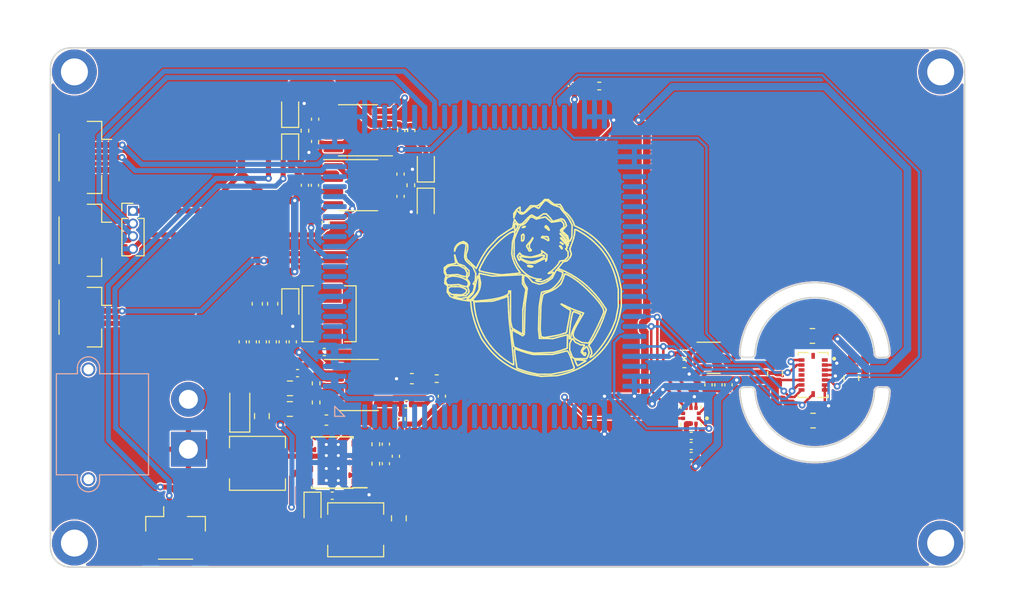
<source format=kicad_pcb>
(kicad_pcb (version 20211014) (generator pcbnew)
  (layers (0 "F.Cu" signal "Front") (31 "B.Cu" signal "Back") (34 "B.Paste" user) (35 "F.Paste" user) (36 "B.SilkS" user "B.Silkscreen") (37 "F.SilkS" user "F.Silkscreen") (38 "B.Mask" user) (39 "F.Mask" user) (44 "Edge.Cuts" user))
  (net 0 "")
  (net 1 "GND")
  (net 2 "+3V3")
  (net 3 "+24V")
  (net 4 "Net-(C17-Pad1)")
  (net 5 "Net-(C17-Pad2)")
  (net 6 "TPS_VSEN")
  (net 7 "CAN_L")
  (net 8 "CAN_H")
  (net 9 "Net-(C24-Pad2)")
  (net 10 "SWDIO")
  (net 11 "SWCLK")
  (net 12 "Net-(Q1-Pad1)")
  (net 13 "Net-(Q1-Pad3)")
  (net 14 "BMI_HEAT")
  (net 15 "ICP_SCS")
  (net 16 "ICP_INT")
  (net 17 "ACC_SCS")
  (net 18 "GYRO_SCS")
  (net 22 "GNDA")
  (net 23 "+5V")
  (net 24 "CANFD_L")
  (net 25 "CANFD_H")
  (net 26 "5V_CMP")
  (net 27 "Net-(C15-Pad1)")
  (net 28 "Net-(C26-Pad1)")
  (net 29 "Net-(C27-Pad1)")
  (net 30 "Net-(C27-Pad2)")
  (net 31 "Net-(C38-Pad2)")
  (net 32 "UART_TX")
  (net 33 "UART_RX")
  (net 34 "Net-(D5-Pad2)")
  (net 35 "Net-(R4-Pad2)")
  (net 36 "5V_FB")
  (net 44 "CAN_RX")
  (net 45 "CAN_TX")
  (net 55 "CANFD_RX")
  (net 58 "CANFD_TX")
  (net 67 "LED_ORANGE")
  (net 81 "SENSOR_SDI")
  (net 82 "SENSOR_SDO")
  (net 83 "SENSOR_SCK")
  (footprint "Rolling_Custom:PQFN50P200X200X85-10N" (layer "F.Cu") (at 168.36 110.85 180)
    (fp_text reference "U5" hide)
    (fp_text value "ICP-20100" hide)
  )
  (footprint "Diode_SMD:D_SOD-323" (layer "F.Cu") (at 141.81 89.55 -90)
    (fp_text reference "D3" hide)
    (fp_text value "12V" hide)
  )
  (footprint "Capacitor_SMD:C_0402_1005Metric" (layer "F.Cu") (at 128.5 103.44 90)
    (fp_text reference "C5" hide)
    (fp_text value "100nF, 10%, 10V" hide)
  )
  (footprint "Connector_JST:JST_GH_SM02B-GHS-TB_1x02-1MP_P1.25mm_Horizontal" (layer "F.Cu") (at 107.67 100.97 -90)
    (fp_text reference "J6" hide)
    (fp_text value "CAN" hide)
  )
  (footprint "Inductor_SMD:L_Sunlord_MWSA0518_5.4x5.2mm" (layer "F.Cu") (at 134.8 122.27 180)
    (fp_text reference "L2" hide)
    (fp_text value "15uh, SLO0530H150MTT" hide)
  )
  (footprint "Capacitor_SMD:C_0603_1608Metric" (layer "F.Cu") (at 126.49 99.63 -90)
    (fp_text reference "C36" hide)
    (fp_text value "47uf 50V" hide)
  )
  (footprint "Capacitor_SMD:C_0402_1005Metric" (layer "F.Cu") (at 131.81 91.47 90)
    (fp_text reference "C38" hide)
    (fp_text value "100nF, 10%, 10V" hide)
  )
  (footprint "Diode_SMD:D_SOD-323" (layer "F.Cu") (at 128.26 99.63 -90)
    (fp_text reference "D8" hide)
    (fp_text value "BZT52C5V1S" hide)
  )
  (footprint "Resistor_SMD:R_0805_2012Metric" (layer "F.Cu") (at 180.51 102.85 180)
    (fp_text reference "R12" hide)
    (fp_text value "33R/1%" hide)
  )
  (footprint "Diode_SMD:D_SOD-323" (layer "F.Cu") (at 128.24 84.12 -90)
    (fp_text reference "D7" hide)
    (fp_text value "12V" hide)
  )
  (footprint "Capacitor_SMD:C_0402_1005Metric" (layer "F.Cu") (at 125.5 103.44 90)
    (fp_text reference "C1" hide)
    (fp_text value "100nF, 10%, 10V" hide)
  )
  (footprint "Capacitor_SMD:C_0402_1005Metric" (layer "F.Cu") (at 130.74 83.37 90)
    (fp_text reference "C11" hide)
    (fp_text value "100pF, 10%, 10V" hide)
  )
  (footprint "Resistor_SMD:R_0402_1005Metric" (layer "F.Cu") (at 130.84 109.52 -90)
    (fp_text reference "R5" hide)
    (fp_text value "20.5" hide)
  )
  (footprint "Inductor_SMD:L_Sunlord_MWSA0518_5.4x5.2mm" (layer "F.Cu") (at 124.97 115.61 180)
    (fp_text reference "L3" hide)
    (fp_text value "15uh, SLO0530H150MTT" hide)
  )
  (footprint "Diode_SMD:D_SOD-323" (layer "F.Cu") (at 130.48 120 -90)
    (fp_text reference "D2" hide)
    (fp_text value "BZT52C3V3S" hide)
  )
  (footprint "MountingHole:MountingHole_2.7mm_M2.5_ISO7380_Pad_TopBottom" (layer "F.Cu") (at 106.65 76.4)
    (fp_text reference "Mount1" hide)
    (fp_text value "MountingHole_2.7mm_M2.5_ISO7380_Pad_TopBottom" hide)
  )
  (footprint "Package_TO_SOT_SMD:SOT-23" (layer "F.Cu") (at 170.6375 105.04)
    (fp_text reference "Q1" hide)
    (fp_text value "AP2300" hide)
  )
  (footprint "Resistor_SMD:R_0402_1005Metric" (layer "F.Cu") (at 140.32 87.76 -90)
    (fp_text reference "R8" hide)
    (fp_text value "120R" hide)
  )
  (footprint "Diode_SMD:D_SOD-123" (layer "F.Cu") (at 123.2 110.23 90)
    (fp_text reference "D1" hide)
    (fp_text value "SMF30CA" hide)
  )
  (footprint "Resistor_SMD:R_0402_1005Metric" (layer "F.Cu") (at 142.91 107.13 180)
    (fp_text reference "R3" hide)
    (fp_text value "64.9k" hide)
  )
  (footprint "Package_SO:TI_SO-PowerPAD-8_ThermalVias" (layer "F.Cu") (at 132.46 115.53 180)
    (fp_text reference "U2" hide)
    (fp_text value "TPS5430DDA" hide)
  )
  (footprint "Capacitor_SMD:C_0805_2012Metric" (layer "F.Cu") (at 128.21 110.17)
    (fp_text reference "C16" hide)
    (fp_text value "4.7uF 50V" hide)
  )
  (footprint "Resistor_SMD:R_0201_0603Metric" (layer "F.Cu") (at 138.72 113.21 90)
    (fp_text reference "R11" hide)
    (fp_text value "549R" hide)
  )
  (footprint "Capacitor_SMD:C_0402_1005Metric" (layer "F.Cu") (at 129.72 87.76 90)
    (fp_text reference "C10" hide)
    (fp_text value "100nF, 10%, 10V" hide)
  )
  (footprint "Resistor_SMD:R_0805_2012Metric" (layer "F.Cu") (at 184.41 107.09 -90)
    (fp_text reference "R13" hide)
    (fp_text value "33R/1%" hide)
  )
  (footprint "Capacitor_SMD:C_0402_1005Metric" (layer "F.Cu") (at 168.38 112.86 180)
    (fp_text reference "C31" hide)
    (fp_text value "4.7uF, 10%, 10V" hide)
  )
  (footprint "Capacitor_SMD:C_0603_1608Metric" (layer "F.Cu") (at 124.95 99.63 -90)
    (fp_text reference "C33" hide)
    (fp_text value "47uf 50V" hide)
  )
  (footprint "Capacitor_SMD:C_0402_1005Metric" (layer "F.Cu") (at 139.29 86.64 -90)
    (fp_text reference "C23" hide)
    (fp_text value "100pF, 10%, 10V" hide)
  )
  (footprint "Rolling_Custom:PQFN50P450X300X100-16N" (layer "F.Cu") (at 180.5875 106.7625 -90)
    (fp_text reference "U3" hide)
    (fp_text value "BMI088" hide)
  )
  (footprint "Capacitor_SMD:C_0402_1005Metric" (layer "F.Cu") (at 143.43 108.89 -90)
    (fp_text reference "C14" hide)
    (fp_text value "10pf 50V" hide)
  )
  (footprint "Capacitor_SMD:C_0402_1005Metric" (layer "F.Cu") (at 128.98 106.58)
    (fp_text reference "C25" hide)
    (fp_text value "10uf 50V" hide)
  )
  (footprint "Capacitor_SMD:C_0402_1005Metric" (layer "F.Cu") (at 168.38 113.87 180)
    (fp_text reference "C32" hide)
    (fp_text value "100nF, 10%, 10V" hide)
  )
  (footprint "Connector_JST:JST_GH_SM02B-GHS-TB_1x02-1MP_P1.25mm_Horizontal" (layer "F.Cu") (at 116.77 122.65)
    (fp_text reference "J5" hide)
    (fp_text value "CAN FD" hide)
  )
  (footprint "Capacitor_SMD:C_0805_2012Metric" (layer "F.Cu") (at 128.22 108.1)
    (fp_text reference "C18" hide)
    (fp_text value "4.7uF 50V" hide)
  )
  (footprint "Capacitor_SMD:C_0402_1005Metric" (layer "F.Cu") (at 171.11 107.75 -90)
    (fp_text reference "C29" hide)
    (fp_text value "4.7uF, 10%, 10V" hide)
  )
  (footprint "Package_SO:SOIC-8_3.9x4.9mm_P1.27mm" (layer "F.Cu") (at 135.03 82.25 180)
    (fp_text reference "U6" hide)
    (fp_text value "TJA1042T" hide)
  )
  (footprint "Resistor_SMD:R_0402_1005Metric" (layer "F.Cu") (at 130.84 107.6 -90)
    (fp_text reference "R4" hide)
    (fp_text value "169k" hide)
  )
  (footprint "Resistor_SMD:R_0402_1005Metric" (layer "F.Cu") (at 129.72 82.29 90)
    (fp_text reference "R2" hide)
    (fp_text value "120R" hide)
  )
  (footprint "Resistor_SMD:R_0402_1005Metric" (layer "F.Cu") (at 167.7 105.65 180)
    (fp_text reference "R10" hide)
    (fp_text value "10k" hide)
  )
  (footprint "Resistor_SMD:R_0402_1005Metric" (layer "F.Cu") (at 136.81 113.7 90)
    (fp_text reference "R7" hide)
    (fp_text value "5.9k" hide)
  )
  (footprint "Capacitor_SMD:C_0603_1608Metric" (layer "F.Cu") (at 131.87 111.28 180)
    (fp_text reference "C26" hide)
    (fp_text value "8.2nf 50V" hide)
  )
  (footprint "Inductor_SMD:L_Sunlord_MWSA0518_5.4x5.2mm" (layer "F.Cu") (at 132.14 100.63 -90)
    (fp_text reference "L1" hide)
    (fp_text value "15uh, SLO0530H150MTT" hide)
  )
  (footprint "Capacitor_SMD:C_0805_2012Metric" (layer "F.Cu") (at 125.41 110.88 -90)
    (fp_text reference "C13" hide)
    (fp_text value "4.7uF 50V" hide)
  )
  (footprint "Resistor_SMD:R_0402_1005Metric" (layer "F.Cu") (at 139.88 109.68 180)
    (fp_text reference "R16" hide)
    (fp_text value "10.2k" hide)
  )
  (footprint "Capacitor_SMD:C_0402_1005Metric" (layer "F.Cu") (at 137.82 115.64 -90)
    (fp_text reference "C21" hide)
    (fp_text value "1.5nf 50V" hide)
  )
  (footprint "Capacitor_SMD:C_0402_1005Metric" (layer "F.Cu") (at 170.11 107.75 -90)
    (fp_text reference "C30" hide)
    (fp_text value "100nF, 10%, 10V" hide)
  )
  (footprint "MountingHole:MountingHole_2.7mm_M2.5_ISO7380_Pad_TopBottom" (layer "F.Cu") (at 106.65 123.6)
    (fp_text reference "Mount4" hide)
    (fp_text value "MountingHole_2.7mm_M2.5_ISO7380_Pad_TopBottom" hide)
  )
  (footprint "Capacitor_SMD:C_0805_2012Metric" (layer "F.Cu") (at 139.12 121.12 -90)
    (fp_text reference "C19" hide)
    (fp_text value "100uf 50V" hide)
  )
  (footprint "Capacitor_SMD:C_0402_1005Metric" (layer "F.Cu") (at 130.74 81.14 -90)
    (fp_text reference "C9" hide)
    (fp_text value "100pF, 10%, 10V" hide)
  )
  (footprint "Capacitor_SMD:C_0402_1005Metric" (layer "F.Cu") (at 124.5 103.44 90)
    (fp_text reference "C2" hide)
    (fp_text value "100nF, 10%, 10V" hide)
  )
  (footprint "Capacitor_SMD:C_0402_1005Metric" (layer "F.Cu") (at 126.5 103.44 90)
    (fp_text reference "C3" hide)
    (fp_text value "4.7uF, 10%, 10V" hide)
  )
  (footprint "Capacitor_SMD:C_0402_1005Metric" (layer "F.Cu") (at 127.5 103.44 90)
    (fp_text reference "C4" hide)
    (fp_text value "1uF, 10%, 10V" hide)
  )
  (footprint "Capacitor_SMD:C_0402_1005Metric" (layer "F.Cu") (at 123.5 103.44 90)
    (fp_text reference "C6" hide)
    (fp_text value "10uF, 10%, 10V" hide)
  )
  (footprint "Capacitor_SMD:C_0402_1005Metric" (layer "F.Cu") (at 168.38 114.87 180)
    (fp_text reference "C51" hide)
    (fp_text value "100nF, 10%, 10V" hide)
  )
  (footprint "Capacitor_SMD:C_0402_1005Metric" (layer "F.Cu") (at 130.72 87.76 90)
    (fp_text reference "C12" hide)
    (fp_text value "4.7uF, 10%, 10V" hide)
  )
  (footprint "Capacitor_SMD:C_0402_1005Metric" (layer "F.Cu") (at 131.66 104.46 180)
    (fp_text reference "C27" hide)
    (fp_text value "100nF, 10%, 10V" hide)
  )
  (footprint "Capacitor_SMD:C_0402_1005Metric" (layer "F.Cu") (at 140.36 82.28 -90)
    (fp_text reference "C7" hide)
    (fp_text value "100nF, 10%, 10V" hide)
  )
  (footprint "Capacitor_SMD:C_0402_1005Metric" (layer "F.Cu") (at 132.45 118.85 180)
    (fp_text reference "C17" hide)
    (fp_text value "10nf 50V" hide)
  )
  (footprint "Resistor_SMD:R_0402_1005Metric" (layer "F.Cu") (at 167.7 104.65 180)
    (fp_text reference "R9" hide)
    (fp_text value "100R" hide)
  )
  (footprint "Capacitor_SMD:C_0402_1005Metric" (layer "F.Cu") (at 139.35 82.28 -90)
    (fp_text reference "C8" hide)
    (fp_text value "4.7uF, 10%, 10V" hide)
  )
  (footprint "Resistor_SMD:R_0402_1005Metric" (layer "F.Cu") (at 159.18 77.82)
    (fp_text reference "R1" hide)
    (fp_text value "1k" hide)
  )
  (footprint "Resistor_SMD:R_0805_2012Metric" (layer "F.Cu") (at 176.77 106.63 90)
    (fp_text reference "R15" hide)
    (fp_text value "33R/1%" hide)
  )
  (footprint "Connector_JST:JST_GH_SM03B-GHS-TB_1x03-1MP_P1.25mm_Horizontal" (layer "F.Cu") (at 107.67 93.27 -90)
    (fp_text reference "J4" hide)
    (fp_text value "SWD_DBG_PIN" hide)
  )
  (footprint "LED_SMD:LED_0402_1005Metric" (layer "F.Cu") (at 157.18 77.82)
    (fp_text reference "D5" hide)
    (fp_text value "LTST-C281KFKT-5A" hide)
  )
  (footprint "Resistor_SMD:R_0805_2012Metric" (layer "F.Cu") (at 180.58 111.33)
    (fp_text reference "R14" hide)
    (fp_text value "33R/1%" hide)
  )
  (footprint "Capacitor_SMD:C_0402_1005Metric" (layer "F.Cu") (at 172.11 107.75 -90)
    (fp_text reference "C20" hide)
    (fp_text value "100nf 10V" hide)
  )
  (footprint "Resistor_SMD:R_0402_1005Metric" (layer "F.Cu") (at 136.81 115.65 -90)
    (fp_text reference "R6" hide)
    (fp_text value "10k" hide)
  )
  (footprint "MountingHole:MountingHole_2.7mm_M2.5_ISO7380_Pad_TopBottom" (layer "F.Cu") (at 193.35 123.6)
    (fp_text reference "Mount3" hide)
    (fp_text value "MountingHole_2.7mm_M2.5_ISO7380_Pad_TopBottom" hide)
  )
  (footprint "Package_SO:SOIC-8_3.9x4.9mm_P1.27mm" (layer "F.Cu") (at 135.12 107.77)
    (fp_text reference "U7" hide)
    (fp_text value "TPS54231" hide)
  )
  (footprint "Capacitor_SMD:C_0402_1005Metric" (layer "F.Cu") (at 137.82 113.69 90)
    (fp_text reference "C28" hide)
    (fp_text value "150pf 50V" hide)
  )
  (footprint "Capacitor_SMD:C_0402_1005Metric" (layer "F.Cu") (at 139.29 88.87 90)
    (fp_text reference "C22" hide)
    (fp_text value "100pF, 10%, 10V" hide)
  )
  (footprint "Capacitor_SMD:C_0603_1608Metric" (layer "F.Cu") (at 140.42 107.13 180)
    (fp_text reference "C15" hide)
    (fp_text value "1.5nf 50V" hide)
  )
  (footprint "Diode_SMD:D_SOD-323" (layer "F.Cu") (at 141.82 85.93 90)
    (fp_text reference "D4" hide)
    (fp_text value "12V" hide)
  )
  (footprint "Capacitor_SMD:C_0402_1005Metric" (layer "F.Cu") (at 138.82 114.9 90)
    (fp_text reference "C24" hide)
    (fp_text value "100nf 50V" hide)
  )
  (footprint "Connector_JST:JST_GH_SM03B-GHS-TB_1x03-1MP_P1.25mm_Horizontal" (layer "F.Cu") (at 107.67 84.97 -90)
    (fp_text reference "J2" hide)
    (fp_text value "UART" hide)
  )
  (footprint "Package_SO:SOIC-8_3.9x4.9mm_P1.27mm" (layer "F.Cu") (at 135.05 87.75)
    (fp_text reference "U4" hide)
    (fp_text value "TJA1042T" hide)
  )
  (footprint "Resistor_SMD:R_0402_1005Metric" (layer "F.Cu") (at 139.37 111.17 -90)
    (fp_text reference "R17" hide)
    (fp_text value "1.96k" hide)
  )
  (footprint "Connector_PinHeader_1.27mm:PinHeader_1x04_P1.27mm_Vertical" (layer "F.Cu") (at 112.51 90.32)
    (fp_text reference "J3" hide)
    (fp_text value "SWD_DBG" hide)
  )
  (footprint "Diode_SMD:D_SOD-323" (layer "F.Cu") (at 128.24 80.46 90)
    (fp_text reference "D6" hide)
    (fp_text value "12V" hide)
  )
  (footprint "MountingHole:MountingHole_2.7mm_M2.5_ISO7380_Pad_TopBottom" (layer "F.Cu") (at 193.35 76.4)
    (fp_text reference "Mount2" hide)
    (fp_text value "MountingHole_2.7mm_M2.5_ISO7380_Pad_TopBottom" hide)
  )
  (footprint "Connector_AMASS:AMASS_XT30PW-M_1x02_P2.50mm_Horizontal" (layer "B.Cu") (at 118.055 114.2 -90)
    (fp_text reference "J1" hide)
    (fp_text value "PowerIn" hide)
  )
  (footprint "Rolling_Custom:OK1061-S-100" (layer "B.Cu") (at 147.7 95.9 90)
    (fp_text reference "U1" hide)
    (fp_text value "OK1061-S" hide)
  )
  (gr_arc (start 154.097147 96.591351) (mid 154.090013 96.588387) (end 154.085642 96.582036) (layer "F.SilkS") (width 0.15))
  (gr_line (start 153.830269 91.825289) (end 153.81988 91.841447) (layer "F.SilkS") (width 0.15))
  (gr_line (start 153.877655 91.843387) (end 153.855073 91.833206) (layer "F.SilkS") (width 0.15))
  (gr_arc (start 156.39942 103.234011) (mid 156.425439 103.190705) (end 156.458733 103.152704) (layer "F.SilkS") (width 0.15))
  (gr_line (start 155.013645 102.986116) (end 155.42318 102.87212) (layer "F.SilkS") (width 0.15))
  (gr_arc (start 158.043311 104.115906) (mid 158.06969 104.172341) (end 158.092855 104.23017) (layer "F.SilkS") (width 0.15))
  (gr_line (start 143.667229 96.031388) (end 143.666687 96.252852) (layer "F.SilkS") (width 0.15))
  (gr_line (start 156.014808 93.193138) (end 156.050085 93.307569) (layer "F.SilkS") (width 0.15))
  (gr_line (start 157.116881 100.593204) (end 157.232917 100.642049) (layer "F.SilkS") (width 0.15))
  (gr_arc (start 153.659498 94.906916) (mid 153.611226 94.957585) (end 153.557662 95.002624) (layer "F.SilkS") (width 0.15))
  (gr_arc (start 151.321956 96.135603) (mid 151.206062 95.986229) (end 151.099811 95.829848) (layer "F.SilkS") (width 0.15))
  (gr_line (start 145.936648 97.037949) (end 145.975382 96.985135) (layer "F.SilkS") (width 0.15))
  (gr_line (start 148.183046 93.910613) (end 148.036903 94.072575) (layer "F.SilkS") (width 0.15))
  (gr_line (start 151.902996 106.603221) (end 152.195081 106.679242) (layer "F.SilkS") (width 0.15))
  (gr_line (start 155.840616 90.730711) (end 155.94299 90.856984) (layer "F.SilkS") (width 0.15))
  (gr_line (start 149.103645 96.827786) (end 149.871077 96.795) (layer "F.SilkS") (width 0.15))
  (gr_line (start 153.685877 90.951497) (end 153.756177 90.940839) (layer "F.SilkS") (width 0.15))
  (gr_arc (start 151.613817 91.906167) (mid 151.638761 91.898196) (end 151.664298 91.892403) (layer "F.SilkS") (width 0.15))
  (gr_line (start 150.618821 93.018003) (end 150.490051 93.466388) (layer "F.SilkS") (width 0.15))
  (gr_line (start 156.783645 103.480268) (end 157.049737 103.614578) (layer "F.SilkS") (width 0.15))
  (gr_arc (start 151.586145 106.506227) (mid 151.177749 106.35981) (end 150.778494 106.190044) (layer "F.SilkS") (width 0.15))
  (gr_line (start 146.70027 97.658888) (end 146.689711 97.789022) (layer "F.SilkS") (width 0.15))
  (gr_arc (start 144.819877 95.560258) (mid 144.819331 95.564417) (end 144.817077 95.567955) (layer "F.SilkS") (width 0.15))
  (gr_line (start 145.958855 96.606385) (end 145.950411 96.65017) (layer "F.SilkS") (width 0.15))
  (gr_line (start 154.481145 91.442498) (end 154.538138 91.436225) (layer "F.SilkS") (width 0.15))
  (gr_arc (start 153.136319 90.047963) (mid 153.127786 90.053771) (end 153.117939 90.056865) (layer "F.SilkS") (width 0.15))
  (gr_line (start 153.302247 100.981388) (end 153.340338 99.766388) (layer "F.SilkS") (width 0.15))
  (gr_line (start 144.742729 94.866614) (end 144.721692 94.799091) (layer "F.SilkS") (width 0.15))
  (gr_arc (start 150.704834 104.225334) (mid 150.70921 104.202135) (end 150.71613 104.179563) (layer "F.SilkS") (width 0.15))
  (gr_line (start 145.653645 95.834996) (end 145.346145 95.725766) (layer "F.SilkS") (width 0.15))
  (gr_line (start 153.855073 91.833206) (end 153.835423 91.824558) (layer "F.SilkS") (width 0.15))
  (gr_arc (start 145.564359 93.412221) (mid 145.57922 93.413685) (end 145.5939 93.41642) (layer "F.SilkS") (width 0.15))
  (gr_line (start 151.722586 96.792573) (end 151.756191 96.803043) (layer "F.SilkS") (width 0.15))
  (gr_line (start 146.628419 97.539471) (end 146.595816 97.59221) (layer "F.SilkS") (width 0.15))
  (gr_arc (start 151.961145 98.087877) (mid 151.959222 98.156225) (end 151.953461 98.224356) (layer "F.SilkS") (width 0.15))
  (gr_line (start 161.223284 100.755231) (end 161.253081 100.608292) (layer "F.SilkS") (width 0.15))
  (gr_line (start 154.114325 93.175137) (end 154.084708 93.069041) (layer "F.SilkS") (width 0.15))
  (gr_line (start 150.296145 98.348888) (end 150.213645 98.348888) (layer "F.SilkS") (width 0.15))
  (gr_arc (start 155.446907 96.881335) (mid 155.396201 97.007435) (end 155.336192 97.129382) (layer "F.SilkS") (width 0.15))
  (gr_line (start 156.202517 102.545098) (end 156.228209 102.209244) (layer "F.SilkS") (width 0.15))
  (gr_arc (start 157.295878 100.727477) (mid 157.287743 100.775822) (end 157.272346 100.822366) (layer "F.SilkS") (width 0.15))
  (gr_line (start 146.06197 97.905907) (end 146.123953 97.809468) (layer "F.SilkS") (width 0.15))
  (gr_arc (start 150.764847 92.298964) (mid 150.756317 92.282795) (end 150.748787 92.266136) (layer "F.SilkS") (width 0.15))
  (gr_line (start 153.739659 93.101395) (end 153.855975 93.17266) (layer "F.SilkS") (width 0.15))
  (gr_arc (start 143.774203 96.220313) (mid 143.80377 96.15279) (end 143.839887 96.088532) (layer "F.SilkS") (width 0.15))
  (gr_line (start 154.603065 98.010547) (end 154.477656 98.111823) (layer "F.SilkS") (width 0.15))
  (gr_arc (start 156.727025 92.397638) (mid 156.715744 92.544305) (end 156.694327 92.689837) (layer "F.SilkS") (width 0.15))
  (gr_line (start 152.195081 106.679242) (end 152.519684 106.748213) (layer "F.SilkS") (width 0.15))
  (gr_arc (start 145.856116 93.696701) (mid 145.855092 93.724971) (end 145.852196 93.75311) (layer "F.SilkS") (width 0.15))
  (gr_line (start 152.124277 91.128201) (end 152.266834 90.935014) (layer "F.SilkS") (width 0.15))
  (gr_line (start 152.373645 95.829516) (end 152.26729 95.805191) (layer "F.SilkS") (width 0.15))
  (gr_line (start 157.816708 105.363651) (end 157.703139 105.432763) (layer "F.SilkS") (width 0.15))
  (gr_arc (start 143.908012 97.623971) (mid 143.887036 97.585828) (end 143.868407 97.546485) (layer "F.SilkS") (width 0.15))
  (gr_arc (start 145.019803 93.664168) (mid 145.072001 93.621341) (end 145.126873 93.581998) (layer "F.SilkS") (width 0.15))
  (gr_line (start 145.905705 95.146388) (end 145.870674 94.938285) (layer "F.SilkS") (width 0.15))
  (gr_line (start 153.098158 102.181388) (end 153.144405 102.629892) (layer "F.SilkS") (width 0.15))
  (gr_line (start 156.897343 105.653197) (end 156.832412 105.507423) (layer "F.SilkS") (width 0.15))
  (gr_arc (start 152.50168 93.038919) (mid 152.507861 93.031133) (end 152.515951 93.025355) (layer "F.SilkS") (width 0.15))
  (gr_line (start 151.598792 102.753322) (end 151.67894 102.673266) (layer "F.SilkS") (width 0.15))
  (gr_line (start 144.762375 97.914427) (end 145.236105 97.913888) (layer "F.SilkS") (width 0.15))
  (gr_arc (start 151.611909 92.704265) (mid 151.627831 92.736193) (end 151.635883 92.77095) (layer "F.SilkS") (width 0.15))
  (gr_line (start 155.393266 92.418566) (end 155.487427 92.52007) (layer "F.SilkS") (width 0.15))
  (gr_arc (start 151.579066 91.50262) (mid 151.536852 91.544375) (end 151.492264 91.583584) (layer "F.SilkS") (width 0.15))
  (gr_line (start 144.44984 96.733445) (end 144.243574 96.747001) (layer "F.SilkS") (width 0.15))
  (gr_line (start 153.441237 94.788351) (end 153.5412 94.781166) (layer "F.SilkS") (width 0.15))
  (gr_arc (start 150.706682 91.65699) (mid 150.713087 91.642937) (end 150.722219 91.630482) (layer "F.SilkS") (width 0.15))
  (gr_arc (start 145.823451 98.524573) (mid 145.802097 98.545614) (end 145.777484 98.562727) (layer "F.SilkS") (width 0.15))
  (gr_line (start 155.819173 94.138181) (end 155.852054 94.178022) (layer "F.SilkS") (width 0.15))
  (gr_arc (start 151.550539 94.822804) (mid 151.468246 94.786618) (end 151.391235 94.740242) (layer "F.SilkS") (width 0.15))
  (gr_line (start 151.406145 92.792523) (end 151.406145 93.058205) (layer "F.SilkS") (width 0.15))
  (gr_line (start 151.907738 94.963197) (end 152.117348 94.971264) (layer "F.SilkS") (width 0.15))
  (gr_arc (start 150.711385 104.475791) (mid 150.703706 104.378836) (end 150.701145 104.281611) (layer "F.SilkS") (width 0.15))
  (gr_line (start 150.682292 91.224732) (end 150.61054 91.552309) (layer "F.SilkS") (width 0.15))
  (gr_line (start 146.71205 98.809194) (end 146.502984 99.027638) (layer "F.SilkS") (width 0.15))
  (gr_arc (start 152.454146 89.936616) (mid 152.508854 89.910087) (end 152.5664 89.890457) (layer "F.SilkS") (width 0.15))
  (gr_line (start 151.586145 106.506227) (end 151.902996 106.603221) (layer "F.SilkS") (width 0.15))
  (gr_line (start 155.852054 94.178022) (end 155.89076 94.223674) (layer "F.SilkS") (width 0.15))
  (gr_line (start 147.982026 99.382679) (end 148.208353 99.373929) (layer "F.SilkS") (width 0.15))
  (gr_arc (start 145.302109 93.59242) (mid 145.381721 93.569488) (end 145.463666 93.557284) (layer "F.SilkS") (width 0.15))
  (gr_arc (start 151.915978 93.813581) (mid 151.922946 93.803129) (end 151.930523 93.793111) (layer "F.SilkS") (width 0.15))
  (gr_line (start 155.283236 102.712326) (end 154.950006 102.795026) (layer "F.SilkS") (width 0.15))
  (gr_arc (start 157.771201 104.764454) (mid 157.756365 104.779785) (end 157.739434 104.792767) (layer "F.SilkS") (width 0.15))
  (gr_line (start 155.42318 102.87212) (end 155.696685 102.799611) (layer "F.SilkS") (width 0.15))
  (gr_arc (start 145.957206 96.570326) (mid 145.959853 96.579437) (end 145.960628 96.588893) (layer "F.SilkS") (width 0.15))
  (gr_line (start 152.869257 91.148709) (end 153.093951 91.087029) (layer "F.SilkS") (width 0.15))
  (gr_arc (start 150.469432 92.428885) (mid 150.498186 92.420803) (end 150.527513 92.415142) (layer "F.SilkS") (width 0.15))
  (gr_arc (start 151.972969 90.318626) (mid 151.868234 90.41298) (end 151.758988 90.502074) (layer "F.SilkS") (width 0.15))
  (gr_arc (start 157.432677 104.261024) (mid 157.457963 104.206908) (end 157.486411 104.154385) (layer "F.SilkS") (width 0.15))
  (gr_arc (start 152.365477 94.281889) (mid 152.352991 94.305104) (end 152.33001 94.318015) (layer "F.SilkS") (width 0.15))
  (gr_line (start 156.1031 93.197287) (end 156.059276 93.040852) (layer "F.SilkS") (width 0.15))
  (gr_line (start 155.385365 94.070084) (end 155.40529 94.095504) (layer "F.SilkS") (width 0.15))
  (gr_arc (start 157.391501 104.431656) (mid 157.394209 104.391012) (end 157.401899 104.351011) (layer "F.SilkS") (width 0.15))
  (gr_line (start 154.233645 96.464615) (end 154.126083 96.5382) (layer "F.SilkS") (width 0.15))
  (gr_line (start 146.629457 97.658888) (end 146.70027 97.658888) (layer "F.SilkS") (width 0.15))
  (gr_arc (start 155.521491 91.169794) (mid 155.542805 91.179128) (end 155.563214 91.190304) (layer "F.SilkS") (width 0.15))
  (gr_arc (start 152.28722 90.807735) (mid 152.327806 90.783259) (end 152.371464 90.76481) (layer "F.SilkS") (width 0.15))
  (gr_line (start 153.230572 99.488888) (end 153.163144 99.946388) (layer "F.SilkS") (width 0.15))
  (gr_line (start 144.243574 96.747001) (end 144.068314 96.757553) (layer "F.SilkS") (width 0.15))
  (gr_arc (start 150.527513 92.415142) (mid 150.559321 92.411463) (end 150.591306 92.409944) (layer "F.SilkS") (width 0.15))
  (gr_arc (start 144.106933 95.723514) (mid 144.171207 95.707818) (end 144.236145 95.695144) (layer "F.SilkS") (width 0.15))
  (gr_line (start 145.903473 97.084189) (end 145.936648 97.037949) (layer "F.SilkS") (width 0.15))
  (gr_line (start 150.795893 104.020581) (end 150.694839 103.968874) (layer "F.SilkS") (width 0.15))
  (gr_arc (start 145.821711 96.905975) (mid 145.772861 96.906687) (end 145.724182 96.902551) (layer "F.SilkS") (width 0.15))
  (gr_line (start 146.887957 101.970466) (end 147.037918 102.344173) (layer "F.SilkS") (width 0.15))
  (gr_line (start 150.757359 90.674479) (end 150.802772 90.551824) (layer "F.SilkS") (width 0.15))
  (gr_line (start 143.811018 96.550883) (end 143.727711 96.342683) (layer "F.SilkS") (width 0.15))
  (gr_line (start 157.44376 92.182474) (end 157.312835 92.112847) (layer "F.SilkS") (width 0.15))
  (gr_line (start 151.460207 94.913265) (end 151.693394 94.944195) (layer "F.SilkS") (width 0.15))
  (gr_arc (start 158.195059 103.928314) (mid 158.234851 103.989124) (end 158.271705 104.051758) (layer "F.SilkS") (width 0.15))
  (gr_line (start 154.035905 92.168137) (end 154.076033 92.202547) (layer "F.SilkS") (width 0.15))
  (gr_line (start 156.186663 104.661517) (end 156.312958 104.970226) (layer "F.SilkS") (width 0.15))
  (gr_arc (start 155.82309 91.558965) (mid 155.844626 91.620654) (end 155.862912 91.683383) (layer "F.SilkS") (width 0.15))
  (gr_line (start 150.778296 91.60604) (end 150.820489 91.630605) (layer "F.SilkS") (width 0.15))
  (gr_line (start 146.978235 95.85933) (end 146.922158 95.974038) (layer "F.SilkS") (width 0.15))
  (gr_arc (start 155.971321 104.063751) (mid 155.97016 104.070674) (end 155.967268 104.077069) (layer "F.SilkS") (width 0.15))
  (gr_line (start 150.432979 101.980871) (end 150.413066 101.891179) (layer "F.SilkS") (width 0.15))
  (gr_line (start 154.764427 96.466162) (end 154.835761 96.33401) (layer "F.SilkS") (width 0.15))
  (gr_arc (start 150.679769 92.427086) (mid 150.689892 92.436609) (end 150.699019 92.447092) (layer "F.SilkS") (width 0.15))
  (gr_line (start 146.978555 101.330074) (end 146.82642 100.761038) (layer "F.SilkS") (width 0.15))
  (gr_line (start 156.492319 105.486346) (end 156.61468 105.853249) (layer "F.SilkS") (width 0.15))
  (gr_line (start 144.063645 98.429524) (end 144.04587 98.310456) (layer "F.SilkS") (width 0.15))
  (gr_line (start 153.075082 90.045476) (end 153.097004 90.054536) (layer "F.SilkS") (width 0.15))
  (gr_line (start 161.253081 100.608292) (end 161.284812 100.445367) (layer "F.SilkS") (width 0.15))
  (gr_line (start 145.969399 97.184774) (end 145.933703 97.137958) (layer "F.SilkS") (width 0.15))
  (gr_line (start 144.42481 97.743669) (end 144.212026 97.746338) (layer "F.SilkS") (width 0.15))
  (gr_arc (start 157.529867 92.229635) (mid 158.000067 92.517299) (end 158.446702 92.840339) (layer "F.SilkS") (width 0.15))
  (gr_arc (start 157.739434 104.792767) (mid 157.726618 104.798897) (end 157.712638 104.801421) (layer "F.SilkS") (width 0.15))
  (gr_arc (start 158.394039 103.453882) (mid 158.306372 103.567174) (end 158.213557 103.67629) (layer "F.SilkS") (width 0.15))
  (gr_arc (start 150.44071 102.259307) (mid 150.443588 102.251956) (end 150.450861 102.248888) (layer "F.SilkS") (width 0.15))
  (gr_line (start 153.928784 95.091384) (end 153.936935 94.935332) (layer "F.SilkS") (width 0.15))
  (gr_line (start 153.061868 97.238936) (end 153.133535 97.221963) (layer "F.SilkS") (width 0.15))
  (gr_line (start 146.332716 99.637739) (end 146.366277 99.981782) (layer "F.SilkS") (width 0.15))
  (gr_arc (start 154.071964 93.290761) (mid 154.036118 93.280047) (end 154.002507 93.263609) (layer "F.SilkS") (width 0.15))
  (gr_line (start 146.991298 99.418624) (end 147.213206 99.410318) (layer "F.SilkS") (width 0.15))
  (gr_line (start 151.298622 95.165262) (end 151.645222 95.362075) (layer "F.SilkS") (width 0.15))
  (gr_line (start 161.081145 99.939692) (end 160.954708 100.58054) (layer "F.SilkS") (width 0.15))
  (gr_line (start 153.15849 90.022332) (end 153.200122 89.959618) (layer "F.SilkS") (width 0.15))
  (gr_line (start 146.637407 98.361414) (end 146.685589 98.222619) (layer "F.SilkS") (width 0.15))
  (gr_line (start 155.195651 95.425194) (end 155.172041 95.472638) (layer "F.SilkS") (width 0.15))
  (gr_arc (start 155.981145 104.376124) (mid 156.037408 104.416739) (end 156.081854 104.470028) (layer "F.SilkS") (width 0.15))
  (gr_line (start 155.833811 93.20608) (end 155.717963 93.041469) (layer "F.SilkS") (width 0.15))
  (gr_line (start 159.834176 100.361624) (end 159.858599 100.272716) (layer "F.SilkS") (width 0.15))
  (gr_line (start 144.068314 96.757553) (end 143.912272 96.766348) (layer "F.SilkS") (width 0.15))
  (gr_arc (start 158.265718 105.407199) (mid 157.770215 105.74443) (end 157.249532 106.041311) (layer "F.SilkS") (width 0.15))
  (gr_line (start 155.29444 93.496345) (end 155.32739 93.525294) (layer "F.SilkS") (width 0.15))
  (gr_arc (start 153.761145 91.955977) (mid 153.761556 91.951764) (end 153.7628 91.947719) (layer "F.SilkS") (width 0.15))
  (gr_arc (start 144.433553 96.855366) (mid 144.486677 96.851669) (end 144.539926 96.852209) (layer "F.SilkS") (width 0.15))
  (gr_arc (start 153.79969 90.93855) (mid 153.811099 90.940646) (end 153.821145 90.946451) (layer "F.SilkS") (width 0.15))
  (gr_arc (start 157.793615 104.727908) (mid 157.783731 104.746992) (end 157.771201 104.764454) (layer "F.SilkS") (width 0.15))
  (gr_line (start 151.752334 99.898626) (end 151.768425 99.672069) (layer "F.SilkS") (width 0.15))
  (gr_arc (start 158.252421 104.994818) (mid 158.250769 104.985143) (end 158.25239 104.975457) (layer "F.SilkS") (width 0.15))
  (gr_line (start 151.956236 98.066848) (end 151.929758 98.015593) (layer "F.SilkS") (width 0.15))
  (gr_arc (start 150.527226 92.00289) (mid 150.51504 92.017794) (end 150.500792 92.03074) (layer "F.SilkS") (width 0.15))
  (gr_line (start 152.491501 97.449142) (end 152.826395 97.559188) (layer "F.SilkS") (width 0.15))
  (gr_arc (start 146.021145 93.955291) (mid 146.019617 94.016255) (end 146.01504 94.077066) (layer "F.SilkS") (width 0.15))
  (gr_arc (start 155.040026 96.080385) (mid 155.041828 96.076219) (end 155.044364 96.072456) (layer "F.SilkS") (width 0.15))
  (gr_line (start 154.503645 104.701388) (end 154.954273 104.594181) (layer "F.SilkS") (width 0.15))
  (gr_arc (start 150.506174 102.098077) (mid 150.462974 102.057736) (end 150.438326 102.004014) (layer "F.SilkS") (width 0.15))
  (gr_line (start 156.370541 96.707437) (end 155.801898 96.410551) (layer "F.SilkS") (width 0.15))
  (gr_line (start 146.816056 97.646669) (end 146.85746 97.448909) (layer "F.SilkS") (width 0.15))
  (gr_arc (start 152.276145 94.138931) (mid 152.31596 94.180351) (end 152.352578 94.224623) (layer "F.SilkS") (width 0.15))
  (gr_arc (start 156.081854 104.470028) (mid 156.137577 104.563956) (end 156.186663 104.661517) (layer "F.SilkS") (width 0.15))
  (gr_arc (start 150.682292 91.224732) (mid 150.689374 91.213339) (end 150.702029 91.208888) (layer "F.SilkS") (width 0.15))
  (gr_line (start 151.660656 104.459093) (end 151.975151 104.555488) (layer "F.SilkS") (width 0.15))
  (gr_line (start 160.809258 96.957102) (end 160.860376 97.145593) (layer "F.SilkS") (width 0.15))
  (gr_line (start 155.213549 93.833888) (end 155.261009 93.897638) (layer "F.SilkS") (width 0.15))
  (gr_line (start 156.701145 103.355985) (end 156.783645 103.480268) (layer "F.SilkS") (width 0.15))
  (gr_line (start 150.889838 92.171418) (end 150.815158 92.312101) (layer "F.SilkS") (width 0.15))
  (gr_line (start 153.33245 102.781183) (end 153.318435 102.665413) (layer "F.SilkS") (width 0.15))
  (gr_line (start 147.240254 97.216394) (end 147.186593 96.966532) (layer "F.SilkS") (width 0.15))
  (gr_arc (start 153.935089 91.873295) (mid 153.951161 91.884816) (end 153.966537 91.897251) (layer "F.SilkS") (width 0.15))
  (gr_line (start 147.652981 96.450225) (end 147.307395 96.359028) (layer "F.SilkS") (width 0.15))
  (gr_line (start 150.930347 92.499797) (end 151.025309 92.291687) (layer "F.SilkS") (width 0.15))
  (gr_line (start 157.023645 105.83103) (end 156.991289 105.801154) (layer "F.SilkS") (width 0.15))
  (gr_line (start 145.23734 96.779493) (end 144.986036 96.697079) (layer "F.SilkS") (width 0.15))
  (gr_arc (start 151.664298 91.892403) (mid 151.693186 91.888072) (end 151.722288 91.885546) (layer "F.SilkS") (width 0.15))
  (gr_line (start 154.794892 91.294907) (end 154.660568 91.336265) (layer "F.SilkS") (width 0.15))
  (gr_line (start 151.085634 95.137777) (end 151.097642 95.156107) (layer "F.SilkS") (width 0.15))
  (gr_line (start 157.312835 92.112847) (end 157.165824 92.03575) (layer "F.SilkS") (width 0.15))
  (gr_arc (start 145.697758 98.098185) (mid 145.74825 98.126581) (end 145.797103 98.157714) (layer "F.SilkS") (width 0.15))
  (gr_line (start 158.769601 98.684939) (end 158.34588 98.230323) (layer "F.SilkS") (width 0.15))
  (gr_line (start 152.837879 95.352372) (end 152.594796 95.422057) (layer "F.SilkS") (width 0.15))
  (gr_arc (start 147.015297 96.850851) (mid 147.016431 96.849425) (end 147.018172 96.848888) (layer "F.SilkS") (width 0.15))
  (gr_line (start 157.511145 104.295937) (end 157.697037 104.110491) (layer "F.SilkS") (width 0.15))
  (gr_line (start 156.3131 100.343822) (end 156.170142 101.097605) (layer "F.SilkS") (width 0.15))
  (gr_line (start 152.561147 104.709728) (end 153.532396 104.705558) (layer "F.SilkS") (width 0.15))
  (gr_line (start 155.675026 96.76856) (end 155.702374 96.650732) (layer "F.SilkS") (width 0.15))
  (gr_line (start 145.9697 98.67308) (end 146.041396 98.598865) (layer "F.SilkS") (width 0.15))
  (gr_line (start 155.336185 96.398279) (end 155.432341 96.442477) (layer "F.SilkS") (width 0.15))
  (gr_arc (start 155.350085 97.613857) (mid 155.330758 97.640335) (end 155.309218 97.665046) (layer "F.SilkS") (width 0.15))
  (gr_arc (start 151.491613 91.974966) (mid 151.51348 91.955256) (end 151.538355 91.939511) (layer "F.SilkS") (width 0.15))
  (gr_line (start 146.85746 97.448909) (end 146.891806 97.299315) (layer "F.SilkS") (width 0.15))
  (gr_arc (start 146.580915 97.655234) (mid 146.573322 97.653522) (end 146.565868 97.651284) (layer "F.SilkS") (width 0.15))
  (gr_line (start 152.942478 106.824452) (end 153.376311 106.898268) (layer "F.SilkS") (width 0.15))
  (gr_line (start 146.366277 99.981782) (end 146.425722 100.347041) (layer "F.SilkS") (width 0.15))
  (gr_line (start 148.083645 96.775048) (end 148.473645 96.852903) (layer "F.SilkS") (width 0.15))
  (gr_line (start 147.380167 96.625774) (end 147.468645 96.646036) (layer "F.SilkS") (width 0.15))
  (gr_line (start 145.455543 95.965634) (end 145.752441 96.123535) (layer "F.SilkS") (width 0.15))
  (gr_line (start 155.717963 93.041469) (end 155.586155 92.877644) (layer "F.SilkS") (width 0.15))
  (gr_line (start 150.266486 102.218888) (end 150.4027 103.357955) (layer "F.SilkS") (width 0.15))
  (gr_arc (start 150.992001 94.89707) (mid 150.987618 94.879375) (end 150.986145 94.861204) (layer "F.SilkS") (width 0.15))
  (gr_arc (start 144.793035 94.091551) (mid 144.818695 94.03613) (end 144.847846 93.982463) (layer "F.SilkS") (width 0.15))
  (gr_arc (start 156.741032 105.253958) (mid 156.764039 105.251273) (end 156.78716 105.24986) (layer "F.SilkS") (width 0.15))
  (gr_line (start 156.495467 93.42697) (end 156.61721 93.031249) (layer "F.SilkS") (width 0.15))
  (gr_line (start 148.736714 99.134821) (end 148.35919 99.199514) (layer "F.SilkS") (width 0.15))
  (gr_arc (start 154.121145 93.228565) (mid 154.117424 93.253662) (end 154.106607 93.276614) (layer "F.SilkS") (width 0.15))
  (gr_line (start 150.45635 102.708346) (end 150.447269 102.491822) (layer "F.SilkS") (width 0.15))
  (gr_arc (start 155.949906 94.006839) (mid 155.950816 94.012868) (end 155.951118 94.018958) (layer "F.SilkS") (width 0.15))
  (gr_line (start 153.792033 98.557295) (end 153.978645 98.490329) (layer "F.SilkS") (width 0.15))
  (gr_line (start 151.95288 93.94494) (end 152.029777 94.086719) (layer "F.SilkS") (width 0.15))
  (gr_line (start 159.645032 100.441388) (end 159.568898 100.637571) (layer "F.SilkS") (width 0.15))
  (gr_line (start 151.068645 104.139168) (end 150.92267 104.078841) (layer "F.SilkS") (width 0.15))
  (gr_arc (start 153.783469 97.494663) (mid 153.667215 97.54283) (end 153.547783 97.582465) (layer "F.SilkS") (width 0.15))
  (gr_arc (start 145.960628 96.588893) (mid 145.960101 96.597675) (end 145.958855 96.606385) (layer "F.SilkS") (width 0.15))
  (gr_line (start 155.976119 93.095043) (end 156.014808 93.193138) (layer "F.SilkS") (width 0.15))
  (gr_line (start 143.940893 96.998279) (end 144.167269 96.924633) (layer "F.SilkS") (width 0.15))
  (gr_line (start 155.386629 93.571242) (end 155.462533 93.621448) (layer "F.SilkS") (width 0.15))
  (gr_arc (start 155.358817 93.490644) (mid 155.409851 93.524291) (end 155.459359 93.560145) (layer "F.SilkS") (width 0.15))
  (gr_line (start 145.933703 97.137958) (end 145.903363 97.09709) (layer "F.SilkS") (width 0.15))
  (gr_line (start 151.84468 98.175698) (end 151.782001 98.551043) (layer "F.SilkS") (width 0.15))
  (gr_line (start 153.264156 102.196388) (end 153.302247 100.981388) (layer "F.SilkS") (width 0.15))
  (gr_line (start 155.72057 93.192876) (end 155.910927 93.487247) (layer "F.SilkS") (width 0.15))
  (gr_arc (start 144.997418 99.044079) (mid 144.93547 99.029426) (end 144.874272 99.011902) (layer "F.SilkS") (width 0.15))
  (gr_line (start 151.525133 102.608888) (end 151.469389 102.608672) (layer "F.SilkS") (width 0.15))
  (gr_line (start 145.905507 94.518285) (end 145.962416 94.335157) (layer "F.SilkS") (width 0.15))
  (gr_line (start 153.990451 92.129269) (end 154.035905 92.168137) (layer "F.SilkS") (width 0.15))
  (gr_line (start 150.802772 90.551824) (end 150.916037 90.24726) (layer "F.SilkS") (width 0.15))
  (gr_line (start 150.129587 98.489241) (end 150.124919 98.529749) (layer "F.SilkS") (width 0.15))
  (gr_line (start 146.595816 97.59221) (end 146.568086 97.637589) (layer "F.SilkS") (width 0.15))
  (gr_line (start 144.6296 98.869214) (end 144.803505 98.858831) (layer "F.SilkS") (width 0.15))
  (gr_line (start 152.45982 93.207754) (end 152.521583 93.084847) (layer "F.SilkS") (width 0.15))
  (gr_line (start 146.968042 97.012739) (end 146.985508 96.948572) (layer "F.SilkS") (width 0.15))
  (gr_line (start 145.926571 96.758888) (end 145.89303 96.901388) (layer "F.SilkS") (width 0.15))
  (gr_arc (start 152.489475 93.065138) (mid 152.494952 93.051737) (end 152.50168 93.038919) (layer "F.SilkS") (width 0.15))
  (gr_line (start 145.870674 94.938285) (end 145.835644 94.730182) (layer "F.SilkS") (width 0.15))
  (gr_arc (start 154.031644 92.929266) (mid 154.043176 92.944743) (end 154.051154 92.962319) (layer "F.SilkS") (width 0.15))
  (gr_line (start 156.155135 106.310909) (end 155.611381 106.443781) (layer "F.SilkS") (width 0.15))
  (gr_arc (start 151.202784 94.571586) (mid 151.208424 94.567577) (end 151.21514 94.56591) (layer "F.SilkS") (width 0.15))
  (gr_line (start 145.403112 97.973462) (end 145.566806 98.036634) (layer "F.SilkS") (width 0.15))
  (gr_line (start 150.068629 99.406558) (end 150.078623 99.683225) (layer "F.SilkS") (width 0.15))
  (gr_line (start 151.70352 104.35435) (end 151.375401 104.25142) (layer "F.SilkS") (width 0.15))
  (gr_line (start 153.013959 90.019279) (end 153.075082 90.045476) (layer "F.SilkS") (width 0.15))
  (gr_arc (start 156.316823 93.2085) (mid 156.292181 93.258194) (end 156.264053 93.306002) (layer "F.SilkS") (width 0.15))
  (gr_arc (start 155.528863 92.943678) (mid 155.627671 93.066004) (end 155.72057 93.192876) (layer "F.SilkS") (width 0.15))
  (gr_arc (start 151.526867 93.314854) (mid 151.499311 93.321614) (end 151.47103 93.323888) (layer "F.SilkS") (width 0.15))
  (gr_arc (start 156.991289 105.801154) (mid 156.967377 105.77563) (end 156.947423 105.746907) (layer "F.SilkS") (width 0.15))
  (gr_line (start 156.612739 105.064988) (end 156.501833 105.001388) (layer "F.SilkS") (width 0.15))
  (gr_line (start 159.426529 100.987436) (end 159.263447 101.356481) (layer "F.SilkS") (width 0.15))
  (gr_line (start 145.158645 95.807732) (end 145.455543 95.965634) (layer "F.SilkS") (width 0.15))
  (gr_arc (start 144.044331 95.909798) (mid 144.1352 95.866324) (end 144.228031 95.827213) (layer "F.SilkS") (width 0.15))
  (gr_line (start 157.703139 105.432763) (end 157.573844 105.51024) (layer "F.SilkS") (width 0.15))
  (gr_line (start 155.619511 92.484878) (end 155.529193 92.402772) (layer "F.SilkS") (width 0.15))
  (gr_arc (start 146.313645 95.752477) (mid 146.121286 95.589458) (end 145.937001 95.417364) (layer "F.SilkS") (width 0.15))
  (gr_arc (start 151.567686 93.288692) (mid 151.548915 93.304329) (end 151.526867 93.314854) (layer "F.SilkS") (width 0.15))
  (gr_line (start 158.134242 104.359571) (end 158.17192 104.497755) (layer "F.SilkS") (width 0.15))
  (gr_arc (start 158.11975 103.551297) (mid 158.109678 103.558318) (end 158.09773 103.561127) (layer "F.SilkS") (width 0.15))
  (gr_line (start 154.365528 91.164096) (end 154.270452 91.046046) (layer "F.SilkS") (width 0.15))
  (gr_line (start 146.580389 98.501834) (end 146.637407 98.361414) (layer "F.SilkS") (width 0.15))
  (gr_line (start 153.268727 89.858442) (end 153.345449 89.755231) (layer "F.SilkS") (width 0.15))
  (gr_arc (start 156.629176 100.422424) (mid 156.6516 100.426163) (end 156.673522 100.432182) (layer "F.SilkS") (width 0.15))
  (gr_line (start 151.025309 92.291687) (end 151.145422 92.047703) (layer "F.SilkS") (width 0.15))
  (gr_line (start 154.040378 90.792674) (end 153.877111 90.623888) (layer "F.SilkS") (width 0.15))
  (gr_arc (start 148.036146 94.623381) (mid 148.216665 94.382707) (end 148.408298 94.150785) (layer "F.SilkS") (width 0.15))
  (gr_line (start 152.186145 94.052031) (end 152.186145 93.863745) (layer "F.SilkS") (width 0.15))
  (gr_arc (start 151.315212 95.061072) (mid 151.293432 95.041234) (end 151.273546 95.019498) (layer "F.SilkS") (width 0.15))
  (gr_line (start 155.477601 92.077691) (end 155.374572 92.171101) (layer "F.SilkS") (width 0.15))
  (gr_arc (start 156.099098 93.573123) (mid 156.092874 93.577398) (end 156.085475 93.578888) (layer "F.SilkS") (width 0.15))
  (gr_line (start 153.5412 94.781166) (end 153.633645 94.779678) (layer "F.SilkS") (width 0.15))
  (gr_line (start 154.450432 91.280138) (end 154.365528 91.164096) (layer "F.SilkS") (width 0.15))
  (gr_line (start 153.318435 102.665413) (end 153.303055 102.533888) (layer "F.SilkS") (width 0.15))
  (gr_line (start 145.250642 97.7539) (end 145.102639 97.70118) (layer "F.SilkS") (width 0.15))
  (gr_line (start 150.844725 104.169498) (end 150.93625 104.203154) (layer "F.SilkS") (width 0.15))
  (gr_line (start 153.1973 91.059876) (end 153.323141 91.029114) (layer "F.SilkS") (width 0.15))
  (gr_line (start 146.034866 97.40091) (end 146.042055 97.428649) (layer "F.SilkS") (width 0.15))
  (gr_arc (start 156.564943 102.718609) (mid 156.574678 102.590062) (end 156.60341 102.464388) (layer "F.SilkS") (width 0.15))
  (gr_line (start 156.727025 92.397638) (end 156.735399 92.198888) (layer "F.SilkS") (width 0.15))
  (gr_line (start 146.785542 96.002512) (end 146.695642 95.914594) (layer "F.SilkS") (width 0.15))
  (gr_line (start 155.258696 93.833888) (end 155.213549 93.833888) (layer "F.SilkS") (width 0.15))
  (gr_line (start 157.902061 97.807783) (end 157.45289 97.43225) (layer "F.SilkS") (width 0.15))
  (gr_arc (start 156.185912 100.20865) (mid 156.205 100.223142) (end 156.223028 100.238933) (layer "F.SilkS") (width 0.15))
  (gr_arc (start 151.529895 91.995778) (mid 151.512493 91.996872) (end 151.495538 91.992801) (layer "F.SilkS") (width 0.15))
  (gr_line (start 157.322447 92.456529) (end 157.695255 92.68999) (layer "F.SilkS") (width 0.15))
  (gr_line (start 154.476464 91.31606) (end 154.450432 91.280138) (layer "F.SilkS") (width 0.15))
  (gr_line (start 155.857795 94.096066) (end 155.836102 94.112021) (layer "F.SilkS") (width 0.15))
  (gr_line (start 151.782001 98.551043) (end 151.751584 98.738319) (layer "F.SilkS") (width 0.15))
  (gr_line (start 144.011312 97.922282) (end 144.004633 98.010325) (layer "F.SilkS") (width 0.15))
  (gr_line (start 157.501031 100.759734) (end 157.558673 100.653939) (layer "F.SilkS") (width 0.15))
  (gr_line (start 145.860649 98.214453) (end 145.913753 98.276494) (layer "F.SilkS") (width 0.15))
  (gr_arc (start 151.225599 94.926984) (mid 151.223545 94.912707) (end 151.225416 94.898405) (layer "F.SilkS") (width 0.15))
  (gr_line (start 151.406145 93.323888) (end 151.47103 93.323888) (layer "F.SilkS") (width 0.15))
  (gr_line (start 145.591947 96.879336) (end 145.429902 96.838632) (layer "F.SilkS") (width 0.15))
  (gr_line (start 159.15852 99.156721) (end 158.769601 98.684939) (layer "F.SilkS") (width 0.15))
  (gr_arc (start 158.271705 104.051758) (mid 158.303348 104.112575) (end 158.331499 104.175086) (layer "F.SilkS") (width 0.15))
  (gr_arc (start 151.758988 90.502074) (mid 151.675004 90.559003) (end 151.584453 90.604772) (layer "F.SilkS") (width 0.15))
  (gr_arc (start 156.025304 93.53433) (mid 156.004213 93.503672) (end 155.985045 93.471777) (layer "F.SilkS") (width 0.15))
  (gr_line (start 153.133535 97.221963) (end 153.198645 97.206725) (layer "F.SilkS") (width 0.15))
  (gr_line (start 153.084472 94.867322) (end 153.157949 94.848077) (layer "F.SilkS") (width 0.15))
  (gr_line (start 155.661919 93.46354) (end 155.880048 93.700693) (layer "F.SilkS") (width 0.15))
  (gr_line (start 155.331493 92.701589) (end 155.415173 92.807371) (layer "F.SilkS") (width 0.15))
  (gr_arc (start 155.303992 92.269132) (mid 155.312516 92.246887) (end 155.324953 92.226569) (layer "F.SilkS") (width 0.15))
  (gr_arc (start 147.204638 98.131048) (mid 147.17745 98.213846) (end 147.145137 98.294781) (layer "F.SilkS") (width 0.15))
  (gr_line (start 150.753394 91.281215) (end 150.729156 91.243339) (layer "F.SilkS") (width 0.15))
  (gr_line (start 151.113875 95.179753) (end 151.131333 95.204464) (layer "F.SilkS") (width 0.15))
  (gr_arc (start 144.847846 93.982463) (mid 144.878823 93.933471) (end 144.913077 93.886712) (layer "F.SilkS") (width 0.15))
  (gr_arc (start 153.685756 98.602469) (mid 153.738363 98.578632) (end 153.792033 98.557295) (layer "F.SilkS") (width 0.15))
  (gr_line (start 156.491 100.160243) (end 156.181254 100.025072) (layer "F.SilkS") (width 0.15))
  (gr_line (start 143.858068 96.85732) (end 143.820022 96.946854) (layer "F.SilkS") (width 0.15))
  (gr_line (start 145.645044 98.63633) (end 145.458645 98.736272) (layer "F.SilkS") (width 0.15))
  (gr_line (start 153.157949 94.848077) (end 153.235549 94.828724) (layer "F.SilkS") (width 0.15))
  (gr_line (start 151.496145 96.698533) (end 151.496145 97.165617) (layer "F.SilkS") (width 0.15))
  (gr_arc (start 151.951989 96.723307) (mid 151.764606 96.580127) (end 151.588641 96.423126) (layer "F.SilkS") (width 0.15))
  (gr_arc (start 145.200574 93.537463) (mid 145.23628 93.519371) (end 145.272963 93.50335) (layer "F.SilkS") (width 0.15))
  (gr_line (start 147.002185 96.888199) (end 147.009005 96.867614) (layer "F.SilkS") (width 0.15))
  (gr_line (start 145.835644 94.730182) (end 145.905507 94.518285) (layer "F.SilkS") (width 0.15))
  (gr_line (start 153.814345 92.001708) (end 153.847395 92.023244) (layer "F.SilkS") (width 0.15))
  (gr_line (start 151.973322 90.15955) (end 151.653645 90.505212) (layer "F.SilkS") (width 0.15))
  (gr_line (start 153.579346 90.623888) (end 153.381495 90.765145) (layer "F.SilkS") (width 0.15))
  (gr_line (start 145.038645 95.616537) (end 144.982262 95.522721) (layer "F.SilkS") (width 0.15))
  (gr_line (start 153.551145 89.352479) (end 153.412057 89.493618) (layer "F.SilkS") (width 0.15))
  (gr_line (start 150.4027 103.357955) (end 150.51323 104.379608) (layer "F.SilkS") (width 0.15))
  (gr_line (start 158.333047 104.803877) (end 158.436392 104.596388) (layer "F.SilkS") (width 0.15))
  (gr_line (start 151.244078 96.724602) (end 151.439895 96.706054) (layer "F.SilkS") (width 0.15))
  (gr_arc (start 145.541145 93.415003) (mid 145.55263 93.412597) (end 145.564359 93.412221) (layer "F.SilkS") (width 0.15))
  (gr_arc (start 155.951118 94.018958) (mid 155.950173 94.023852) (end 155.947492 94.028054) (layer "F.SilkS") (width 0.15))
  (gr_arc (start 157.232917 100.642049) (mid 157.253741 100.653211) (end 157.272481 100.667597) (layer "F.SilkS") (width 0.15))
  (gr_line (start 146.677835 97.906652) (end 146.66251 98.007563) (layer "F.SilkS") (width 0.15))
  (gr_arc (start 156.079321 100.149777) (mid 155.986129 100.102655) (end 155.896299 100.049402) (layer "F.SilkS") (width 0.15))
  (gr_line (start 147.276322 95.94818) (end 147.376044 95.743954) (layer "F.SilkS") (width 0.15))
  (gr_line (start 154.162905 90.9232) (end 154.040378 90.792674) (layer "F.SilkS") (width 0.15))
  (gr_line (start 150.656145 94.039688) (end 150.656145 93.219574) (layer "F.SilkS") (width 0.15))
  (gr_line (start 150.625287 90.588304) (end 150.629466 90.804846) (layer "F.SilkS") (width 0.15))
  (gr_line (start 146.109675 95.340298) (end 145.905705 95.146388) (layer "F.SilkS") (width 0.15))
  (gr_line (start 147.742113 96.705035) (end 147.917837 96.74149) (layer "F.SilkS") (width 0.15))
  (gr_arc (start 155.553716 93.666316) (mid 155.546781 93.669743) (end 155.539237 93.668129) (layer "F.SilkS") (width 0.15))
  (gr_line (start 155.552728 93.636298) (end 155.459359 93.560145) (layer "F.SilkS") (width 0.15))
  (gr_arc (start 156.056767 93.568264) (mid 156.040065 93.552197) (end 156.025304 93.53433) (layer "F.SilkS") (width 0.15))
  (gr_line (start 145.694964 99.036393) (end 145.36132 99.109167) (layer "F.SilkS") (width 0.15))
  (gr_line (start 154.983102 97.630837) (end 154.73996 97.885082) (layer "F.SilkS") (width 0.15))
  (gr_line (start 155.96818 93.735408) (end 155.907069 93.662059) (layer "F.SilkS") (width 0.15))
  (gr_line (start 146.292979 98.699555) (end 146.028608 98.96362) (layer "F.SilkS") (width 0.15))
  (gr_arc (start 152.471897 95.907865) (mid 152.456944 95.916379) (end 152.44126 95.923459) (layer "F.SilkS") (width 0.15))
  (gr_arc (start 152.515951 93.025355) (mid 152.521687 93.024683) (end 152.526412 93.028001) (layer "F.SilkS") (width 0.15))
  (gr_arc (start 154.356441 98.194663) (mid 154.29525 98.230868) (end 154.232448 98.264199) (layer "F.SilkS") (width 0.15))
  (gr_arc (start 147.176145 96.254366) (mid 147.178635 96.216706) (end 147.186062 96.179701) (layer "F.SilkS") (width 0.15))
  (gr_line (start 152.584958 94.900168) (end 152.346271 94.964669) (layer "F.SilkS") (width 0.15))
  (gr_line (start 156.293133 103.118888) (end 156.234639 103.118888) (layer "F.SilkS") (width 0.15))
  (gr_arc (start 153.547783 97.582465) (mid 153.409698 97.619119) (end 153.269966 97.648884) (layer "F.SilkS") (width 0.15))
  (gr_line (start 151.091789 96.564399) (end 150.832314 96.595219) (layer "F.SilkS") (width 0.15))
  (gr_line (start 153.198645 97.206725) (end 153.348645 97.17186) (layer "F.SilkS") (width 0.15))
  (gr_line (start 145.896736 96.428344) (end 145.93034 96.505164) (layer "F.SilkS") (width 0.15))
  (gr_line (start 153.837436 90.960537) (end 153.916348 91.031077) (layer "F.SilkS") (width 0.15))
  (gr_arc (start 155.967268 104.077069) (mid 155.956236 104.08975) (end 155.941721 104.098223) (layer "F.SilkS") (width 0.15))
  (gr_line (start 151.145422 92.047703) (end 151.286446 91.769018) (layer "F.SilkS") (width 0.15))
  (gr_line (start 151.496145 97.165617) (end 151.496145 97.632701) (layer "F.SilkS") (width 0.15))
  (gr_arc (start 153.117939 90.056865) (mid 153.107312 90.057126) (end 153.097004 90.054536) (layer "F.SilkS") (width 0.15))
  (gr_line (start 155.010276 96.256807) (end 155.109576 96.298504) (layer "F.SilkS") (width 0.15))
  (gr_line (start 150.832314 96.595219) (end 150.474368 96.631377) (layer "F.SilkS") (width 0.15))
  (gr_line (start 151.929758 98.015593) (end 151.895222 97.95514) (layer "F.SilkS") (width 0.15))
  (gr_line (start 155.702374 96.650732) (end 155.790922 96.657137) (layer "F.SilkS") (width 0.15))
  (gr_line (start 155.844984 93.578888) (end 155.69652 93.384806) (layer "F.SilkS") (width 0.15))
  (gr_line (start 160.935192 97.469554) (end 160.999649 97.785615) (layer "F.SilkS") (width 0.15))
  (gr_line (start 145.102639 97.70118) (end 144.727561 97.726631) (layer "F.SilkS") (width 0.15))
  (gr_line (start 151.206236 90.538426) (end 151.262395 90.585835) (layer "F.SilkS") (width 0.15))
  (gr_arc (start 146.111498 98.231926) (mid 146.124096 98.274663) (end 146.133121 98.318294) (layer "F.SilkS") (width 0.15))
  (gr_line (start 152.497096 95.865776) (end 152.462191 95.854948) (layer "F.SilkS") (width 0.15))
  (gr_line (start 155.89076 94.223674) (end 155.936611 94.275974) (layer "F.SilkS") (width 0.15))
  (gr_line (start 150.413066 101.891179) (end 150.389629 101.785194) (layer "F.SilkS") (width 0.15))
  (gr_line (start 155.43 89.93) (end 155.371883 89.838498) (layer "F.SilkS") (width 0.15))
  (gr_line (start 155.714731 92.757086) (end 155.816921 92.868908) (layer "F.SilkS") (width 0.15))
  (gr_arc (start 154.523505 96.477119) (mid 154.533568 96.47589) (end 154.543691 96.476437) (layer "F.SilkS") (width 0.15))
  (gr_line (start 153.303055 102.533888) (end 153.264156 102.196388) (layer "F.SilkS") (width 0.15))
  (gr_line (start 156.022756 93.794726) (end 155.96818 93.735408) (layer "F.SilkS") (width 0.15))
  (gr_arc (start 156.311643 94.86985) (mid 156.288418 94.920564) (end 156.261325 94.969322) (layer "F.SilkS") (width 0.15))
  (gr_line (start 155.308805 89.750138) (end 155.25498 89.678888) (layer "F.SilkS") (width 0.15))
  (gr_arc (start 152.978493 97.364885) (mid 152.941485 97.350524) (end 152.906161 97.33241) (layer "F.SilkS") (width 0.15))
  (gr_arc (start 153.503763 98.85514) (mid 153.518021 98.804309) (end 153.535346 98.75444) (layer "F.SilkS") (width 0.15))
  (gr_arc (start 146.492026 98.653185) (mid 146.455387 98.694424) (end 146.416938 98.733982) (layer "F.SilkS") (width 0.15))
  (gr_arc (start 144.228031 95.827213) (mid 144.275322 95.811117) (end 144.323912 95.799521) (layer "F.SilkS") (width 0.15))
  (gr_line (start 150.656145 93.219574) (end 150.754027 92.94896) (layer "F.SilkS") (width 0.15))
  (gr_line (start 147.307395 96.359028) (end 147.176145 96.319159) (layer "F.SilkS") (width 0.15))
  (gr_arc (start 153.423673 94.598857) (mid 153.385514 94.631826) (end 153.341861 94.657077) (layer "F.SilkS") (width 0.15))
  (gr_line (start 153.822223 95.356388) (end 153.857086 95.313772) (layer "F.SilkS") (width 0.15))
  (gr_arc (start 160.700268 102.354708) (mid 160.532885 102.708471) (end 160.34866 103.053762) (layer "F.SilkS") (width 0.15))
  (gr_line (start 156.449656 92.318888) (end 156.442492 92.911388) (layer "F.SilkS") (width 0.15))
  (gr_arc (start 144.772902 93.97945) (mid 144.803784 93.922333) (end 144.838654 93.86756) (layer "F.SilkS") (width 0.15))
  (gr_line (start 146.82642 100.761038) (end 146.71479 100.170556) (layer "F.SilkS") (width 0.15))
  (gr_line (start 150.656145 94.859803) (end 150.656145 94.039688) (layer "F.SilkS") (width 0.15))
  (gr_line (start 148.863645 93.660314) (end 149.264953 93.275352) (layer "F.SilkS") (width 0.15))
  (gr_line (start 156.45682 91.726388) (end 156.449656 92.318888) (layer "F.SilkS") (width 0.15))
  (gr_arc (start 156.583517 102.87076) (mid 156.577179 102.849871) (end 156.572381 102.828575) (layer "F.SilkS") (width 0.15))
  (gr_line (start 145.777484 98.562727) (end 145.645044 98.63633) (layer "F.SilkS") (width 0.15))
  (gr_line (start 149.476912 98.947869) (end 149.105826 99.053482) (layer "F.SilkS") (width 0.15))
  (gr_line (start 153.415307 99.323888) (end 153.469052 99.017152) (layer "F.SilkS") (width 0.15))
  (gr_arc (start 155.181658 97.37908) (mid 155.085793 97.50765) (end 154.983102 97.630837) (layer "F.SilkS") (width 0.15))
  (gr_line (start 155.321145 91.319544) (end 155.388645 91.311301) (layer "F.SilkS") (width 0.15))
  (gr_arc (start 153.173333 97.399785) (mid 153.119456 97.394921) (end 153.065948 97.386963) (layer "F.SilkS") (width 0.15))
  (gr_line (start 157.565871 97.817846) (end 158.116528 98.333611) (layer "F.SilkS") (width 0.15))
  (gr_line (start 150.992001 94.89707) (end 151.026359 94.995922) (layer "F.SilkS") (width 0.15))
  (gr_line (start 152.162917 94.328888) (end 152.235517 94.328888) (layer "F.SilkS") (width 0.15))
  (gr_arc (start 157.937734 103.968216) (mid 157.966122 103.994421) (end 157.990095 104.024719) (layer "F.SilkS") (width 0.15))
  (gr_line (start 144.39746 98.691478) (end 144.230552 98.560501) (layer "F.SilkS") (width 0.15))
  (gr_line (start 154.073085 89.183888) (end 153.890865 89.185133) (layer "F.SilkS") (width 0.15))
  (gr_line (start 152.257396 104.632597) (end 152.561147 104.709728) (layer "F.SilkS") (width 0.15))
  (gr_arc (start 146.001048 97.340479) (mid 146.012343 97.353931) (end 146.021877 97.368684) (layer "F.SilkS") (width 0.15))
  (gr_arc (start 151.146196 96.334879) (mid 151.020788 96.157468) (end 150.90713 95.97231) (layer "F.SilkS") (width 0.15))
  (gr_arc (start 150.634326 92.410875) (mid 150.647511 92.412541) (end 150.660343 92.416) (layer "F.SilkS") (width 0.15))
  (gr_line (start 156.279963 94.312479) (end 156.255624 94.232747) (layer "F.SilkS") (width 0.15))
  (gr_line (start 159.41783 101.531581) (end 159.602951 101.052513) (layer "F.SilkS") (width 0.15))
  (gr_line (start 153.200122 89.959618) (end 153.268727 89.858442) (layer "F.SilkS") (width 0.15))
  (gr_line (start 153.747133 92.898854) (end 153.473864 92.880564) (layer "F.SilkS") (width 0.15))
  (gr_line (start 152.554537 94.958196) (end 152.735166 94.939627) (layer "F.SilkS") (width 0.15))
  (gr_line (start 156.050085 93.307569) (end 156.082377 93.440138) (layer "F.SilkS") (width 0.15))
  (gr_arc (start 153.168645 97.160674) (mid 152.955644 97.137238) (end 152.745828 97.0937) (layer "F.SilkS") (width 0.15))
  (gr_line (start 156.079321 100.149777) (end 156.140056 100.180236) (layer "F.SilkS") (width 0.15))
  (gr_line (start 160.828272 101.221388) (end 160.694442 101.566388) (layer "F.SilkS") (width 0.15))
  (gr_arc (start 153.065948 97.386963) (mid 153.02183 97.377472) (end 152.978493 97.364885) (layer "F.SilkS") (width 0.15))
  (gr_arc (start 156.349587 94.7575) (mid 156.332432 94.814288) (end 156.311643 94.86985) (layer "F.SilkS") (width 0.15))
  (gr_arc (start 146.460115 99.282337) (mid 146.457238 99.280163) (end 146.456145 99.276726) (layer "F.SilkS") (width 0.15))
  (gr_line (start 152.301472 95.929615) (end 152.370777 95.933125) (layer "F.SilkS") (width 0.15))
  (gr_line (start 153.163144 99.946388) (end 153.130651 101.063888) (layer "F.SilkS") (width 0.15))
  (gr_line (start 151.856809 99.009646) (end 151.910698 98.588719) (layer "F.SilkS") (width 0.15))
  (gr_line (start 150.445511 92.069046) (end 150.314895 92.147653) (layer "F.SilkS") (width 0.15))
  (gr_arc (start 154.557292 96.615925) (mid 154.522895 96.685423) (end 154.481265 96.750847) (layer "F.SilkS") (width 0.15))
  (gr_line (start 155.40529 94.095504) (end 155.42262 94.116064) (layer "F.SilkS") (width 0.15))
  (gr_line (start 153.938348 92.087925) (end 153.990451 92.129269) (layer "F.SilkS") (width 0.15))
  (gr_arc (start 152.577937 90.980082) (mid 152.623132 90.998481) (end 152.666813 91.020232) (layer "F.SilkS") (width 0.15))
  (gr_line (start 161.201349 100.855426) (end 161.223284 100.755231) (layer "F.SilkS") (width 0.15))
  (gr_line (start 152.041889 91.019273) (end 151.865262 91.200906) (layer "F.SilkS") (width 0.15))
  (gr_arc (start 153.15849 90.022332) (mid 153.148131 90.035776) (end 153.136319 90.047963) (layer "F.SilkS") (width 0.15))
  (gr_line (start 146.042055 97.428649) (end 146.052106 97.467742) (layer "F.SilkS") (width 0.15))
  (gr_line (start 153.856152 89.303888) (end 153.990561 89.303888) (layer "F.SilkS") (width 0.15))
  (gr_line (start 151.972969 90.318626) (end 152.162229 90.147279) (layer "F.SilkS") (width 0.15))
  (gr_arc (start 151.722288 91.885546) (mid 151.745639 91.885023) (end 151.768973 91.886043) (layer "F.SilkS") (width 0.15))
  (gr_line (start 147.229664 102.776101) (end 147.342733 103.01676) (layer "F.SilkS") (width 0.15))
  (gr_line (start 143.954511 97.798962) (end 143.993771 97.834367) (layer "F.SilkS") (width 0.15))
  (gr_line (start 151.146196 96.334879) (end 151.285037 96.518371) (layer "F.SilkS") (width 0.15))
  (gr_line (start 155.044364 96.072456) (end 155.123079 95.975899) (layer "F.SilkS") (width 0.15))
  (gr_line (start 152.176073 97.084679) (end 152.355363 97.2873) (layer "F.SilkS") (width 0.15))
  (gr_arc (start 146.021877 97.368684) (mid 146.029405 97.38438) (end 146.034866 97.40091) (layer "F.SilkS") (width 0.15))
  (gr_arc (start 157.806804 104.681978) (mid 157.801653 104.705357) (end 157.793615 104.727908) (layer "F.SilkS") (width 0.15))
  (gr_line (start 143.957043 98.4398) (end 144.100344 98.65546) (layer "F.SilkS") (width 0.15))
  (gr_arc (start 143.946416 97.678429) (mid 143.926108 97.65198) (end 143.908012 97.623971) (layer "F.SilkS") (width 0.15))
  (gr_line (start 158.394039 103.453882) (end 158.571144 103.195079) (layer "F.SilkS") (width 0.15))
  (gr_arc (start 154.530702 91.373888) (mid 154.525983 91.372917) (end 154.522062 91.370123) (layer "F.SilkS") (width 0.15))
  (gr_line (start 147.923851 103.863749) (end 148.168748 104.171797) (layer "F.SilkS") (width 0.15))
  (gr_line (start 155.212363 95.867152) (end 155.317677 95.74014) (layer "F.SilkS") (width 0.15))
  (gr_arc (start 151.005209 91.601377) (mid 150.964571 91.565387) (end 150.926403 91.526789) (layer "F.SilkS") (width 0.15))
  (gr_line (start 151.666775 99.287679) (end 151.626733 99.556388) (layer "F.SilkS") (width 0.15))
  (gr_line (start 155.006651 104.400841) (end 154.886145 104.431194) (layer "F.SilkS") (width 0.15))
  (gr_line (start 148.644428 99.329112) (end 149.134312 99.183293) (layer "F.SilkS") (width 0.15))
  (gr_line (start 155.44813 92.727638) (end 155.353219 92.633627) (layer "F.SilkS") (width 0.15))
  (gr_line (start 150.740207 95.085595) (end 150.656145 94.859803) (layer "F.SilkS") (width 0.15))
  (gr_line (start 156.382525 94.634152) (end 156.308473 94.40277) (layer "F.SilkS") (width 0.15))
  (gr_line (start 154.16502 106.86172) (end 154.953729 106.825172) (layer "F.SilkS") (width 0.15))
  (gr_line (start 150.196537 101.601419) (end 150.266486 102.218888) (layer "F.SilkS") (width 0.15))
  (gr_line (start 151.626733 99.556388) (end 151.534143 100.186388) (layer "F.SilkS") (width 0.15))
  (gr_line (start 152.425948 95.466175) (end 152.18288 95.413862) (layer "F.SilkS") (width 0.15))
  (gr_line (start 147.410848 103.145446) (end 147.488364 103.266944) (layer "F.SilkS") (width 0.15))
  (gr_line (start 153.437763 92.940976) (end 153.401662 93.001388) (layer "F.SilkS") (width 0.15))
  (gr_line (start 150.909731 102.341863) (end 150.506174 102.098077) (layer "F.SilkS") (width 0.15))
  (gr_line (start 156.221145 103.631213) (end 156.303366 103.442694) (layer "F.SilkS") (width 0.15))
  (gr_line (start 155.37153 99.687248) (end 155.63484 99.87457) (layer "F.SilkS") (width 0.15))
  (gr_line (start 156.234639 103.118888) (end 156.176145 103.118888) (layer "F.SilkS") (width 0.15))
  (gr_line (start 153.978645 98.490329) (end 154.086837 98.450471) (layer "F.SilkS") (width 0.15))
  (gr_line (start 151.901997 91.411613) (end 152.124277 91.128201) (layer "F.SilkS") (width 0.15))
  (gr_line (start 144.004633 98.010325) (end 143.989697 98.150594) (layer "F.SilkS") (width 0.15))
  (gr_arc (start 155.447663 94.079956) (mid 155.445605 94.087456) (end 155.44322 94.094858) (layer "F.SilkS") (width 0.15))
  (gr_line (start 156.234528 94.132958) (end 156.259046 94.062497) (layer "F.SilkS") (width 0.15))
  (gr_line (start 153.659649 98.4057) (end 153.58751 98.42484) (layer "F.SilkS") (width 0.15))
  (gr_arc (start 153.573602 98.685458) (mid 153.594459 98.661923) (end 153.618693 98.641883) (layer "F.SilkS") (width 0.15))
  (gr_line (start 153.936935 94.935332) (end 153.944647 94.709276) (layer "F.SilkS") (width 0.15))
  (gr_line (start 151.164656 91.695819) (end 151.082563 91.652838) (layer "F.SilkS") (width 0.15))
  (gr_line (start 146.76507 99.368182) (end 146.610607 99.328152) (layer "F.SilkS") (width 0.15))
  (gr_line (start 148.590163 96.624875) (end 148.097568 96.54167) (layer "F.SilkS") (width 0.15))
  (gr_arc (start 143.903985 96.764447) (mid 143.900789 96.761921) (end 143.898565 96.758509) (layer "F.SilkS") (width 0.15))
  (gr_line (start 153.235549 94.828724) (end 153.306245 94.811907) (layer "F.SilkS") (width 0.15))
  (gr_arc (start 156.734486 105.265266) (mid 156.735045 105.258048) (end 156.741032 105.253958) (layer "F.SilkS") (width 0.15))
  (gr_line (start 145.162482 99.075527) (end 144.997418 99.044079) (layer "F.SilkS") (width 0.15))
  (gr_arc (start 156.660864 106.098527) (mid 156.607581 106.156181) (end 156.538412 106.193307) (layer "F.SilkS") (width 0.15))
  (gr_arc (start 155.336192 97.129382) (mid 155.262636 97.256528) (end 155.181658 97.37908) (layer "F.SilkS") (width 0.15))
  (gr_arc (start 151.296797 90.607805) (mid 151.278986 90.597776) (end 151.262395 90.585835) (layer "F.SilkS") (width 0.15))
  (gr_arc (start 154.579119 96.518749) (mid 154.572716 96.56835) (end 154.557292 96.615925) (layer "F.SilkS") (width 0.15))
  (gr_line (start 155.512395 91.477407) (end 155.636145 91.643512) (layer "F.SilkS") (width 0.15))
  (gr_line (start 150.661576 90.938888) (end 150.678692 90.889977) (layer "F.SilkS") (width 0.15))
  (gr_line (start 153.903709 91.855493) (end 153.877655 91.843387) (layer "F.SilkS") (width 0.15))
  (gr_arc (start 157.565248 103.749909) (mid 157.590574 103.751168) (end 157.6158 103.753738) (layer "F.SilkS") (width 0.15))
  (gr_line (start 155.529193 92.402772) (end 155.447876 92.328928) (layer "F.SilkS") (width 0.15))
  (gr_arc (start 156.183158 93.363277) (mid 156.169047 93.354781) (end 156.158724 93.341947) (layer "F.SilkS") (width 0.15))
  (gr_line (start 154.691623 89.769577) (end 154.971946 89.865669) (layer "F.SilkS") (width 0.15))
  (gr_line (start 153.728229 90.623888) (end 153.579346 90.623888) (layer "F.SilkS") (width 0.15))
  (gr_arc (start 151.624657 93.159533) (mid 151.612873 93.20015) (end 151.598549 93.239943) (layer "F.SilkS") (width 0.15))
  (gr_line (start 156.630305 103.253843) (end 156.666419 103.304816) (layer "F.SilkS") (width 0.15))
  (gr_line (start 158.162894 103.881068) (end 158.135794 103.840032) (layer "F.SilkS") (width 0.15))
  (gr_line (start 152.594796 95.422057) (end 152.425948 95.466175) (layer "F.SilkS") (width 0.15))
  (gr_line (start 156.666419 103.304816) (end 156.701145 103.355985) (layer "F.SilkS") (width 0.15))
  (gr_line (start 151.376766 95.108108) (end 151.315212 95.061072) (layer "F.SilkS") (width 0.15))
  (gr_line (start 151.534143 100.186388) (end 151.529638 101.397638) (layer "F.SilkS") (width 0.15))
  (gr_line (start 152.5664 89.890457) (end 152.658645 89.865188) (layer "F.SilkS") (width 0.15))
  (gr_arc (start 160.34866 103.053762) (mid 160.152166 103.381512) (end 159.938976 103.698656) (layer "F.SilkS") (width 0.15))
  (gr_arc (start 150.779396 92.320671) (mid 150.771716 92.310089) (end 150.764847 92.298964) (layer "F.SilkS") (width 0.15))
  (gr_arc (start 152.745828 97.0937) (mid 152.538999 97.030112) (end 152.338913 96.947726) (layer "F.SilkS") (width 0.15))
  (gr_arc (start 154.129649 92.143029) (mid 154.146229 92.183363) (end 154.160882 92.224436) (layer "F.SilkS") (width 0.15))
  (gr_line (start 156.255624 94.232747) (end 156.235517 94.164823) (layer "F.SilkS") (width 0.15))
  (gr_arc (start 150.745726 91.607106) (mid 150.752632 91.6029) (end 150.760586 91.601441) (layer "F.SilkS") (width 0.15))
  (gr_line (start 155.69652 93.384806) (end 155.534777 93.201617) (layer "F.SilkS") (width 0.15))
  (gr_arc (start 154.021662 91.956743) (mid 154.052822 92.001915) (end 154.081636 92.048619) (layer "F.SilkS") (width 0.15))
  (gr_line (start 150.146271 101.031149) (end 150.196537 101.601419) (layer "F.SilkS") (width 0.15))
  (gr_arc (start 145.126873 93.581998) (mid 145.163212 93.558884) (end 145.200574 93.537463) (layer "F.SilkS") (width 0.15))
  (gr_line (start 152.266566 106.520947) (end 151.843096 106.408685) (layer "F.SilkS") (width 0.15))
  (gr_arc (start 154.15105 92.251446) (mid 154.146609 92.252653) (end 154.142207 92.251296) (layer "F.SilkS") (width 0.15))
  (gr_arc (start 152.526412 93.028001) (mid 152.529935 93.035361) (end 152.531145 93.043431) (layer "F.SilkS") (width 0.15))
  (gr_line (start 143.820022 96.946854) (end 143.779446 97.053349) (layer "F.SilkS") (width 0.15))
  (gr_line (start 152.18288 95.413862) (end 151.924372 95.350523) (layer "F.SilkS") (width 0.15))
  (gr_line (start 156.872506 105.249475) (end 157.05488 105.254588) (layer "F.SilkS") (width 0.15))
  (gr_arc (start 146.563645 97.64645) (mid 146.565683 97.641928) (end 146.568086 97.637589) (layer "F.SilkS") (width 0.15))
  (gr_line (start 151.983627 93.727467) (end 151.930523 93.793111) (layer "F.SilkS") (width 0.15))
  (gr_arc (start 156.513352 103.140782) (mid 156.547347 103.157698) (end 156.575841 103.182794) (layer "F.SilkS") (width 0.15))
  (gr_arc (start 151.469268 92.728205) (mid 151.493418 92.704968) (end 151.51886 92.683153) (layer "F.SilkS") (width 0.15))
  (gr_line (start 150.958159 91.736859) (end 151.043985 91.811508) (layer "F.SilkS") (width 0.15))
  (gr_line (start 155.050324 91.359978) (end 155.174332 91.340977) (layer "F.SilkS") (width 0.15))
  (gr_arc (start 146.137224 98.392197) (mid 146.133319 98.42888) (end 146.125459 98.464923) (layer "F.SilkS") (width 0.15))
  (gr_line (start 150.960707 92.026222) (end 150.889838 92.171418) (layer "F.SilkS") (width 0.15))
  (gr_line (start 143.825094 97.439694) (end 143.785093 97.333001) (layer "F.SilkS") (width 0.15))
  (gr_arc (start 155.437936 94.107399) (mid 155.435414 94.112032) (end 155.432585 94.116485) (layer "F.SilkS") (width 0.15))
  (gr_line (start 154.003334 98.337718) (end 153.853143 98.362733) (layer "F.SilkS") (width 0.15))
  (gr_arc (start 150.731604 92.583927) (mid 150.720753 92.646483) (end 150.705898 92.708211) (layer "F.SilkS") (width 0.15))
  (gr_arc (start 150.753725 104.138888) (mid 150.75951 104.139386) (end 150.765124 104.140866) (layer "F.SilkS") (width 0.15))
  (gr_line (start 153.627589 104.538297) (end 152.646533 104.57735) (layer "F.SilkS") (width 0.15))
  (gr_line (start 155.261009 93.897638) (end 155.283123 93.927665) (layer "F.SilkS") (width 0.15))
  (gr_line (start 156.001867 102.932818) (end 155.996583 103.101612) (layer "F.SilkS") (width 0.15))
  (gr_line (start 155.929214 93.910005) (end 155.940694 93.962463) (layer "F.SilkS") (width 0.15))
  (gr_arc (start 153.450772 94.478678) (mid 153.455345 94.503977) (end 153.457062 94.529628) (layer "F.SilkS") (width 0.15))
  (gr_arc (start 150.699019 92.447092) (mid 150.71732 92.476625) (end 150.728623 92.509478) (layer "F.SilkS") (width 0.15))
  (gr_line (start 155.940694 93.962463) (end 155.949906 94.006839) (layer "F.SilkS") (width 0.15))
  (gr_line (start 146.523645 95.921929) (end 146.674858 96.263125) (layer "F.SilkS") (width 0.15))
  (gr_line (start 147.810596 94.381388) (end 147.587794 94.727661) (layer "F.SilkS") (width 0.15))
  (gr_arc (start 150.658382 103.939084) (mid 150.638204 103.907391) (end 150.626547 103.871674) (layer "F.SilkS") (width 0.15))
  (gr_line (start 158.761724 102.874361) (end 158.985018 102.458888) (layer "F.SilkS") (width 0.15))
  (gr_line (start 155.677677 95.393554) (end 155.852762 95.355443) (layer "F.SilkS") (width 0.15))
  (gr_arc (start 144.982262 95.522721) (mid 144.955291 95.47481) (end 144.931085 95.425445) (layer "F.SilkS") (width 0.15))
  (gr_arc (start 152.489475 93.065138) (mid 152.475561 93.097541) (end 152.457545 93.127855) (layer "F.SilkS") (width 0.15))
  (gr_arc (start 152.338913 96.947726) (mid 152.140463 96.844117) (end 151.951989 96.723307) (layer "F.SilkS") (width 0.15))
  (gr_line (start 161.381145 99.033088) (end 161.381145 98.14719) (layer "F.SilkS") (width 0.15))
  (gr_line (start 153.855975 93.17266) (end 154.002507 93.263609) (layer "F.SilkS") (width 0.15))
  (gr_line (start 155.994436 95.283158) (end 156.086942 95.189576) (layer "F.SilkS") (width 0.15))
  (gr_arc (start 152.387739 90.942852) (mid 152.438438 90.947694) (end 152.488749 90.955614) (layer "F.SilkS") (width 0.15))
  (gr_arc (start 156.602062 102.917146) (mid 156.592223 102.89418) (end 156.583517 102.87076) (layer "F.SilkS") (width 0.15))
  (gr_line (start 146.10479 97.361014) (end 146.011803 97.238568) (layer "F.SilkS") (width 0.15))
  (gr_line (start 149.650711 92.575792) (end 149.358645 92.777429) (layer "F.SilkS") (width 0.15))
  (gr_line (start 156.176145 103.118888) (end 156.176145 103.034761) (layer "F.SilkS") (width 0.15))
  (gr_line (start 151.111679 106.153971) (end 150.944713 106.084331) (layer "F.SilkS") (width 0.15))
  (gr_arc (start 154.232448 98.264199) (mid 154.196929 98.281003) (end 154.160681 98.29617) (layer "F.SilkS") (width 0.15))
  (gr_arc (start 153.677418 94.787992) (mid 153.697007 94.805806) (end 153.699513 94.832188) (layer "F.SilkS") (width 0.15))
  (gr_line (start 146.980351 98.476283) (end 146.864062 98.633582) (layer "F.SilkS") (width 0.15))
  (gr_line (start 147.037918 102.344173) (end 147.229664 102.776101) (layer "F.SilkS") (width 0.15))
  (gr_line (start 151.67894 102.673266) (end 151.715085 101.212327) (layer "F.SilkS") (width 0.15))
  (gr_arc (start 145.682277 93.447637) (mid 145.766828 93.488232) (end 145.847263 93.536471) (layer "F.SilkS") (width 0.15))
  (gr_line (start 143.907788 97.756981) (end 143.954511 97.798962) (layer "F.SilkS") (width 0.15))
  (gr_arc (start 155.269739 92.618569) (mid 155.263463 92.606269) (end 155.261245 92.592638) (layer "F.SilkS") (width 0.15))
  (gr_arc (start 156.068612 93.762712) (mid 156.06811 93.790244) (end 156.044189 93.803888) (layer "F.SilkS") (width 0.15))
  (gr_arc (start 147.245659 97.953841) (mid 147.227741 98.043045) (end 147.204638 98.131048) (layer "F.SilkS") (width 0.15))
  (gr_arc (start 156.221142 93.356354) (mid 156.203121 93.365148) (end 156.183158 93.363277) (layer "F.SilkS") (width 0.15))
  (gr_line (start 151.287004 94.88761) (end 151.460207 94.913265) (layer "F.SilkS") (width 0.15))
  (gr_line (start 156.153021 91.158111) (end 156.217435 91.2674) (layer "F.SilkS") (width 0.15))
  (gr_arc (start 159.969156 94.459552) (mid 160.275727 94.938863) (end 160.547206 95.438888) (layer "F.SilkS") (width 0.15))
  (gr_line (start 154.538138 91.436225) (end 154.649145 91.420939) (layer "F.SilkS") (width 0.15))
  (gr_line (start 145.917494 99.218888) (end 146.220569 98.925584) (layer "F.SilkS") (width 0.15))
  (gr_arc (start 155.023207 95.712019) (mid 154.910087 95.851167) (end 154.790149 95.984482) (layer "F.SilkS") (width 0.15))
  (gr_line (start 145.769051 93.63299) (end 145.843781 93.674916) (layer "F.SilkS") (width 0.15))
  (gr_line (start 147.021615 96.850813) (end 147.040252 96.881375) (layer "F.SilkS") (width 0.15))
  (gr_arc (start 159.168199 104.620896) (mid 158.732585 105.031983) (end 158.265718 105.407199) (layer "F.SilkS") (width 0.15))
  (gr_line (start 144.157673 98.008177) (end 144.288645 97.914966) (layer "F.SilkS") (width 0.15))
  (gr_line (start 144.767656 94.951388) (end 144.742729 94.866614) (layer "F.SilkS") (width 0.15))
  (gr_arc (start 149.901409 98.921518) (mid 149.76053 98.978898) (end 149.617187 99.029813) (layer "F.SilkS") (width 0.15))
  (gr_line (start 145.785684 97.904125) (end 145.638497 97.874154) (layer "F.SilkS") (width 0.15))
  (gr_line (start 157.573844 105.51024) (end 157.421145 105.599802) (layer "F.SilkS") (width 0.15))
  (gr_line (start 155.227526 96.164447) (end 155.154506 96.135643) (layer "F.SilkS") (width 0.15))
  (gr_line (start 153.344728 102.879646) (end 153.33245 102.781183) (layer "F.SilkS") (width 0.15))
  (gr_arc (start 146.869243 96.080464) (mid 146.8677 96.081167) (end 146.866119 96.080554) (layer "F.SilkS") (width 0.15))
  (gr_line (start 156.575841 103.182794) (end 156.59766 103.209642) (layer "F.SilkS") (width 0.15))
  (gr_line (start 145.346145 95.725766) (end 145.038645 95.616537) (layer "F.SilkS") (width 0.15))
  (gr_line (start 154.016364 97.368581) (end 154.287344 97.183544) (layer "F.SilkS") (width 0.15))
  (gr_line (start 144.598198 95.623187) (end 144.402643 95.66421) (layer "F.SilkS") (width 0.15))
  (gr_line (start 154.835761 96.33401) (end 154.896274 96.226472) (layer "F.SilkS") (width 0.15))
  (gr_line (start 143.868407 97.546485) (end 143.825094 97.439694) (layer "F.SilkS") (width 0.15))
  (gr_line (start 153.077203 89.7627) (end 152.985762 89.813888) (layer "F.SilkS") (width 0.15))
  (gr_line (start 150.92267 104.078841) (end 150.795893 104.020581) (layer "F.SilkS") (width 0.15))
  (gr_line (start 145.493453 99.253482) (end 146.023954 99.326012) (layer "F.SilkS") (width 0.15))
  (gr_line (start 152.945924 94.798898) (end 152.584958 94.900168) (layer "F.SilkS") (width 0.15))
  (gr_arc (start 155.563214 91.190304) (mid 155.582527 91.203214) (end 155.600627 91.217775) (layer "F.SilkS") (width 0.15))
  (gr_line (start 151.252732 90.208609) (end 151.248645 89.947382) (layer "F.SilkS") (width 0.15))
  (gr_line (start 146.695642 95.914594) (end 146.589568 95.809374) (layer "F.SilkS") (width 0.15))
  (gr_line (start 154.533645 103.12124) (end 155.013645 102.986116) (layer "F.SilkS") (width 0.15))
  (gr_line (start 146.725163 98.084724) (end 146.756368 97.947002) (layer "F.SilkS") (width 0.15))
  (gr_line (start 150.363323 101.66571) (end 150.296145 101.360033) (layer "F.SilkS") (width 0.15))
  (gr_line (start 143.739913 97.248031) (end 143.730895 97.388888) (layer "F.SilkS") (width 0.15))
  (gr_line (start 156.680605 91.786388) (end 156.646498 91.656044) (layer "F.SilkS") (width 0.15))
  (gr_arc (start 159.745302 103.39309) (mid 159.472016 103.786898) (end 159.179777 104.166853) (layer "F.SilkS") (width 0.15))
  (gr_arc (start 151.153724 94.628096) (mid 151.177538 94.599219) (end 151.202784 94.571586) (layer "F.SilkS") (width 0.15))
  (gr_arc (start 151.602933 97.196807) (mid 151.609075 97.068337) (end 151.62529 96.940746) (layer "F.SilkS") (width 0.15))
  (gr_arc (start 155.898318 102.50599) (mid 155.877952 102.517935) (end 155.856682 102.528186) (layer "F.SilkS") (width 0.15))
  (gr_line (start 150.695623 92.021252) (end 150.694104 91.889232) (layer "F.SilkS") (width 0.15))
  (gr_line (start 157.049737 103.614578) (end 157.315829 103.748888) (layer "F.SilkS") (width 0.15))
  (gr_line (start 157.558673 100.653939) (end 157.601005 100.571258) (layer "F.SilkS") (width 0.15))
  (gr_line (start 159.058951 101.790612) (end 158.786313 102.346388) (layer "F.SilkS") (width 0.15))
  (gr_line (start 155.611381 106.443781) (end 154.843416 106.599124) (layer "F.SilkS") (width 0.15))
  (gr_arc (start 151.901997 91.411613) (mid 151.819026 91.502806) (end 151.728399 91.586396) (layer "F.SilkS") (width 0.15))
  (gr_line (start 155.636145 91.938467) (end 155.477601 92.077691) (layer "F.SilkS") (width 0.15))
  (gr_arc (start 151.583682 92.674308) (mid 151.599114 92.688044) (end 151.611909 92.704265) (layer "F.SilkS") (width 0.15))
  (gr_line (start 148.406218 104.443356) (end 148.668252 104.716439) (layer "F.SilkS") (width 0.15))
  (gr_arc (start 158.112723 103.804234) (mid 158.111548 103.801652) (end 158.111145 103.798844) (layer "F.SilkS") (width 0.15))
  (gr_line (start 153.345449 89.755231) (end 153.441548 89.635215) (layer "F.SilkS") (width 0.15))
  (gr_arc (start 151.391235 94.740242) (mid 151.328444 94.688272) (end 151.275409 94.626377) (layer "F.SilkS") (width 0.15))
  (gr_line (start 152.756497 95.558888) (end 152.993116 95.440404) (layer "F.SilkS") (width 0.15))
  (gr_line (start 153.393549 103.089646) (end 153.609919 103.096207) (layer "F.SilkS") (width 0.15))
  (gr_line (start 158.898828 93.676156) (end 159.166697 93.950508) (layer "F.SilkS") (width 0.15))
  (gr_line (start 155.896484 95.087873) (end 155.83302 95.159833) (layer "F.SilkS") (width 0.15))
  (gr_line (start 144.809284 95.464936) (end 144.815671 95.51658) (layer "F.SilkS") (width 0.15))
  (gr_arc (start 154.514854 96.248484) (mid 154.377518 96.360802) (end 154.233645 96.464615) (layer "F.SilkS") (width 0.15))
  (gr_line (start 156.918701 92.243473) (end 156.979974 92.271848) (layer "F.SilkS") (width 0.15))
  (gr_line (start 155.89504 91.805379) (end 155.862912 91.683383) (layer "F.SilkS") (width 0.15))
  (gr_arc (start 155.234957 95.350794) (mid 155.236296 95.349402) (end 155.238158 95.348888) (layer "F.SilkS") (width 0.15))
  (gr_arc (start 154.160882 92.224436) (mid 154.160667 92.239657) (end 154.15105 92.251446) (layer "F.SilkS") (width 0.15))
  (gr_arc (start 155.300685 93.474451) (mid 155.330932 93.478309) (end 155.358817 93.490644) (layer "F.SilkS") (width 0.15))
  (gr_line (start 143.785093 97.333001) (end 143.862993 97.16564) (layer "F.SilkS") (width 0.15))
  (gr_line (start 155.487427 92.52007) (end 155.597618 92.634681) (layer "F.SilkS") (width 0.15))
  (gr_line (start 152.336145 94.969244) (end 152.554537 94.958196) (layer "F.SilkS") (width 0.15))
  (gr_line (start 150.705898 92.708211) (end 150.618821 93.018003) (layer "F.SilkS") (width 0.15))
  (gr_arc (start 152.320353 90.022175) (mid 152.38605 89.97752) (end 152.454146 89.936616) (layer "F.SilkS") (width 0.15))
  (gr_line (start 146.073246 97.550519) (end 146.097163 97.64465) (layer "F.SilkS") (width 0.15))
  (gr_line (start 156.056145 94.655954) (end 156.056145 94.901346) (layer "F.SilkS") (width 0.15))
  (gr_arc (start 147.018172 96.848888) (mid 147.020144 96.849402) (end 147.021615 96.850813) (layer "F.SilkS") (width 0.15))
  (gr_line (start 157.529867 92.229635) (end 157.44376 92.182474) (layer "F.SilkS") (width 0.15))
  (gr_arc (start 146.456145 99.276726) (mid 146.456859 99.27259) (end 146.458919 99.268933) (layer "F.SilkS") (width 0.15))
  (gr_arc (start 152.074858 95.786964) (mid 152.11905 95.787994) (end 152.163154 95.790955) (layer "F.SilkS") (width 0.15))
  (gr_arc (start 145.981859 97.865718) (mid 145.971904 97.881618) (end 145.960054 97.896162) (layer "F.SilkS") (width 0.15))
  (gr_line (start 151.62529 96.940746) (end 151.635306 96.884604) (layer "F.SilkS") (width 0.15))
  (gr_arc (start 155.432585 94.116485) (mid 155.430712 94.118157) (end 155.428268 94.11871) (layer "F.SilkS") (width 0.15))
  (gr_arc (start 145.36705 96.996485) (mid 145.51134 97.050453) (end 145.651688 97.113971) (layer "F.SilkS") (width 0.15))
  (gr_line (start 154.214238 98.399148) (end 154.340147 98.345124) (layer "F.SilkS") (width 0.15))
  (gr_arc (start 159.179777 104.166853) (mid 158.917955 104.475186) (end 158.641713 104.770669) (layer "F.SilkS") (width 0.15))
  (gr_arc (start 157.811145 104.625682) (mid 157.810055 104.653913) (end 157.806804 104.681978) (layer "F.SilkS") (width 0.15))
  (gr_line (start 159.602951 101.052513) (end 159.782397 100.526017) (layer "F.SilkS") (width 0.15))
  (gr_line (start 156.501833 105.001388) (end 156.361489 104.642407) (layer "F.SilkS") (width 0.15))
  (gr_line (start 147.587794 94.727661) (end 147.401642 95.039273) (layer "F.SilkS") (width 0.15))
  (gr_arc (start 151.495538 91.992801) (mid 151.488881 91.984917) (end 151.491613 91.974966) (layer "F.SilkS") (width 0.15))
  (gr_line (start 152.826395 97.559188) (end 153.161288 97.669233) (layer "F.SilkS") (width 0.15))
  (gr_line (start 153.412057 89.493618) (end 153.286387 89.609165) (layer "F.SilkS") (width 0.15))
  (gr_line (start 158.195059 103.928314) (end 158.162894 103.881068) (layer "F.SilkS") (width 0.15))
  (gr_line (start 152.735166 94.939627) (end 152.903789 94.910503) (layer "F.SilkS") (width 0.15))
  (gr_line (start 151.796025 99.443888) (end 151.856809 99.009646) (layer "F.SilkS") (width 0.15))
  (gr_arc (start 157.272346 100.822366) (mid 157.233514 100.909189) (end 157.190452 100.993993) (layer "F.SilkS") (width 0.15))
  (gr_arc (start 157.814731 105.340029) (mid 157.822194 105.346207) (end 157.822935 105.355859) (layer "F.SilkS") (width 0.15))
  (gr_line (start 155.154506 96.135643) (end 155.093612 96.109617) (layer "F.SilkS") (width 0.15))
  (gr_line (start 158.426145 93.231925) (end 158.624481 93.4083) (layer "F.SilkS") (width 0.15))
  (gr_line (start 154.522062 91.370123) (end 154.500848 91.346348) (layer "F.SilkS") (width 0.15))
  (gr_arc (start 157.687266 104.794242) (mid 157.667971 104.779859) (end 157.650018 104.763831) (layer "F.SilkS") (width 0.15))
  (gr_line (start 145.975382 96.985135) (end 146.021324 96.924218) (layer "F.SilkS") (width 0.15))
  (gr_line (start 150.447269 102.491822) (end 150.44071 102.259307) (layer "F.SilkS") (width 0.15))
  (gr_line (start 148.168748 104.171797) (end 148.406218 104.443356) (layer "F.SilkS") (width 0.15))
  (gr_line (start 155.94299 90.856984) (end 156.017574 90.95623) (layer "F.SilkS") (width 0.15))
  (gr_line (start 155.907069 93.662059) (end 155.844984 93.578888) (layer "F.SilkS") (width 0.15))
  (gr_arc (start 158.641713 104.770669) (mid 158.467272 104.909212) (end 158.264173 105.000727) (layer "F.SilkS") (width 0.15))
  (gr_line (start 147.637249 103.476766) (end 147.923851 103.863749) (layer "F.SilkS") (width 0.15))
  (gr_line (start 156.111512 101.408194) (end 156.053559 101.718089) (layer "F.SilkS") (width 0.15))
  (gr_line (start 155.745486 104.172461) (end 155.542864 104.245002) (layer "F.SilkS") (width 0.15))
  (gr_arc (start 151.082563 91.652838) (mid 151.042538 91.629134) (end 151.005209 91.601377) (layer "F.SilkS") (width 0.15))
  (gr_line (start 147.933746 94.203349) (end 147.810596 94.381388) (layer "F.SilkS") (width 0.15))
  (gr_line (start 156.860407 92.21997) (end 156.918701 92.243473) (layer "F.SilkS") (width 0.15))
  (gr_line (start 151.335232 90.478875) (end 151.25682 90.469837) (layer "F.SilkS") (width 0.15))
  (gr_line (start 144.711309 94.155032) (end 144.706128 94.227702) (layer "F.SilkS") (width 0.15))
  (gr_line (start 150.131145 98.348888) (end 150.131145 98.447132) (layer "F.SilkS") (width 0.15))
  (gr_line (start 155.927327 106.578517) (end 156.140454 106.510743) (layer "F.SilkS") (width 0.15))
  (gr_line (start 149.648913 92.945663) (end 149.999408 92.683119) (layer "F.SilkS") (width 0.15))
  (gr_arc (start 156.947423 105.746907) (mid 156.921353 105.700603) (end 156.897343 105.653197) (layer "F.SilkS") (width 0.15))
  (gr_line (start 155.706756 106.641979) (end 155.927327 106.578517) (layer "F.SilkS") (width 0.15))
  (gr_arc (start 155.879045 104.356453) (mid 155.905185 104.355149) (end 155.931192 104.358081) (layer "F.SilkS") (width 0.15))
  (gr_line (start 156.810849 92.203071) (end 156.860407 92.21997) (layer "F.SilkS") (width 0.15))
  (gr_line (start 155.511949 97.253733) (end 155.582341 97.066215) (layer "F.SilkS") (width 0.15))
  (gr_line (start 146.021324 96.924218) (end 146.141145 96.767048) (layer "F.SilkS") (width 0.15))
  (gr_arc (start 146.60265 97.657999) (mid 146.591741 97.656944) (end 146.580915 97.655234) (layer "F.SilkS") (width 0.15))
  (gr_line (start 144.931085 95.425445) (end 144.881023 95.304824) (layer "F.SilkS") (width 0.15))
  (gr_line (start 147.218075 96.082675) (end 147.276322 95.94818) (layer "F.SilkS") (width 0.15))
  (gr_line (start 154.843416 106.599124) (end 154.373188 106.688888) (layer "F.SilkS") (width 0.15))
  (gr_arc (start 155.931889 95.32692) (mid 155.893155 95.343483) (end 155.852762 95.355443) (layer "F.SilkS") (width 0.15))
  (gr_arc (start 145.616195 93.570223) (mid 145.652124 93.580871) (end 145.687157 93.594171) (layer "F.SilkS") (width 0.15))
  (gr_arc (start 157.272481 100.667597) (mid 157.291252 100.694779) (end 157.295878 100.727477) (layer "F.SilkS") (width 0.15))
  (gr_line (start 155.991355 103.302673) (end 155.986873 103.518933) (layer "F.SilkS") (width 0.15))
  (gr_line (start 150.809245 105.237524) (end 150.751339 104.818497) (layer "F.SilkS") (width 0.15))
  (gr_line (start 155.142704 104.548467) (end 155.336236 104.499768) (layer "F.SilkS") (width 0.15))
  (gr_arc (start 153.194649 103.081905) (mid 153.193398 103.080291) (end 153.192789 103.078338) (layer "F.SilkS") (width 0.15))
  (gr_line (start 146.052106 97.467742) (end 146.063029 97.510414) (layer "F.SilkS") (width 0.15))
  (gr_arc (start 157.990095 104.024719) (mid 158.018141 104.069473) (end 158.043311 104.115906) (layer "F.SilkS") (width 0.15))
  (gr_line (start 153.323141 91.029114) (end 153.450457 90.999659) (layer "F.SilkS") (width 0.15))
  (gr_line (start 155.508571 104.454907) (end 155.621773 104.42332) (layer "F.SilkS") (width 0.15))
  (gr_line (start 154.092348 98.318345) (end 154.003334 98.337718) (layer "F.SilkS") (width 0.15))
  (gr_arc (start 145.843781 93.674916) (mid 145.852835 93.684174) (end 145.856116 93.696701) (layer "F.SilkS") (width 0.15))
  (gr_arc (start 146.565868 97.651284) (mid 146.563715 97.649346) (end 146.563645 97.64645) (layer "F.SilkS") (width 0.15))
  (gr_line (start 156.003516 101.988211) (end 155.97401 102.151388) (layer "F.SilkS") (width 0.15))
  (gr_line (start 150.454475 102.249808) (end 150.61033 102.334735) (layer "F.SilkS") (width 0.15))
  (gr_arc (start 151.907271 96.869091) (mid 151.974698 96.909471) (end 152.038063 96.955966) (layer "F.SilkS") (width 0.15))
  (gr_line (start 155.269739 92.618569) (end 155.331493 92.701589) (layer "F.SilkS") (width 0.15))
  (gr_line (start 155.13941 104.365857) (end 155.006651 104.400841) (layer "F.SilkS") (width 0.15))
  (gr_line (start 154.916145 91.380932) (end 155.050324 91.359978) (layer "F.SilkS") (width 0.15))
  (gr_arc (start 155.172041 95.472638) (mid 155.10369 95.5961) (end 155.023207 95.712019) (layer "F.SilkS") (width 0.15))
  (gr_arc (start 153.116658 90.940084) (mid 153.044421 90.973085) (end 152.966442 90.988139) (layer "F.SilkS") (width 0.15))
  (gr_line (start 160.580355 101.851554) (end 160.476282 102.092374) (layer "F.SilkS") (width 0.15))
  (gr_line (start 151.518645 102.833379) (end 151.598792 102.753322) (layer "F.SilkS") (width 0.15))
  (gr_line (start 154.270452 91.046046) (end 154.162905 90.9232) (layer "F.SilkS") (width 0.15))
  (gr_line (start 155.5674 90.403252) (end 155.637006 90.487588) (layer "F.SilkS") (width 0.15))
  (gr_arc (start 156.782403 103.133802) (mid 156.725533 103.084108) (end 156.673695 103.029186) (layer "F.SilkS") (width 0.15))
  (gr_line (start 154.440301 96.500039) (end 154.48521 96.486358) (layer "F.SilkS") (width 0.15))
  (gr_line (start 144.7358 94.996373) (end 144.768922 95.213141) (layer "F.SilkS") (width 0.15))
  (gr_arc (start 152.489242 95.895752) (mid 152.480707 95.902005) (end 152.471897 95.907865) (layer "F.SilkS") (width 0.15))
  (gr_line (start 158.141228 103.759688) (end 158.1743 103.720887) (layer "F.SilkS") (width 0.15))
  (gr_arc (start 154.147299 96.590711) (mid 154.122243 96.592624) (end 154.097147 96.591351) (layer "F.SilkS") (width 0.15))
  (gr_line (start 161.381145 98.14719) (end 161.305447 97.756789) (layer "F.SilkS") (width 0.15))
  (gr_line (start 147.342733 103.01676) (end 147.410848 103.145446) (layer "F.SilkS") (width 0.15))
  (gr_line (start 151.011612 91.90148) (end 150.960707 92.026222) (layer "F.SilkS") (width 0.15))
  (gr_arc (start 155.994436 95.283158) (mid 155.964789 95.307364) (end 155.931889 95.32692) (layer "F.SilkS") (width 0.15))
  (gr_arc (start 156.532577 91.367111) (mid 156.598187 91.508167) (end 156.646498 91.656044) (layer "F.SilkS") (width 0.15))
  (gr_line (start 157.05488 105.254588) (end 157.190649 105.259677) (layer "F.SilkS") (width 0.15))
  (gr_line (start 154.477656 98.111823) (end 154.356441 98.194663) (layer "F.SilkS") (width 0.15))
  (gr_line (start 155.883618 94.079015) (end 155.857795 94.096066) (layer "F.SilkS") (width 0.15))
  (gr_line (start 147.228197 95.357503) (end 147.044111 95.723888) (layer "F.SilkS") (width 0.15))
  (gr_line (start 154.021204 92.923977) (end 153.943431 92.915332) (layer "F.SilkS") (width 0.15))
  (gr_arc (start 156.500504 100.585997) (mid 156.529398 100.512061) (end 156.575168 100.447204) (layer "F.SilkS") (width 0.15))
  (gr_line (start 158.34588 98.230323) (end 157.902061 97.807783) (layer "F.SilkS") (width 0.15))
  (gr_line (start 153.306245 94.811907) (end 153.355633 94.801253) (layer "F.SilkS") (width 0.15))
  (gr_line (start 157.908645 105.128363) (end 157.316145 105.128476) (layer "F.SilkS") (width 0.15))
  (gr_line (start 156.822119 100.289804) (end 156.491 100.160243) (layer "F.SilkS") (width 0.15))
  (gr_line (start 146.503464 99.214585) (end 146.555482 99.152595) (layer "F.SilkS") (width 0.15))
  (gr_line (start 145.93034 96.505164) (end 145.957206 96.570326) (layer "F.SilkS") (width 0.15))
  (gr_line (start 151.693394 94.944195) (end 151.907738 94.963197) (layer "F.SilkS") (width 0.15))
  (gr_line (start 146.628826 101.176388) (end 146.758262 101.599377) (layer "F.SilkS") (width 0.15))
  (gr_line (start 155.977002 103.906686) (end 155.971321 104.063751) (layer "F.SilkS") (width 0.15))
  (gr_arc (start 155.042631 96.086383) (mid 155.040178 96.083884) (end 155.040026 96.080385) (layer "F.SilkS") (width 0.15))
  (gr_arc (start 157.249532 106.041311) (mid 156.704164 106.297694) (end 156.140454 106.510743) (layer "F.SilkS") (width 0.15))
  (gr_line (start 145.852196 93.75311) (end 145.81665 94.010122) (layer "F.SilkS") (width 0.15))
  (gr_line (start 146.639571 98.116313) (end 146.603269 98.260939) (layer "F.SilkS") (width 0.15))
  (gr_line (start 154.340147 98.345124) (end 154.443645 98.29694) (layer "F.SilkS") (width 0.15))
  (gr_line (start 154.674714 89.678888) (end 154.373899 89.431388) (layer "F.SilkS") (width 0.15))
  (gr_line (start 150.882893 105.707859) (end 150.809245 105.237524) (layer "F.SilkS") (width 0.15))
  (gr_line (start 146.63268 99.433576) (end 146.863162 99.423777) (layer "F.SilkS") (width 0.15))
  (gr_line (start 155.982356 103.728041) (end 155.977002 103.906686) (layer "F.SilkS") (width 0.15))
  (gr_line (start 156.78716 105.24986) (end 156.872506 105.249475) (layer "F.SilkS") (width 0.15))
  (gr_arc (start 156.458733 103.152704) (mid 156.484373 103.13908) (end 156.513352 103.140782) (layer "F.SilkS") (width 0.15))
  (gr_arc (start 156.601397 100.427315) (mid 156.614932 100.422848) (end 156.629176 100.422424) (layer "F.SilkS") (width 0.15))
  (gr_line (start 144.01296 97.862822) (end 144.011312 97.922282) (layer "F.SilkS") (width 0.15))
  (gr_arc (start 153.775745 95.099198) (mid 153.791488 95.104421) (end 153.803522 95.115846) (layer "F.SilkS") (width 0.15))
  (gr_arc (start 158.111145 103.798844) (mid 158.111626 103.796084) (end 158.113013 103.793648) (layer "F.SilkS") (width 0.15))
  (gr_arc (start 147.160954 96.624349) (mid 147.166389 96.612155) (end 147.172466 96.600269) (layer "F.SilkS") (width 0.15))
  (gr_arc (start 153.535346 98.75444) (mid 153.552027 98.718592) (end 153.573602 98.685458) (layer "F.SilkS") (width 0.15))
  (gr_line (start 153.916348 91.031077) (end 154.008551 91.113688) (layer "F.SilkS") (width 0.15))
  (gr_line (start 153.04224 106.688888) (end 152.745442 106.627789) (layer "F.SilkS") (width 0.15))
  (gr_arc (start 156.264053 93.306002) (mid 156.244341 93.332664) (end 156.221142 93.356354) (layer "F.SilkS") (width 0.15))
  (gr_arc (start 155.37153 99.687248) (mid 155.364884 99.671316) (end 155.376007 99.6581) (layer "F.SilkS") (width 0.15))
  (gr_line (start 152.572476 90.823309) (end 152.440099 90.741424) (layer "F.SilkS") (width 0.15))
  (gr_line (start 150.748787 92.266136) (end 150.731604 92.221388) (layer "F.SilkS") (width 0.15))
  (gr_line (start 153.735719 98.387158) (end 153.659649 98.4057) (layer "F.SilkS") (width 0.15))
  (gr_arc (start 155.933453 93.012157) (mid 155.956009 93.05297) (end 155.976119 93.095043) (layer "F.SilkS") (width 0.15))
  (gr_line (start 147.213206 99.410318) (end 147.470175 99.40096) (layer "F.SilkS") (width 0.15))
  (gr_line (start 156.217435 91.2674) (end 156.28205 91.383) (layer "F.SilkS") (width 0.15))
  (gr_line (start 155.806448 90.470367) (end 155.648 90.346388) (layer "F.SilkS") (width 0.15))
  (gr_line (start 143.872691 96.6995) (end 143.843648 96.631076) (layer "F.SilkS") (width 0.15))
  (gr_line (start 152.186145 93.863745) (end 152.186145 93.675459) (layer "F.SilkS") (width 0.15))
  (gr_line (start 150.469448 102.863888) (end 150.45635 102.708346) (layer "F.SilkS") (width 0.15))
  (gr_line (start 155.836102 94.112021) (end 155.819026 94.125953) (layer "F.SilkS") (width 0.15))
  (gr_line (start 152.266834 90.935014) (end 152.387739 90.942852) (layer "F.SilkS") (width 0.15))
  (gr_line (start 152.384426 93.346838) (end 152.45982 93.207754) (layer "F.SilkS") (width 0.15))
  (gr_arc (start 155.384426 97.552782) (mid 155.3684 97.583963) (end 155.350085 97.613857) (layer "F.SilkS") (width 0.15))
  (gr_arc (start 153.557662 95.002624) (mid 153.485769 95.053509) (end 153.411141 95.100291) (layer "F.SilkS") (width 0.15))
  (gr_line (start 150.780241 91.32617) (end 150.753394 91.281215) (layer "F.SilkS") (width 0.15))
  (gr_line (start 150.50271 105.696746) (end 150.358844 105.61734) (layer "F.SilkS") (width 0.15))
  (gr_line (start 146.063029 97.510414) (end 146.073246 97.550519) (layer "F.SilkS") (width 0.15))
  (gr_arc (start 156.325867 91.03431) (mid 156.434262 91.19758) (end 156.532577 91.367111) (layer "F.SilkS") (width 0.15))
  (gr_arc (start 155.819173 94.138181) (mid 155.817343 94.135057) (end 155.816611 94.131515) (layer "F.SilkS") (width 0.15))
  (gr_arc (start 153.633645 94.779678) (mid 153.655906 94.781866) (end 153.677418 94.787992) (layer "F.SilkS") (width 0.15))
  (gr_line (start 143.862993 97.16564) (end 143.940893 96.998279) (layer "F.SilkS") (width 0.15))
  (gr_line (start 144.903645 95.796843) (end 145.158645 95.807732) (layer "F.SilkS") (width 0.15))
  (gr_line (start 155.353304 93.114249) (end 155.4565 93.23752) (layer "F.SilkS") (width 0.15))
  (gr_line (start 155.63484 99.87457) (end 155.896299 100.049402) (layer "F.SilkS") (width 0.15))
  (gr_line (start 156.28205 91.383) (end 156.336585 91.487226) (layer "F.SilkS") (width 0.15))
  (gr_line (start 146.141145 96.767048) (end 146.141145 96.541125) (layer "F.SilkS") (width 0.15))
  (gr_line (start 145.429902 96.838632) (end 145.23734 96.779493) (layer "F.SilkS") (width 0.15))
  (gr_line (start 158.436392 104.596388) (end 158.408326 104.440125) (layer "F.SilkS") (width 0.15))
  (gr_arc (start 155.307061 93.044387) (mid 155.307203 93.030638) (end 155.319122 93.023888) (layer "F.SilkS") (width 0.15))
  (gr_line (start 155.4565 93.23752) (end 155.661919 93.46354) (layer "F.SilkS") (width 0.15))
  (gr_line (start 155.521491 91.169794) (end 155.462807 91.149642) (layer "F.SilkS") (width 0.15))
  (gr_line (start 152.767334 91.080935) (end 152.869257 91.148709) (layer "F.SilkS") (width 0.15))
  (gr_line (start 157.315829 103.748888) (end 157.479915 103.748888) (layer "F.SilkS") (width 0.15))
  (gr_arc (start 160.98668 101.616738) (mid 160.852263 101.989134) (end 160.700268 102.354708) (layer "F.SilkS") (width 0.15))
  (gr_arc (start 149.11943 104.708631) (mid 148.709493 104.305301) (end 148.331465 103.871921) (layer "F.SilkS") (width 0.15))
  (gr_arc (start 146.157351 97.44767) (mid 146.172932 97.483852) (end 146.184177 97.521608) (layer "F.SilkS") (width 0.15))
  (gr_line (start 158.17192 104.497755) (end 158.133735 104.633565) (layer "F.SilkS") (width 0.15))
  (gr_arc (start 151.434216 90.637759) (mid 151.36368 90.631163) (end 151.296797 90.607805) (layer "F.SilkS") (width 0.15))
  (gr_arc (start 150.450861 102.248888) (mid 150.452726 102.249121) (end 150.454475 102.249808) (layer "F.SilkS") (width 0.15))
  (gr_line (start 155.529311 96.519198) (end 155.504864 96.652388) (layer "F.SilkS") (width 0.15))
  (gr_line (start 155.347808 90.121724) (end 155.409835 90.203931) (layer "F.SilkS") (width 0.15))
  (gr_line (start 152.412589 104.529063) (end 152.050168 104.447172) (layer "F.SilkS") (width 0.15))
  (gr_arc (start 155.445353 92.326971) (mid 155.444778 92.326001) (end 155.445054 92.324874) (layer "F.SilkS") (width 0.15))
  (gr_line (start 156.318688 101.458569) (end 156.406501 100.985457) (layer "F.SilkS") (width 0.15))
  (gr_line (start 150.751339 104.818497) (end 150.711385 104.475791) (layer "F.SilkS") (width 0.15))
  (gr_arc (start 147.158824 96.802112) (mid 147.15267 96.745855) (end 147.149245 96.689367) (layer "F.SilkS") (width 0.15))
  (gr_line (start 158.135794 103.840032) (end 158.112723 103.804234) (layer "F.SilkS") (width 0.15))
  (gr_line (start 155.466428 95.317357) (end 155.258032 95.347463) (layer "F.SilkS") (width 0.15))
  (gr_line (start 155.363557 94.03996) (end 155.385365 94.070084) (layer "F.SilkS") (width 0.15))
  (gr_arc (start 153.174282 89.699531) (mid 153.126792 89.732728) (end 153.077203 89.7627) (layer "F.SilkS") (width 0.15))
  (gr_line (start 154.951441 91.245811) (end 154.794892 91.294907) (layer "F.SilkS") (width 0.15))
  (gr_line (start 151.991822 95.558888) (end 152.37416 95.558888) (layer "F.SilkS") (width 0.15))
  (gr_line (start 157.811145 104.625682) (end 157.811145 104.558888) (layer "F.SilkS") (width 0.15))
  (gr_arc (start 146.184836 97.665474) (mid 146.175463 97.699642) (end 146.163062 97.732832) (layer "F.SilkS") (width 0.15))
  (gr_arc (start 157.648121 103.76085) (mid 157.658837 103.765699) (end 157.668082 103.772968) (layer "F.SilkS") (width 0.15))
  (gr_line (start 145.682277 93.447637) (end 145.6319 93.42773) (layer "F.SilkS") (width 0.15))
  (gr_arc (start 150.021348 105.785631) (mid 149.661996 105.550196) (end 149.317305 105.293776) (layer "F.SilkS") (width 0.15))
  (gr_line (start 151.496145 97.632701) (end 151.670412 97.904199) (layer "F.SilkS") (width 0.15))
  (gr_line (start 144.167269 96.924633) (end 144.330338 96.875325) (layer "F.SilkS") (width 0.15))
  (gr_line (start 150.389629 101.785194) (end 150.363323 101.66571) (layer "F.SilkS") (width 0.15))
  (gr_arc (start 150.850104 91.433673) (mid 150.813831 91.380794) (end 150.780241 91.32617) (layer "F.SilkS") (width 0.15))
  (gr_line (start 154.393691 96.517164) (end 154.440301 96.500039) (layer "F.SilkS") (width 0.15))
  (gr_line (start 146.010854 97.980426) (end 146.06197 97.905907) (layer "F.SilkS") (width 0.15))
  (gr_arc (start 154.096635 97.116598) (mid 154.010338 97.166591) (end 153.921338 97.211595) (layer "F.SilkS") (width 0.15))
  (gr_line (start 151.04194 104.243094) (end 151.3408 104.352172) (layer "F.SilkS") (width 0.15))
  (gr_arc (start 151.780685 94.885171) (mid 151.664274 94.858925) (end 151.550539 94.822804) (layer "F.SilkS") (width 0.15))
  (gr_line (start 152.639381 89.813888) (end 152.293 89.813888) (layer "F.SilkS") (width 0.15))
  (gr_line (start 145.950411 96.65017) (end 145.939454 96.702306) (layer "F.SilkS") (width 0.15))
  (gr_line (start 152.519684 106.748213) (end 152.942478 106.824452) (layer "F.SilkS") (width 0.15))
  (gr_line (start 149.073645 92.976328) (end 148.531589 93.543858) (layer "F.SilkS") (width 0.15))
  (gr_line (start 152.293 89.813888) (end 151.973322 90.15955) (layer "F.SilkS") (width 0.15))
  (gr_line (start 153.161288 97.669233) (end 153.269966 97.648884) (layer "F.SilkS") (width 0.15))
  (gr_line (start 154.73996 97.885082) (end 154.603065 98.010547) (layer "F.SilkS") (width 0.15))
  (gr_arc (start 151.554249 92.667212) (mid 151.56969 92.667755) (end 151.583682 92.674308) (layer "F.SilkS") (width 0.15))
  (gr_line (start 147.233624 96.591398) (end 147.300499 96.60722) (layer "F.SilkS") (width 0.15))
  (gr_line (start 155.215248 89.942061) (end 155.347808 90.121724) (layer "F.SilkS") (width 0.15))
  (gr_line (start 156.053559 101.718089) (end 156.003516 101.988211) (layer "F.SilkS") (width 0.15))
  (gr_line (start 155.816921 92.868908) (end 155.898065 92.962412) (layer "F.SilkS") (width 0.15))
  (gr_line (start 150.10901 100.422417) (end 150.146271 101.031149) (layer "F.SilkS") (width 0.15))
  (gr_line (start 153.670512 103.009738) (end 153.512779 102.970984) (layer "F.SilkS") (width 0.15))
  (gr_line (start 157.190452 100.993993) (end 156.956343 101.423888) (layer "F.SilkS") (width 0.15))
  (gr_line (start 155.910927 93.487247) (end 156.068612 93.762712) (layer "F.SilkS") (width 0.15))
  (gr_arc (start 156.044189 93.803888) (mid 156.032528 93.801511) (end 156.022756 93.794726) (layer "F.SilkS") (width 0.15))
  (gr_arc (start 156.232551 94.148888) (mid 156.232713 94.14082) (end 156.234528 94.132958) (layer "F.SilkS") (width 0.15))
  (gr_line (start 153.781969 91.906858) (end 153.771059 91.928977) (layer "F.SilkS") (width 0.15))
  (gr_line (start 153.804949 98.371662) (end 153.735719 98.387158) (layer "F.SilkS") (width 0.15))
  (gr_line (start 153.609919 103.096207) (end 153.866145 103.103327) (layer "F.SilkS") (width 0.15))
  (gr_line (start 153.887685 92.050229) (end 153.938348 92.087925) (layer "F.SilkS") (width 0.15))
  (gr_line (start 146.758262 101.599377) (end 146.887957 101.970466) (layer "F.SilkS") (width 0.15))
  (gr_line (start 155.174332 91.340977) (end 155.278386 91.32534) (layer "F.SilkS") (width 0.15))
  (gr_arc (start 155.326281 93.856311) (mid 155.362955 93.887799) (end 155.394959 93.924023) (layer "F.SilkS") (width 0.15))
  (gr_arc (start 153.365666 98.670075) (mid 153.378986 98.6093) (end 153.394988 98.549175) (layer "F.SilkS") (width 0.15))
  (gr_line (start 143.666687 96.252852) (end 143.666145 96.474316) (layer "F.SilkS") (width 0.15))
  (gr_arc (start 155.523347 96.488407) (mid 155.529144 96.503256) (end 155.529311 96.519198) (layer "F.SilkS") (width 0.15))
  (gr_line (start 146.866119 96.080554) (end 146.785542 96.002512) (layer "F.SilkS") (width 0.15))
  (gr_arc (start 152.966442 90.988139) (mid 152.890505 90.983558) (end 152.818396 90.959313) (layer "F.SilkS") (width 0.15))
  (gr_arc (start 150.791145 92.326388) (mid 150.784612 92.324883) (end 150.779396 92.320671) (layer "F.SilkS") (width 0.15))
  (gr_arc (start 152.33001 94.318015) (mid 152.283075 94.32616) (end 152.235517 94.328888) (layer "F.SilkS") (width 0.15))
  (gr_line (start 157.421145 105.599802) (end 157.023645 105.83103) (layer "F.SilkS") (width 0.15))
  (gr_line (start 147.913681 99.256802) (end 147.326857 99.316142) (layer "F.SilkS") (width 0.15))
  (gr_line (start 154.106401 102.944574) (end 153.670512 103.009738) (layer "F.SilkS") (width 0.15))
  (gr_line (start 145.81665 94.010122) (end 145.780246 94.262791) (layer "F.SilkS") (width 0.15))
  (gr_arc (start 145.566806 98.036634) (mid 145.632981 98.065923) (end 145.697758 98.098185) (layer "F.SilkS") (width 0.15))
  (gr_line (start 149.134312 99.183293) (end 149.617187 99.029813) (layer "F.SilkS") (width 0.15))
  (gr_line (start 160.370966 102.314339) (end 160.253476 102.541388) (layer "F.SilkS") (width 0.15))
  (gr_line (start 160.798434 95.988592) (end 160.547206 95.438888) (layer "F.SilkS") (width 0.15))
  (gr_arc (start 151.654954 96.794342) (mid 151.656857 96.789337) (end 151.659957 96.784971) (layer "F.SilkS") (width 0.15))
  (gr_line (start 155.31071 93.965742) (end 155.339008 94.00523) (layer "F.SilkS") (width 0.15))
  (gr_line (start 155.186187 106.771586) (end 155.464709 106.705012) (layer "F.SilkS") (width 0.15))
  (gr_line (start 153.58751 98.42484) (end 153.41738 98.471962) (layer "F.SilkS") (width 0.15))
  (gr_line (start 154.076033 92.202547) (end 154.111911 92.230259) (layer "F.SilkS") (width 0.15))
  (gr_line (start 150.820489 91.630605) (end 150.846199 91.647766) (layer "F.SilkS") (width 0.15))
  (gr_line (start 157.582864 100.556142) (end 157.476058 100.519426) (layer "F.SilkS") (width 0.15))
  (gr_line (start 156.256549 100.274809) (end 156.3131 100.343822) (layer "F.SilkS") (width 0.15))
  (gr_line (start 153.341861 94.657077) (end 153.183115 94.72187) (layer "F.SilkS") (width 0.15))
  (gr_arc (start 151.51886 92.683153) (mid 151.535525 92.672896) (end 151.554249 92.667212) (layer "F.SilkS") (width 0.15))
  (gr_arc (start 151.206841 96.540734) (mid 151.149763 96.554745) (end 151.091789 96.564399) (layer "F.SilkS") (width 0.15))
  (gr_line (start 156.176145 103.034761) (end 156.18119 102.869085) (layer "F.SilkS") (width 0.15))
  (gr_line (start 150.058531 99.164735) (end 150.068629 99.406558) (layer "F.SilkS") (width 0.15))
  (gr_line (start 153.286387 89.609165) (end 153.174282 89.699531) (layer "F.SilkS") (width 0.15))
  (gr_line (start 155.976065 96.714222) (end 156.091557 96.771352) (layer "F.SilkS") (width 0.15))
  (gr_line (start 154.295339 96.553587) (end 154.393691 96.517164) (layer "F.SilkS") (width 0.15))
  (gr_line (start 161.313884 100.289244) (end 161.381145 99.918987) (layer "F.SilkS") (width 0.15))
  (gr_line (start 145.461515 97.824654) (end 145.250642 97.7539) (layer "F.SilkS") (width 0.15))
  (gr_line (start 148.473645 96.852903) (end 149.103645 96.827786) (layer "F.SilkS") (width 0.15))
  (gr_arc (start 152.50657 95.870025) (mid 152.508328 95.872304) (end 152.508057 95.875169) (layer "F.SilkS") (width 0.15))
  (gr_line (start 150.474368 96.631377) (end 149.979786 96.675362) (layer "F.SilkS") (width 0.15))
  (gr_arc (start 156.158724 93.341947) (mid 156.14518 93.315157) (end 156.133471 93.287515) (layer "F.SilkS") (width 0.15))
  (gr_arc (start 150.926403 91.526789) (mid 150.886851 91.481381) (end 150.850104 91.433673) (layer "F.SilkS") (width 0.15))
  (gr_line (start 150.844847 92.707313) (end 150.930347 92.499797) (layer "F.SilkS") (width 0.15))
  (gr_line (start 147.171935 101.881388) (end 146.978555 101.330074) (layer "F.SilkS") (width 0.15))
  (gr_line (start 159.166697 93.950508) (end 159.343122 94.148888) (layer "F.SilkS") (width 0.15))
  (gr_line (start 147.488364 103.266944) (end 147.637249 103.476766) (layer "F.SilkS") (width 0.15))
  (gr_arc (start 144.720733 94.103869) (mid 144.728734 94.078033) (end 144.73865 94.052869) (layer "F.SilkS") (width 0.15))
  (gr_arc (start 150.701145 104.281611) (mid 150.702068 104.253412) (end 150.704834 104.225334) (layer "F.SilkS") (width 0.15))
  (gr_arc (start 150.536145 91.974638) (mid 150.539132 91.913702) (end 150.548064 91.853351) (layer "F.SilkS") (width 0.15))
  (gr_arc (start 151.21514 94.56591) (mid 151.222167 94.566753) (end 151.228474 94.569963) (layer "F.SilkS") (width 0.15))
  (gr_arc (start 151.642489 93.047825) (mid 151.636158 93.104092) (end 151.624657 93.159533) (layer "F.SilkS") (width 0.15))
  (gr_line (start 151.673281 91.947356) (end 151.756806 91.912628) (layer "F.SilkS") (width 0.15))
  (gr_line (start 159.30108 99.350688) (end 159.15852 99.156721) (layer "F.SilkS") (width 0.15))
  (gr_line (start 155.66855 92.065092) (end 155.89504 91.805379) (layer "F.SilkS") (width 0.15))
  (gr_line (start 153.130651 101.063888) (end 153.098158 102.181388) (layer "F.SilkS") (width 0.15))
  (gr_line (start 154.008551 91.113688) (end 154.113645 91.2081) (layer "F.SilkS") (width 0.15))
  (gr_line (start 157.88293 103.925044) (end 157.937734 103.968216) (layer "F.SilkS") (width 0.15))
  (gr_line (start 156.082377 93.440138) (end 156.101001 93.528109) (layer "F.SilkS") (width 0.15))
  (gr_line (start 144.772902 93.97945) (end 144.73865 94.052869) (layer "F.SilkS") (width 0.15))
  (gr_arc (start 150.722219 91.630482) (mid 150.733663 91.618483) (end 150.745726 91.607106) (layer "F.SilkS") (width 0.15))
  (gr_line (start 157.049855 97.389806) (end 157.565871 97.817846) (layer "F.SilkS") (width 0.15))
  (gr_line (start 152.355363 97.2873) (end 152.491501 97.449142) (layer "F.SilkS") (width 0.15))
  (gr_line (start 147.176145 96.319159) (end 147.176145 96.254366) (layer "F.SilkS") (width 0.15))
  (gr_line (start 155.880048 93.700693) (end 155.915596 93.851111) (layer "F.SilkS") (width 0.15))
  (gr_line (start 146.863162 99.423777) (end 146.991298 99.418624) (layer "F.SilkS") (width 0.15))
  (gr_line (start 146.60265 97.657999) (end 146.629457 97.658888) (layer "F.SilkS") (width 0.15))
  (gr_line (start 156.442492 92.911388) (end 156.390024 93.038888) (layer "F.SilkS") (width 0.15))
  (gr_line (start 155.597618 92.634681) (end 155.714731 92.757086) (layer "F.SilkS") (width 0.15))
  (gr_arc (start 144.922311 93.760887) (mid 144.969563 93.711021) (end 145.019803 93.664168) (layer "F.SilkS") (width 0.15))
  (gr_arc (start 153.198446 103.083406) (mid 153.196419 103.082981) (end 153.194649 103.081905) (layer "F.SilkS") (width 0.15))
  (gr_arc (start 157.668082 103.772968) (mid 157.677644 103.786615) (end 157.681934 103.802715) (layer "F.SilkS") (width 0.15))
  (gr_line (start 148.208353 99.373929) (end 148.398424 99.366103) (layer "F.SilkS") (width 0.15))
  (gr_arc (start 143.922479 95.819079) (mid 143.967468 95.787188) (end 144.015119 95.759431) (layer "F.SilkS") (width 0.15))
  (gr_line (start 145.897395 96.075099) (end 145.653645 95.834996) (layer "F.SilkS") (width 0.15))
  (gr_line (start 153.47774 94.366877) (end 153.411836 94.325791) (layer "F.SilkS") (width 0.15))
  (gr_line (start 156.221145 104.283427) (end 156.221145 103.95732) (layer "F.SilkS") (width 0.15))
  (gr_line (start 153.721742 89.303888) (end 153.856152 89.303888) (layer "F.SilkS") (width 0.15))
  (gr_arc (start 150.816983 90.310201) (mid 150.860248 90.256775) (end 150.906449 90.205866) (layer "F.SilkS") (width 0.15))
  (gr_arc (start 144.330338 96.875325) (mid 144.381538 96.863236) (end 144.433553 96.855366) (layer "F.SilkS") (width 0.15))
  (gr_line (start 155.801898 96.410551) (end 155.227526 96.164447) (layer "F.SilkS") (width 0.15))
  (gr_arc (start 152.02211 95.836614) (mid 152.019828 95.815852) (end 152.032295 95.799093) (layer "F.SilkS") (width 0.15))
  (gr_line (start 161.158965 97.089843) (end 160.996053 96.520106) (layer "F.SilkS") (width 0.15))
  (gr_arc (start 144.913077 93.886712) (mid 144.95234 93.839663) (end 144.994262 93.794967) (layer "F.SilkS") (width 0.15))
  (gr_line (start 155.986873 103.518933) (end 155.982356 103.728041) (layer "F.SilkS") (width 0.15))
  (gr_line (start 152.993116 95.440404) (end 153.241001 95.318446) (layer "F.SilkS") (width 0.15))
  (gr_line (start 155.621773 104.42332) (end 155.799875 104.37253) (layer "F.SilkS") (width 0.15))
  (gr_line (start 147.401642 95.039273) (end 147.228197 95.357503) (layer "F.SilkS") (width 0.15))
  (gr_line (start 156.312958 104.970226) (end 156.492319 105.486346) (layer "F.SilkS") (width 0.15))
  (gr_line (start 151.14159 90.478774) (end 151.206236 90.538426) (layer "F.SilkS") (width 0.15))
  (gr_line (start 159.791963 100.067595) (end 159.545311 99.704276) (layer "F.SilkS") (width 0.15))
  (gr_arc (start 153.448795 94.563941) (mid 153.437456 94.582278) (end 153.423673 94.598857) (layer "F.SilkS") (width 0.15))
  (gr_arc (start 159.791963 100.067595) (mid 159.829608 100.127027) (end 159.86379 100.188517) (layer "F.SilkS") (width 0.15))
  (gr_line (start 144.99839 98.848132) (end 145.229895 98.837057) (layer "F.SilkS") (width 0.15))
  (gr_line (start 160.476282 102.092374) (end 160.370966 102.314339) (layer "F.SilkS") (width 0.15))
  (gr_line (start 156.560717 97.04249) (end 157.049855 97.389806) (layer "F.SilkS") (width 0.15))
  (gr_arc (start 151.95288 93.94494) (mid 151.936528 93.912518) (end 151.921759 93.879346) (layer "F.SilkS") (width 0.15))
  (gr_arc (start 155.816611 94.131515) (mid 155.81719 94.128467) (end 155.819026 94.125953) (layer "F.SilkS") (width 0.15))
  (gr_arc (start 146.192679 97.598888) (mid 146.190516 97.632388) (end 146.184836 97.665474) (layer "F.SilkS") (width 0.15))
  (gr_arc (start 143.985814 97.712091) (mid 143.964695 97.696922) (end 143.946416 97.678429) (layer "F.SilkS") (width 0.15))
  (gr_arc (start 154.790149 95.984482) (mid 154.655715 96.119834) (end 154.514854 96.248484) (layer "F.SilkS") (width 0.15))
  (gr_line (start 151.768425 99.672069) (end 151.796025 99.443888) (layer "F.SilkS") (width 0.15))
  (gr_line (start 155.582341 97.066215) (end 155.639854 96.896249) (layer "F.SilkS") (width 0.15))
  (gr_line (start 156.566673 102.781404) (end 156.564943 102.718609) (layer "F.SilkS") (width 0.15))
  (gr_line (start 151.739474 100.255751) (end 151.752334 99.898626) (layer "F.SilkS") (width 0.15))
  (gr_line (start 152.903789 94.910503) (end 153.084472 94.867322) (layer "F.SilkS") (width 0.15))
  (gr_line (start 153.468302 95.211186) (end 153.661033 95.123872) (layer "F.SilkS") (width 0.15))
  (gr_line (start 151.153724 94.628096) (end 151.07516 94.730751) (layer "F.SilkS") (width 0.15))
  (gr_line (start 151.692566 96.78557) (end 151.722586 96.792573) (layer "F.SilkS") (width 0.15))
  (gr_arc (start 158.72075 98.961346) (mid 158.955118 99.231182) (end 159.17615 99.512046) (layer "F.SilkS") (width 0.15))
  (gr_line (start 153.583182 94.440148) (end 153.514985 94.39158) (layer "F.SilkS") (width 0.15))
  (gr_line (start 155.963318 102.743888) (end 156.015018 102.743888) (layer "F.SilkS") (width 0.15))
  (gr_line (start 147.053898 98.485365) (end 147.145137 98.294781) (layer "F.SilkS") (width 0.15))
  (gr_line (start 157.476058 100.519426) (end 157.353321 100.477265) (layer "F.SilkS") (width 0.15))
  (gr_arc (start 150.701761 95.561263) (mid 150.616598 95.348729) (end 150.543236 95.131839) (layer "F.SilkS") (width 0.15))
  (gr_arc (start 157.676347 103.840324) (mid 157.662571 103.870744) (end 157.646173 103.899834) (layer "F.SilkS") (width 0.15))
  (gr_line (start 156.303366 103.442694) (end 156.39942 103.234011) (layer "F.SilkS") (width 0.15))
  (gr_arc (start 151.854298 97.889979) (mid 151.777493 97.764674) (end 151.708005 97.635168) (layer "F.SilkS") (width 0.15))
  (gr_arc (start 156.783352 92.198888) (mid 156.797259 92.199939) (end 156.810849 92.203071) (layer "F.SilkS") (width 0.15))
  (gr_arc (start 147.149245 96.689367) (mid 147.151599 96.656228) (end 147.160954 96.624349) (layer "F.SilkS") (width 0.15))
  (gr_line (start 157.479915 103.748888) (end 157.565248 103.749909) (layer "F.SilkS") (width 0.15))
  (gr_arc (start 155.314295 92.33078) (mid 155.307769 92.321438) (end 155.303607 92.310828) (layer "F.SilkS") (width 0.15))
  (gr_line (start 149.385927 96.726161) (end 149.087286 96.691383) (layer "F.SilkS") (width 0.15))
  (gr_line (start 158.786313 102.346388) (end 158.583211 102.744605) (layer "F.SilkS") (width 0.15))
  (gr_line (start 158.583211 102.744605) (end 158.37828 103.125399) (layer "F.SilkS") (width 0.15))
  (gr_arc (start 150.711416 92.154926) (mid 150.705004 92.125723) (end 150.700625 92.096146) (layer "F.SilkS") (width 0.15))
  (gr_line (start 143.730895 97.388888) (end 143.722541 97.591388) (layer "F.SilkS") (width 0.15))
  (gr_line (start 155.947492 94.028054) (end 155.931279 94.043789) (layer "F.SilkS") (width 0.15))
  (gr_arc (start 144.702213 94.748888) (mid 144.703393 94.747553) (end 144.704916 94.748479) (layer "F.SilkS") (width 0.15))
  (gr_arc (start 153.966537 91.897251) (mid 153.981696 91.911028) (end 153.996053 91.92564) (layer "F.SilkS") (width 0.15))
  (gr_arc (start 151.001005 90.118804) (mid 151.05555 90.076679) (end 151.112133 90.037333) (layer "F.SilkS") (width 0.15))
  (gr_line (start 158.624481 93.4083) (end 158.898828 93.676156) (layer "F.SilkS") (width 0.15))
  (gr_line (start 143.666145 96.474316) (end 143.762106 96.665818) (layer "F.SilkS") (width 0.15))
  (gr_arc (start 156.235517 94.164823) (mid 156.233633 94.15693) (end 156.232551 94.148888) (layer "F.SilkS") (width 0.15))
  (gr_line (start 154.950006 102.795026) (end 154.576177 102.868691) (layer "F.SilkS") (width 0.15))
  (gr_line (start 146.794858 96.964426) (end 146.763645 97.324531) (layer "F.SilkS") (width 0.15))
  (gr_line (start 158.116528 98.333611) (end 158.72075 98.961346) (layer "F.SilkS") (width 0.15))
  (gr_line (start 144.727561 97.726631) (end 144.42481 97.743669) (layer "F.SilkS") (width 0.15))
  (gr_arc (start 156.104523 93.559298) (mid 156.103203 93.566759) (end 156.099098 93.573123) (layer "F.SilkS") (width 0.15))
  (gr_line (start 153.764644 91.963558) (end 153.78648 91.981366) (layer "F.SilkS") (width 0.15))
  (gr_line (start 154.677485 96.635138) (end 154.764427 96.466162) (layer "F.SilkS") (width 0.15))
  (gr_line (start 157.418894 100.901983) (end 157.501031 100.759734) (layer "F.SilkS") (width 0.15))
  (gr_line (start 154.779781 91.401896) (end 154.916145 91.380932) (layer "F.SilkS") (width 0.15))
  (gr_arc (start 153.569523 93.027347) (mid 153.609941 93.040024) (end 153.649335 93.055596) (layer "F.SilkS") (width 0.15))
  (gr_line (start 150.048898 98.957702) (end 150.058531 99.164735) (layer "F.SilkS") (width 0.15))
  (gr_line (start 154.649145 91.420939) (end 154.779781 91.401896) (layer "F.SilkS") (width 0.15))
  (gr_line (start 143.989697 98.150594) (end 143.957043 98.4398) (layer "F.SilkS") (width 0.15))
  (gr_arc (start 155.353304 93.114249) (mid 155.328826 93.080216) (end 155.307061 93.044387) (layer "F.SilkS") (width 0.15))
  (gr_arc (start 151.708005 97.635168) (mid 151.66185 97.528092) (end 151.628116 97.416479) (layer "F.SilkS") (width 0.15))
  (gr_line (start 156.017574 90.95623) (end 156.099808 91.074726) (layer "F.SilkS") (width 0.15))
  (gr_arc (start 151.273546 95.019498) (mid 151.258231 94.998928) (end 151.245287 94.97679) (layer "F.SilkS") (width 0.15))
  (gr_line (start 156.61721 93.031249) (end 156.694327 92.689837) (layer "F.SilkS") (width 0.15))
  (gr_line (start 156.723865 102.153295) (end 156.958869 101.699277) (layer "F.SilkS") (width 0.15))
  (gr_line (start 151.074841 90.411992) (end 151.14159 90.478774) (layer "F.SilkS") (width 0.15))
  (gr_line (start 153.348645 97.17186) (end 153.168645 97.160674) (layer "F.SilkS") (width 0.15))
  (gr_line (start 155.445054 92.324874) (end 155.509559 92.24915) (layer "F.SilkS") (width 0.15))
  (gr_line (start 151.248645 89.947382) (end 151.112133 90.037333) (layer "F.SilkS") (width 0.15))
  (gr_line (start 153.69065 97.312166) (end 153.462656 97.403888) (layer "F.SilkS") (width 0.15))
  (gr_line (start 145.229895 98.837057) (end 145.833645 98.809772) (layer "F.SilkS") (width 0.15))
  (gr_arc (start 156.528962 102.279811) (mid 156.606598 102.099325) (end 156.692074 101.922416) (layer "F.SilkS") (width 0.15))
  (gr_line (start 151.147398 95.226455) (end 151.184681 95.276523) (layer "F.SilkS") (width 0.15))
  (gr_line (start 155.856682 102.528186) (end 155.78078 102.557465) (layer "F.SilkS") (width 0.15))
  (gr_arc (start 156.669836 106.059369) (mid 156.66886 106.079753) (end 156.660864 106.098527) (layer "F.SilkS") (width 0.15))
  (gr_arc (start 155.394959 93.924023) (mid 155.42178 93.964416) (end 155.442828 94.008097) (layer "F.SilkS") (width 0.15))
  (gr_line (start 155.78078 102.557465) (end 155.624767 102.609467) (layer "F.SilkS") (width 0.15))
  (gr_line (start 150.729156 91.243339) (end 150.70785 91.211942) (layer "F.SilkS") (width 0.15))
  (gr_arc (start 155.77136 91.442646) (mid 155.798864 91.500076) (end 155.82309 91.558965) (layer "F.SilkS") (width 0.15))
  (gr_line (start 153.662551 94.497927) (end 153.583182 94.440148) (layer "F.SilkS") (width 0.15))
  (gr_line (start 155.774445 95.221623) (end 155.723968 95.271295) (layer "F.SilkS") (width 0.15))
  (gr_line (start 151.668209 96.781899) (end 151.692566 96.78557) (layer "F.SilkS") (width 0.15))
  (gr_arc (start 156.415854 102.608984) (mid 156.468018 102.442889) (end 156.528962 102.279811) (layer "F.SilkS") (width 0.15))
  (gr_line (start 150.678692 90.889977) (end 150.714574 90.791156) (layer "F.SilkS") (width 0.15))
  (gr_line (start 155.123079 95.975899) (end 155.212363 95.867152) (layer "F.SilkS") (width 0.15))
  (gr_line (start 159.568898 100.637571) (end 159.426529 100.987436) (layer "F.SilkS") (width 0.15))
  (gr_arc (start 152.411079 95.931231) (mid 152.390966 95.932985) (end 152.370777 95.933125) (layer "F.SilkS") (width 0.15))
  (gr_line (start 149.358645 92.777429) (end 149.073645 92.976328) (layer "F.SilkS") (width 0.15))
  (gr_line (start 150.765124 104.140866) (end 150.844725 104.169498) (layer "F.SilkS") (width 0.15))
  (gr_line (start 152.646533 104.57735) (end 152.412589 104.529063) (layer "F.SilkS") (width 0.15))
  (gr_line (start 144.594751 95.78562) (end 144.903645 95.796843) (layer "F.SilkS") (width 0.15))
  (gr_line (start 151.439895 96.706054) (end 151.496145 96.698533) (layer "F.SilkS") (width 0.15))
  (gr_line (start 146.141145 96.541125) (end 146.141145 96.315202) (layer "F.SilkS") (width 0.15))
  (gr_line (start 145.939454 96.702306) (end 145.926571 96.758888) (layer "F.SilkS") (width 0.15))
  (gr_line (start 156.979974 92.271848) (end 157.322447 92.456529) (layer "F.SilkS") (width 0.15))
  (gr_arc (start 156.101001 93.528109) (mid 156.103463 93.543624) (end 156.104523 93.559298) (layer "F.SilkS") (width 0.15))
  (gr_line (start 155.487441 90.303308) (end 155.5674 90.403252) (layer "F.SilkS") (width 0.15))
  (gr_line (start 153.877111 90.623888) (end 153.728229 90.623888) (layer "F.SilkS") (width 0.15))
  (gr_line (start 151.975151 104.555488) (end 152.257396 104.632597) (layer "F.SilkS") (width 0.15))
  (gr_arc (start 145.463666 93.557284) (mid 145.540469 93.557402) (end 145.616195 93.570223) (layer "F.SilkS") (width 0.15))
  (gr_line (start 155.371883 89.838498) (end 155.308805 89.750138) (layer "F.SilkS") (width 0.15))
  (gr_arc (start 159.264807 93.58805) (mid 159.633303 94.01061) (end 159.969156 94.459552) (layer "F.SilkS") (width 0.15))
  (gr_arc (start 146.003569 93.770772) (mid 146.016741 93.862614) (end 146.021145 93.955291) (layer "F.SilkS") (width 0.15))
  (gr_line (start 146.502984 99.027638) (end 146.314077 99.218888) (layer "F.SilkS") (width 0.15))
  (gr_line (start 153.771059 91.928977) (end 153.7628 91.947719) (layer "F.SilkS") (width 0.15))
  (gr_line (start 155.936611 94.275974) (end 156.056145 94.410561) (layer "F.SilkS") (width 0.15))
  (gr_line (start 156.252381 101.956388) (end 156.318688 101.458569) (layer "F.SilkS") (width 0.15))
  (gr_line (start 149.105826 99.053482) (end 148.736714 99.134821) (layer "F.SilkS") (width 0.15))
  (gr_line (start 152.300877 93.488423) (end 152.384426 93.346838) (layer "F.SilkS") (width 0.15))
  (gr_line (start 154.660568 91.336265) (end 154.542363 91.37216) (layer "F.SilkS") (width 0.15))
  (gr_line (start 153.707714 106.688888) (end 153.04224 106.688888) (layer "F.SilkS") (width 0.15))
  (gr_line (start 157.316145 105.128476) (end 156.723645 105.128589) (layer "F.SilkS") (width 0.15))
  (gr_arc (start 153.618693 98.641883) (mid 153.651413 98.620795) (end 153.685756 98.602469) (layer "F.SilkS") (width 0.15))
  (gr_line (start 150.626547 103.871674) (end 150.570883 103.568922) (layer "F.SilkS") (width 0.15))
  (gr_arc (start 157.712638 104.801421) (mid 157.699372 104.799883) (end 157.687266 104.794242) (layer "F.SilkS") (width 0.15))
  (gr_arc (start 144.034452 98.120013) (mid 144.046389 98.097587) (end 144.063872 98.079153) (layer "F.SilkS") (width 0.15))
  (gr_line (start 146.011803 97.238568) (end 145.969399 97.184774) (layer "F.SilkS") (width 0.15))
  (gr_line (start 150.782968 102.429079) (end 150.987111 102.541133) (layer "F.SilkS") (width 0.15))
  (gr_arc (start 145.142082 93.673282) (mid 145.219644 93.627999) (end 145.302109 93.59242) (layer "F.SilkS") (width 0.15))
  (gr_line (start 144.432686 95.786833) (end 144.594751 95.78562) (layer "F.SilkS") (width 0.15))
  (gr_arc (start 152.301472 95.929615) (mid 152.233726 95.922762) (end 152.166571 95.911503) (layer "F.SilkS") (width 0.15))
  (gr_line (start 146.756368 97.947002) (end 146.816056 97.646669) (layer "F.SilkS") (width 0.15))
  (gr_line (start 154.466771 97.051388) (end 154.677485 96.635138) (layer "F.SilkS") (width 0.15))
  (gr_arc (start 152.178537 90.892539) (mid 152.231849 90.848817) (end 152.28722 90.807735) (layer "F.SilkS") (width 0.15))
  (gr_arc (start 151.245287 94.97679) (mid 151.234232 94.952366) (end 151.225599 94.926984) (layer "F.SilkS") (width 0.15))
  (gr_line (start 156.406501 100.985457) (end 156.500504 100.585997) (layer "F.SilkS") (width 0.15))
  (gr_line (start 153.093951 91.087029) (end 153.1973 91.059876) (layer "F.SilkS") (width 0.15))
  (gr_line (start 153.307155 97.403888) (end 153.173333 97.399785) (layer "F.SilkS") (width 0.15))
  (gr_arc (start 155.386629 93.571242) (mid 155.356456 93.548982) (end 155.32739 93.525294) (layer "F.SilkS") (width 0.15))
  (gr_arc (start 159.486859 99.982298) (mid 159.571885 100.161137) (end 159.626818 100.351388) (layer "F.SilkS") (width 0.15))
  (gr_line (start 152.658645 89.865188) (end 152.861145 89.953206) (layer "F.SilkS") (width 0.15))
  (gr_line (start 157.413645 103.507405) (end 157.203645 103.39375) (layer "F.SilkS") (width 0.15))
  (gr_line (start 147.304475 97.501401) (end 147.240254 97.216394) (layer "F.SilkS") (width 0.15))
  (gr_arc (start 147.705559 95.134903) (mid 147.864936 94.875319) (end 148.036146 94.623381) (layer "F.SilkS") (width 0.15))
  (gr_arc (start 153.355633 94.801253) (mid 153.398283 94.793793) (end 153.441237 94.788351) (layer "F.SilkS") (width 0.15))
  (gr_arc (start 155.931279 94.043789) (mid 155.920581 94.052863) (end 155.909463 94.061417) (layer "F.SilkS") (width 0.15))
  (gr_line (start 158.272916 104.926133) (end 158.333047 104.803877) (layer "F.SilkS") (width 0.15))
  (gr_line (start 158.571144 103.195079) (end 158.761724 102.874361) (layer "F.SilkS") (width 0.15))
  (gr_line (start 145.458645 98.736272) (end 144.928052 98.713875) (layer "F.SilkS") (width 0.15))
  (gr_arc (start 151.910609 93.840152) (mid 151.910883 93.826379) (end 151.915978 93.813581) (layer "F.SilkS") (width 0.15))
  (gr_arc (start 156.091557 96.771352) (mid 156.329781 96.900615) (end 156.560717 97.04249) (layer "F.SilkS") (width 0.15))
  (gr_line (start 153.376311 106.898268) (end 154.16502 106.86172) (layer "F.SilkS") (width 0.15))
  (gr_line (start 144.721692 94.799091) (end 144.704916 94.748479) (layer "F.SilkS") (width 0.15))
  (gr_line (start 150.131145 98.447132) (end 150.129587 98.489241) (layer "F.SilkS") (width 0.15))
  (gr_arc (start 152.163154 95.790955) (mid 152.215389 95.79685) (end 152.26729 95.805191) (layer "F.SilkS") (width 0.15))
  (gr_line (start 145.638497 97.874154) (end 145.461515 97.824654) (layer "F.SilkS") (width 0.15))
  (gr_line (start 158.09773 103.561127) (end 158.039223 103.561441) (layer "F.SilkS") (width 0.15))
  (gr_line (start 144.881023 95.304824) (end 144.828079 95.151545) (layer "F.SilkS") (width 0.15))
  (gr_line (start 161.081145 98.189843) (end 161.081145 99.064768) (layer "F.SilkS") (width 0.15))
  (gr_arc (start 159.86379 100.188517) (mid 159.868544 100.202575) (end 159.868871 100.217413) (layer "F.SilkS") (width 0.15))
  (gr_line (start 154.213719 96.57779) (end 154.295339 96.553587) (layer "F.SilkS") (width 0.15))
  (gr_arc (start 151.728399 91.586396) (mid 151.650681 91.644121) (end 151.566382 91.691722) (layer "F.SilkS") (width 0.15))
  (gr_arc (start 152.508057 95.875169) (mid 152.505197 95.879959) (end 152.501716 95.884318) (layer "F.SilkS") (width 0.15))
  (gr_line (start 154.126431 89.420138) (end 154.321001 89.573638) (layer "F.SilkS") (width 0.15))
  (gr_arc (start 150.71613 104.179563) (mid 150.723409 104.163661) (end 150.73302 104.149051) (layer "F.SilkS") (width 0.15))
  (gr_arc (start 150.694701 91.757128) (mid 150.695811 91.725725) (end 150.698446 91.694414) (layer "F.SilkS") (width 0.15))
  (gr_line (start 157.353321 100.477265) (end 157.211145 100.428472) (layer "F.SilkS") (width 0.15))
  (gr_arc (start 143.923684 95.99091) (mid 143.981532 95.946672) (end 144.044331 95.909798) (layer "F.SilkS") (width 0.15))
  (gr_line (start 147.470175 99.40096) (end 147.731145 99.391719) (layer "F.SilkS") (width 0.15))
  (gr_line (start 151.131333 95.204464) (end 151.147398 95.226455) (layer "F.SilkS") (width 0.15))
  (gr_line (start 155.489602 90.035281) (end 155.43 89.93) (layer "F.SilkS") (width 0.15))
  (gr_line (start 153.401662 93.001388) (end 153.487653 93.011431) (layer "F.SilkS") (width 0.15))
  (gr_line (start 146.864062 98.633582) (end 146.71205 98.809194) (layer "F.SilkS") (width 0.15))
  (gr_arc (start 145.8521 98.474372) (mid 145.840154 98.50083) (end 145.823451 98.524573) (layer "F.SilkS") (width 0.15))
  (gr_arc (start 158.25239 104.975457) (mid 158.261941 104.950499) (end 158.272916 104.926133) (layer "F.SilkS") (width 0.15))
  (gr_arc (start 151.659957 96.784971) (mid 151.663715 96.782447) (end 151.668209 96.781899) (layer "F.SilkS") (width 0.15))
  (gr_line (start 155.534777 93.201617) (end 155.384234 93.050083) (layer "F.SilkS") (width 0.15))
  (gr_line (start 156.221145 103.95732) (end 156.221145 103.631213) (layer "F.SilkS") (width 0.15))
  (gr_line (start 147.376044 95.743954) (end 147.705559 95.134903) (layer "F.SilkS") (width 0.15))
  (gr_line (start 154.373899 89.431388) (end 154.073085 89.183888) (layer "F.SilkS") (width 0.15))
  (gr_line (start 155.66723 95.288151) (end 155.466428 95.317357) (layer "F.SilkS") (width 0.15))
  (gr_line (start 146.111498 98.231926) (end 146.068667 98.11879) (layer "F.SilkS") (width 0.15))
  (gr_line (start 148.097568 96.54167) (end 147.652981 96.450225) (layer "F.SilkS") (width 0.15))
  (gr_line (start 157.661145 104.558888) (end 157.511145 104.558888) (layer "F.SilkS") (width 0.15))
  (gr_arc (start 144.711309 94.155032) (mid 144.71499 94.129261) (end 144.720733 94.103869) (layer "F.SilkS") (width 0.15))
  (gr_line (start 146.617231 99.081185) (end 146.768425 98.902931) (layer "F.SilkS") (width 0.15))
  (gr_line (start 160.996053 96.520106) (end 160.798434 95.988592) (layer "F.SilkS") (width 0.15))
  (gr_arc (start 151.588641 96.423126) (mid 151.451239 96.28313) (end 151.321956 96.135603) (layer "F.SilkS") (width 0.15))
  (gr_line (start 150.078623 99.683225) (end 150.10901 100.422417) (layer "F.SilkS") (width 0.15))
  (gr_line (start 146.501518 99.296533) (end 146.460115 99.282337) (layer "F.SilkS") (width 0.15))
  (gr_arc (start 152.038063 96.955966) (mid 152.109348 97.017878) (end 152.176073 97.084679) (layer "F.SilkS") (width 0.15))
  (gr_line (start 155.941721 104.098223) (end 155.745486 104.172461) (layer "F.SilkS") (width 0.15))
  (gr_arc (start 159.938976 103.698656) (mid 159.571688 104.174904) (end 159.168199 104.620896) (layer "F.SilkS") (width 0.15))
  (gr_line (start 156.170142 101.097605) (end 156.111512 101.408194) (layer "F.SilkS") (width 0.15))
  (gr_line (start 151.241651 95.220892) (end 151.298622 95.165262) (layer "F.SilkS") (width 0.15))
  (gr_line (start 143.922479 95.819079) (end 143.782937 95.93275) (layer "F.SilkS") (width 0.15))
  (gr_line (start 143.762106 96.665818) (end 143.858068 96.85732) (layer "F.SilkS") (width 0.15))
  (gr_line (start 155.639854 96.896249) (end 155.675026 96.76856) (layer "F.SilkS") (width 0.15))
  (gr_line (start 157.729811 105.316814) (end 157.814731 105.340029) (layer "F.SilkS") (width 0.15))
  (gr_line (start 150.61054 91.552309) (end 150.548064 91.853351) (layer "F.SilkS") (width 0.15))
  (gr_line (start 152.37416 95.558888) (end 152.756497 95.558888) (layer "F.SilkS") (width 0.15))
  (gr_line (start 155.696685 102.799611) (end 155.88869 102.752547) (layer "F.SilkS") (width 0.15))
  (gr_arc (start 147.077065 98.316683) (mid 147.030669 98.397671) (end 146.980351 98.476283) (layer "F.SilkS") (width 0.15))
  (gr_arc (start 150.731604 92.221388) (mid 150.720775 92.18838) (end 150.711416 92.154926) (layer "F.SilkS") (width 0.15))
  (gr_arc (start 155.261245 92.592638) (mid 155.264924 92.583798) (end 155.273846 92.580377) (layer "F.SilkS") (width 0.15))
  (gr_line (start 144.402643 95.66421) (end 144.236145 95.695144) (layer "F.SilkS") (width 0.15))
  (gr_line (start 150.633645 91.021388) (end 150.661576 90.938888) (layer "F.SilkS") (width 0.15))
  (gr_line (start 147.581649 96.670999) (end 147.742113 96.705035) (layer "F.SilkS") (width 0.15))
  (gr_line (start 157.646173 103.899834) (end 157.568635 104.021167) (layer "F.SilkS") (width 0.15))
  (gr_line (start 156.228209 102.209244) (end 156.252381 101.956388) (layer "F.SilkS") (width 0.15))
  (gr_arc (start 149.779486 98.829134) (mid 149.629991 98.893069) (end 149.476912 98.947869) (layer "F.SilkS") (width 0.15))
  (gr_arc (start 155.476038 96.784265) (mid 155.462768 96.833189) (end 155.446907 96.881335) (layer "F.SilkS") (width 0.15))
  (gr_arc (start 155.898065 92.962412) (mid 155.916804 92.986541) (end 155.933453 93.012157) (layer "F.SilkS") (width 0.15))
  (gr_line (start 155.509559 92.24915) (end 155.581938 92.164836) (layer "F.SilkS") (width 0.15))
  (gr_arc (start 156.261325 94.969322) (mid 156.227388 95.02114) (end 156.190046 95.07056) (layer "F.SilkS") (width 0.15))
  (gr_arc (start 145.937777 97.909462) (mid 145.920713 97.91271) (end 145.903376 97.913774) (layer "F.SilkS") (width 0.15))
  (gr_line (start 155.223379 96.347977) (end 155.336185 96.398279) (layer "F.SilkS") (width 0.15))
  (gr_line (start 154.443645 98.29694) (end 154.670327 98.177241) (layer "F.SilkS") (width 0.15))
  (gr_line (start 157.165824 92.03575) (end 157.022736 91.961811) (layer "F.SilkS") (width 0.15))
  (gr_line (start 156.317914 103.002638) (end 156.293133 103.118888) (layer "F.SilkS") (width 0.15))
  (gr_line (start 145.236105 97.913888) (end 145.403112 97.973462) (layer "F.SilkS") (width 0.15))
  (gr_line (start 144.288645 97.914966) (end 144.762375 97.914427) (layer "F.SilkS") (width 0.15))
  (gr_line (start 156.61468 105.853249) (end 156.655245 105.987057) (layer "F.SilkS") (width 0.15))
  (gr_arc (start 151.085634 95.137777) (mid 151.073028 95.115617) (end 151.062597 95.092354) (layer "F.SilkS") (width 0.15))
  (gr_line (start 153.708645 89.186378) (end 153.551145 89.352479) (layer "F.SilkS") (width 0.15))
  (gr_arc (start 157.6158 103.753738) (mid 157.63212 103.75657) (end 157.648121 103.76085) (layer "F.SilkS") (width 0.15))
  (gr_line (start 155.317677 95.74014) (end 155.59171 95.410897) (layer "F.SilkS") (width 0.15))
  (gr_arc (start 143.912272 96.766348) (mid 143.907994 96.765985) (end 143.903985 96.764447) (layer "F.SilkS") (width 0.15))
  (gr_line (start 154.954273 104.594181) (end 155.142704 104.548467) (layer "F.SilkS") (width 0.15))
  (gr_line (start 155.435542 97.439006) (end 155.511949 97.253733) (layer "F.SilkS") (width 0.15))
  (gr_line (start 150.296335 92.506288) (end 150.400449 92.456002) (layer "F.SilkS") (width 0.15))
  (gr_arc (start 144.716145 96.864404) (mid 144.885723 96.884072) (end 145.053978 96.912943) (layer "F.SilkS") (width 0.15))
  (gr_arc (start 154.855895 98.059461) (mid 154.764548 98.120616) (end 154.670327 98.177241) (layer "F.SilkS") (width 0.15))
  (gr_line (start 149.901409 98.921518) (end 150.033645 98.86412) (layer "F.SilkS") (width 0.15))
  (gr_arc (start 155.300529 92.589491) (mid 155.327667 92.610612) (end 155.353219 92.633627) (layer "F.SilkS") (width 0.15))
  (gr_arc (start 154.160681 98.29617) (mid 154.126845 98.308276) (end 154.092348 98.318345) (layer "F.SilkS") (width 0.15))
  (gr_line (start 151.07516 94.730751) (end 150.992391 94.842206) (layer "F.SilkS") (width 0.15))
  (gr_line (start 146.885421 98.752282) (end 146.977999 98.616732) (layer "F.SilkS") (width 0.15))
  (gr_line (start 146.922158 95.974038) (end 146.871747 96.076805) (layer "F.SilkS") (width 0.15))
  (gr_line (start 155.918151 102.461095) (end 155.913362 102.484507) (layer "F.SilkS") (width 0.15))
  (gr_line (start 156.390024 93.038888) (end 156.316823 93.2085) (layer "F.SilkS") (width 0.15))
  (gr_arc (start 153.996053 91.92564) (mid 154.009318 91.940812) (end 154.021662 91.956743) (layer "F.SilkS") (width 0.15))
  (gr_arc (start 146.184177 97.521608) (mid 146.190774 97.55999) (end 146.192679 97.598888) (layer "F.SilkS") (width 0.15))
  (gr_line (start 156.099808 91.074726) (end 156.153021 91.158111) (layer "F.SilkS") (width 0.15))
  (gr_line (start 146.985508 96.948572) (end 146.995209 96.912638) (layer "F.SilkS") (width 0.15))
  (gr_line (start 157.391145 104.506924) (end 157.546746 104.661995) (layer "F.SilkS") (width 0.15))
  (gr_line (start 152.943661 97.267419) (end 152.99443 97.25507) (layer "F.SilkS") (width 0.15))
  (gr_line (start 146.334781 95.558077) (end 146.207283 95.433987) (layer "F.SilkS") (width 0.15))
  (gr_arc (start 152.488749 90.955614) (mid 152.53384 90.966038) (end 152.577937 90.980082) (layer "F.SilkS") (width 0.15))
  (gr_line (start 155.996583 103.101612) (end 155.991355 103.302673) (layer "F.SilkS") (width 0.15))
  (gr_line (start 146.689711 97.789022) (end 146.677835 97.906652) (layer "F.SilkS") (width 0.15))
  (gr_line (start 146.023954 99.326012) (end 146.315436 99.35909) (layer "F.SilkS") (width 0.15))
  (gr_line (start 155.59171 95.410897) (end 155.677677 95.393554) (layer "F.SilkS") (width 0.15))
  (gr_line (start 157.628005 105.29534) (end 157.729811 105.316814) (layer "F.SilkS") (width 0.15))
  (gr_line (start 151.533645 90.496563) (end 151.48196 90.49259) (layer "F.SilkS") (width 0.15))
  (gr_line (start 153.044215 95.279586) (end 152.837879 95.352372) (layer "F.SilkS") (width 0.15))
  (gr_line (start 147.009005 96.867614) (end 147.015297 96.850851) (layer "F.SilkS") (width 0.15))
  (gr_line (start 147.146145 97.070081) (end 147.146145 97.629501) (layer "F.SilkS") (width 0.15))
  (gr_arc (start 156.140056 100.180236) (mid 156.163406 100.193761) (end 156.185912 100.20865) (layer "F.SilkS") (width 0.15))
  (gr_line (start 146.610607 99.328152) (end 146.551391 99.311984) (layer "F.SilkS") (width 0.15))
  (gr_line (start 150.191733 105.518113) (end 150.018645 105.407702) (layer "F.SilkS") (width 0.15))
  (gr_line (start 147.245659 97.953841) (end 147.279281 97.718894) (layer "F.SilkS") (width 0.15))
  (gr_arc (start 146.125459 98.464923) (mid 146.118227 98.486785) (end 146.108829 98.507808) (layer "F.SilkS") (width 0.15))
  (gr_line (start 154.971946 89.865669) (end 155.215248 89.942061) (layer "F.SilkS") (width 0.15))
  (gr_arc (start 150.444551 94.714242) (mid 150.438691 94.671084) (end 150.43547 94.627649) (layer "F.SilkS") (width 0.15))
  (gr_line (start 157.445687 105.273481) (end 157.518645 105.279888) (layer "F.SilkS") (width 0.15))
  (gr_arc (start 154.237975 97.015379) (mid 154.169026 97.068391) (end 154.096635 97.116598) (layer "F.SilkS") (width 0.15))
  (gr_arc (start 158.331499 104.175086) (mid 158.355774 104.238393) (end 158.376376 104.302988) (layer "F.SilkS") (width 0.15))
  (gr_line (start 146.642768 99.554982) (end 146.63268 99.433576) (layer "F.SilkS") (width 0.15))
  (gr_line (start 151.710536 99.001192) (end 151.666775 99.287679) (layer "F.SilkS") (width 0.15))
  (gr_arc (start 152.531145 93.043431) (mid 152.528723 93.064684) (end 152.521583 93.084847) (layer "F.SilkS") (width 0.15))
  (gr_line (start 151.026359 94.995922) (end 151.062597 95.092354) (layer "F.SilkS") (width 0.15))
  (gr_arc (start 158.264173 105.000727) (mid 158.257099 105.000144) (end 158.252421 104.994818) (layer "F.SilkS") (width 0.15))
  (gr_line (start 150.944713 106.084331) (end 150.882893 105.707859) (layer "F.SilkS") (width 0.15))
  (gr_line (start 151.715085 101.212327) (end 151.739474 100.255751) (layer "F.SilkS") (width 0.15))
  (gr_arc (start 160.253476 102.541388) (mid 160.008804 102.972857) (end 159.745302 103.39309) (layer "F.SilkS") (width 0.15))
  (gr_line (start 155.237144 97.737182) (end 155.309218 97.665046) (layer "F.SilkS") (width 0.15))
  (gr_line (start 156.259046 94.062497) (end 156.289222 93.979985) (layer "F.SilkS") (width 0.15))
  (gr_line (start 157.190649 105.259677) (end 157.326726 105.266328) (layer "F.SilkS") (width 0.15))
  (gr_arc (start 151.768973 91.886043) (mid 151.774963 91.890043) (end 151.774663 91.897239) (layer "F.SilkS") (width 0.15))
  (gr_arc (start 155.88869 102.752547) (mid 155.925753 102.746056) (end 155.963318 102.743888) (layer "F.SilkS") (width 0.15))
  (gr_arc (start 151.225416 94.898405) (mid 151.231223 94.889502) (end 151.241133 94.88566) (layer "F.SilkS") (width 0.15))
  (gr_line (start 146.512548 100.742135) (end 146.628826 101.176388) (layer "F.SilkS") (width 0.15))
  (gr_arc (start 153.903709 91.855493) (mid 153.919741 91.863791) (end 153.935089 91.873295) (layer "F.SilkS") (width 0.15))
  (gr_arc (start 152.063624 95.8768) (mid 152.039648 95.860032) (end 152.02211 95.836614) (layer "F.SilkS") (width 0.15))
  (gr_arc (start 144.626174 98.872865) (mid 144.627161 98.870358) (end 144.6296 98.869214) (layer "F.SilkS") (width 0.15))
  (gr_line (start 146.097163 97.64465) (end 146.027635 97.779269) (layer "F.SilkS") (width 0.15))
  (gr_arc (start 150.778494 106.190044) (mid 150.393892 105.999124) (end 150.021348 105.785631) (layer "F.SilkS") (width 0.15))
  (gr_line (start 157.964164 105.034875) (end 157.908645 105.128363) (layer "F.SilkS") (width 0.15))
  (gr_line (start 152.666813 91.020232) (end 152.767334 91.080935) (layer "F.SilkS") (width 0.15))
  (gr_arc (start 153.487653 93.011431) (mid 153.52889 93.017836) (end 153.569523 93.027347) (layer "F.SilkS") (width 0.15))
  (gr_line (start 155.673356 99.779131) (end 155.524463 99.710741) (layer "F.SilkS") (width 0.15))
  (gr_line (start 146.995209 96.912638) (end 147.002185 96.888199) (layer "F.SilkS") (width 0.15))
  (gr_line (start 151.097642 95.156107) (end 151.113875 95.179753) (layer "F.SilkS") (width 0.15))
  (gr_arc (start 154.481265 96.750847) (mid 154.424377 96.825569) (end 154.363053 96.896695) (layer "F.SilkS") (width 0.15))
  (gr_line (start 153.421161 94.361089) (end 153.450772 94.478678) (layer "F.SilkS") (width 0.15))
  (gr_arc (start 156.947484 103.247869) (mid 156.863079 103.193534) (end 156.782403 103.133802) (layer "F.SilkS") (width 0.15))
  (gr_line (start 155.557604 90.166388) (end 155.489602 90.035281) (layer "F.SilkS") (width 0.15))
  (gr_arc (start 151.956236 98.066848) (mid 151.959901 98.07708) (end 151.961145 98.087877) (layer "F.SilkS") (width 0.15))
  (gr_arc (start 153.359336 102.919185) (mid 153.352401 102.911443) (end 153.3485 102.901809) (layer "F.SilkS") (width 0.15))
  (gr_line (start 149.871077 96.795) (end 150.605028 96.759152) (layer "F.SilkS") (width 0.15))
  (gr_line (start 154.964847 89.678888) (end 154.674714 89.678888) (layer "F.SilkS") (width 0.15))
  (gr_line (start 144.671152 98.911407) (end 144.647604 98.893476) (layer "F.SilkS") (width 0.15))
  (gr_line (start 160.954708 100.58054) (end 160.828272 101.221388) (layer "F.SilkS") (width 0.15))
  (gr_line (start 146.926726 97.163888) (end 146.947654 97.087428) (layer "F.SilkS") (width 0.15))
  (gr_line (start 147.186593 96.966532) (end 147.158824 96.802112) (layer "F.SilkS") (width 0.15))
  (gr_line (start 158.985018 102.458888) (end 159.215668 101.991184) (layer "F.SilkS") (width 0.15))
  (gr_line (start 154.373188 106.688888) (end 153.707714 106.688888) (layer "F.SilkS") (width 0.15))
  (gr_arc (start 155.931192 104.358081) (mid 155.956861 104.365185) (end 155.981145 104.376124) (layer "F.SilkS") (width 0.15))
  (gr_line (start 147.061266 96.917085) (end 147.085094 96.959484) (layer "F.SilkS") (width 0.15))
  (gr_line (start 155.283123 93.927665) (end 155.31071 93.965742) (layer "F.SilkS") (width 0.15))
  (gr_line (start 155.6454 91.26034) (end 155.600627 91.217775) (layer "F.SilkS") (width 0.15))
  (gr_line (start 146.66251 98.007563) (end 146.639571 98.116313) (layer "F.SilkS") (width 0.15))
  (gr_arc (start 157.401899 104.351011) (mid 157.415535 104.305418) (end 157.432677 104.261024) (layer "F.SilkS") (width 0.15))
  (gr_arc (start 145.053978 96.912943) (mid 145.211843 96.949734) (end 145.36705 96.996485) (layer "F.SilkS") (width 0.15))
  (gr_line (start 152.941138 89.987889) (end 153.013959 90.019279) (layer "F.SilkS") (width 0.15))
  (gr_line (start 144.928052 98.713875) (end 144.39746 98.691478) (layer "F.SilkS") (width 0.15))
  (gr_line (start 153.441548 89.635215) (end 153.571688 89.480138) (layer "F.SilkS") (width 0.15))
  (gr_line (start 146.55735 98.43549) (end 146.292979 98.699555) (layer "F.SilkS") (width 0.15))
  (gr_arc (start 151.566382 91.691722) (mid 151.478894 91.727099) (end 151.387448 91.750407) (layer "F.SilkS") (width 0.15))
  (gr_arc (start 150.04408 98.917754) (mid 150.047209 98.937641) (end 150.048898 98.957702) (layer "F.SilkS") (width 0.15))
  (gr_line (start 151.285037 96.518371) (end 151.206841 96.540734) (layer "F.SilkS") (width 0.15))
  (gr_line (start 157.022736 91.961811) (end 156.680605 91.786388) (layer "F.SilkS") (width 0.15))
  (gr_line (start 157.518645 105.279888) (end 157.628005 105.29534) (layer "F.SilkS") (width 0.15))
  (gr_line (start 153.162425 102.802109) (end 153.178241 102.947679) (layer "F.SilkS") (width 0.15))
  (gr_line (start 144.539926 96.852209) (end 144.716145 96.864404) (layer "F.SilkS") (width 0.15))
  (gr_line (start 160.694442 101.566388) (end 160.580355 101.851554) (layer "F.SilkS") (width 0.15))
  (gr_arc (start 152.352578 94.224623) (mid 152.365314 94.25184) (end 152.365477 94.281889) (layer "F.SilkS") (width 0.15))
  (gr_line (start 156.056145 94.901346) (end 155.896484 95.087873) (layer "F.SilkS") (width 0.15))
  (gr_arc (start 156.085475 93.578888) (mid 156.070165 93.576154) (end 156.056767 93.568264) (layer "F.SilkS") (width 0.15))
  (gr_line (start 146.551391 99.311984) (end 146.501518 99.296533) (layer "F.SilkS") (width 0.15))
  (gr_line (start 150.296145 99.85446) (end 150.296145 98.348888) (layer "F.SilkS") (width 0.15))
  (gr_line (start 146.947654 97.087428) (end 146.968042 97.012739) (layer "F.SilkS") (width 0.15))
  (gr_arc (start 153.699513 94.832188) (mid 153.683525 94.871704) (end 153.659498 94.906916) (layer "F.SilkS") (width 0.15))
  (gr_line (start 158.017521 104.938373) (end 157.964164 105.034875) (layer "F.SilkS") (width 0.15))
  (gr_line (start 154.576177 102.868691) (end 154.106401 102.944574) (layer "F.SilkS") (width 0.15))
  (gr_arc (start 145.903376 97.913774) (mid 145.844338 97.911297) (end 145.785684 97.904125) (layer "F.SilkS") (width 0.15))
  (gr_arc (start 156.655245 105.987057) (mid 156.663795 106.02296) (end 156.669836 106.059369) (layer "F.SilkS") (width 0.15))
  (gr_line (start 153.365666 98.670075) (end 153.327376 98.876501) (layer "F.SilkS") (width 0.15))
  (gr_line (start 153.944647 94.709276) (end 153.744146 94.558619) (layer "F.SilkS") (width 0.15))
  (gr_line (start 155.624767 102.609467) (end 155.283236 102.712326) (layer "F.SilkS") (width 0.15))
  (gr_line (start 151.529638 101.397638) (end 151.525133 102.608888) (layer "F.SilkS") (width 0.15))
  (gr_arc (start 155.258032 95.347463) (mid 155.24812 95.348531) (end 155.238158 95.348888) (layer "F.SilkS") (width 0.15))
  (gr_arc (start 144.062278 97.737374) (mid 144.022654 97.728942) (end 143.985814 97.712091) (layer "F.SilkS") (width 0.15))
  (gr_line (start 147.468645 96.646036) (end 147.581649 96.670999) (layer "F.SilkS") (width 0.15))
  (gr_line (start 146.141145 96.315202) (end 145.897395 96.075099) (layer "F.SilkS") (width 0.15))
  (gr_arc (start 154.542363 91.37216) (mid 154.536596 91.373458) (end 154.530702 91.373888) (layer "F.SilkS") (width 0.15))
  (gr_arc (start 154.089282 96.567762) (mid 154.107153 96.552322) (end 154.126083 96.5382) (layer "F.SilkS") (width 0.15))
  (gr_line (start 147.917837 96.74149) (end 148.083645 96.775048) (layer "F.SilkS") (width 0.15))
  (gr_line (start 151.589631 91.978904) (end 151.673281 91.947356) (layer "F.SilkS") (width 0.15))
  (gr_line (start 156.133471 93.287515) (end 156.1031 93.197287) (layer "F.SilkS") (width 0.15))
  (gr_arc (start 145.5939 93.41642) (mid 145.613075 93.421486) (end 145.6319 93.42773) (layer "F.SilkS") (width 0.15))
  (gr_line (start 161.081145 99.064768) (end 161.081145 99.939692) (layer "F.SilkS") (width 0.15))
  (gr_line (start 156.956343 101.423888) (end 156.692074 101.922416) (layer "F.SilkS") (width 0.15))
  (gr_line (start 153.558645 90.976486) (end 153.685877 90.951497) (layer "F.SilkS") (width 0.15))
  (gr_arc (start 151.584453 90.604772) (mid 151.510889 90.628347) (end 151.434216 90.637759) (layer "F.SilkS") (width 0.15))
  (gr_arc (start 145.797103 98.157714) (mid 145.830779 98.183952) (end 145.860649 98.214453) (layer "F.SilkS") (width 0.15))
  (gr_line (start 152.906161 97.33241) (end 152.838677 97.293246) (layer "F.SilkS") (width 0.15))
  (gr_line (start 146.314077 99.218888) (end 146.115785 99.218888) (layer "F.SilkS") (width 0.15))
  (gr_line (start 143.727711 96.342683) (end 143.774203 96.220313) (layer "F.SilkS") (width 0.15))
  (gr_arc (start 155.319122 93.023888) (mid 155.354223 93.030668) (end 155.384234 93.050083) (layer "F.SilkS") (width 0.15))
  (gr_line (start 151.25682 90.469837) (end 151.252732 90.208609) (layer "F.SilkS") (width 0.15))
  (gr_line (start 151.645183 92.905298) (end 151.635883 92.77095) (layer "F.SilkS") (width 0.15))
  (gr_arc (start 144.628513 98.877857) (mid 144.626792 98.875619) (end 144.626174 98.872865) (layer "F.SilkS") (width 0.15))
  (gr_arc (start 151.099811 95.829848) (mid 150.999719 95.661023) (end 150.909977 95.486476) (layer "F.SilkS") (width 0.15))
  (gr_line (start 147.300499 96.60722) (end 147.380167 96.625774) (layer "F.SilkS") (width 0.15))
  (gr_line (start 146.603269 98.260939) (end 146.55735 98.43549) (layer "F.SilkS") (width 0.15))
  (gr_line (start 151.751584 98.738319) (end 151.710536 99.001192) (layer "F.SilkS") (width 0.15))
  (gr_arc (start 151.492264 91.583584) (mid 151.458317 91.607355) (end 151.420977 91.625333) (layer "F.SilkS") (width 0.15))
  (gr_line (start 152.260249 93.392165) (end 152.119113 93.563917) (layer "F.SilkS") (width 0.15))
  (gr_line (start 157.391501 104.431656) (end 157.391145 104.506924) (layer "F.SilkS") (width 0.15))
  (gr_line (start 153.230186 95.197605) (end 153.044215 95.279586) (layer "F.SilkS") (width 0.15))
  (gr_arc (start 151.531689 95.201367) (mid 151.452598 95.157444) (end 151.376766 95.108108) (layer "F.SilkS") (width 0.15))
  (gr_line (start 153.183115 94.72187) (end 152.945924 94.798898) (layer "F.SilkS") (width 0.15))
  (gr_line (start 155.093612 96.109617) (end 155.042631 96.086383) (layer "F.SilkS") (width 0.15))
  (gr_line (start 146.666145 97.479271) (end 146.628419 97.539471) (layer "F.SilkS") (width 0.15))
  (gr_arc (start 154.90931 96.218888) (mid 154.917078 96.219627) (end 154.924554 96.221854) (layer "F.SilkS") (width 0.15))
  (gr_line (start 156.336585 91.487226) (end 156.45682 91.726388) (layer "F.SilkS") (width 0.15))
  (gr_arc (start 157.822935 105.355859) (mid 157.820511 105.360306) (end 157.816708 105.363651) (layer "F.SilkS") (width 0.15))
  (gr_line (start 150.117459 92.268432) (end 149.899498 92.408934) (layer "F.SilkS") (width 0.15))
  (gr_arc (start 153.832558 91.824003) (mid 153.834022 91.824121) (end 153.835423 91.824558) (layer "F.SilkS") (width 0.15))
  (gr_arc (start 150.536145 91.974638) (mid 150.533862 91.989451) (end 150.527226 92.00289) (layer "F.SilkS") (width 0.15))
  (gr_line (start 156.059276 93.040852) (end 156.003645 92.834815) (layer "F.SilkS") (width 0.15))
  (gr_arc (start 155.445353 92.326971) (mid 155.446651 92.327902) (end 155.447876 92.328928) (layer "F.SilkS") (width 0.15))
  (gr_line (start 144.100344 98.65546) (end 144.243645 98.87112) (layer "F.SilkS") (width 0.15))
  (gr_arc (start 154.085642 96.582036) (mid 154.085369 96.574367) (end 154.089282 96.567762) (layer "F.SilkS") (width 0.15))
  (gr_line (start 161.284812 100.445367) (end 161.313884 100.289244) (layer "F.SilkS") (width 0.15))
  (gr_arc (start 157.681934 103.802715) (mid 157.681337 103.821844) (end 157.676347 103.840324) (layer "F.SilkS") (width 0.15))
  (gr_line (start 155.384426 97.552782) (end 155.435542 97.439006) (layer "F.SilkS") (width 0.15))
  (gr_arc (start 146.01504 94.077066) (mid 146.007446 94.137125) (end 145.996788 94.196717) (layer "F.SilkS") (width 0.15))
  (gr_line (start 155.93426 102.372991) (end 155.918151 102.461095) (layer "F.SilkS") (width 0.15))
  (gr_line (start 153.808114 91.860559) (end 153.794895 91.883225) (layer "F.SilkS") (width 0.15))
  (gr_arc (start 150.90713 95.97231) (mid 150.798816 95.769599) (end 150.701761 95.561263) (layer "F.SilkS") (width 0.15))
  (gr_line (start 157.546746 104.661995) (end 157.650018 104.763831) (layer "F.SilkS") (width 0.15))
  (gr_arc (start 155.913362 102.484507) (mid 155.907963 102.496737) (end 155.898318 102.50599) (layer "F.SilkS") (width 0.15))
  (gr_line (start 147.21219 96.585735) (end 147.233624 96.591398) (layer "F.SilkS") (width 0.15))
  (gr_line (start 155.388645 91.311301) (end 155.512395 91.477407) (layer "F.SilkS") (width 0.15))
  (gr_line (start 161.305447 97.756789) (end 161.158965 97.089843) (layer "F.SilkS") (width 0.15))
  (gr_line (start 154.48521 96.486358) (end 154.523505 96.477119) (layer "F.SilkS") (width 0.15))
  (gr_arc (start 148.644428 99.329112) (mid 148.553304 99.350486) (end 148.46047 99.362417) (layer "F.SilkS") (width 0.15))
  (gr_line (start 153.411141 95.100291) (end 153.230186 95.197605) (layer "F.SilkS") (width 0.15))
  (gr_line (start 153.411836 94.325791) (end 153.421161 94.361089) (layer "F.SilkS") (width 0.15))
  (gr_arc (start 145.949178 93.638173) (mid 145.983003 93.701753) (end 146.003569 93.770772) (layer "F.SilkS") (width 0.15))
  (gr_line (start 156.289222 93.979985) (end 156.325371 93.886388) (layer "F.SilkS") (width 0.15))
  (gr_line (start 157.756949 103.539306) (end 157.413645 103.507405) (layer "F.SilkS") (width 0.15))
  (gr_line (start 157.697037 104.110491) (end 157.88293 103.925044) (layer "F.SilkS") (width 0.15))
  (gr_line (start 156.59766 103.209642) (end 156.630305 103.253843) (layer "F.SilkS") (width 0.15))
  (gr_arc (start 154.543691 96.476437) (mid 154.569486 96.490809) (end 154.579119 96.518749) (layer "F.SilkS") (width 0.15))
  (gr_line (start 150.490051 93.466388) (end 150.457522 94.031742) (layer "F.SilkS") (width 0.15))
  (gr_line (start 157.596915 100.561062) (end 157.582864 100.556142) (layer "F.SilkS") (width 0.15))
  (gr_line (start 152.838677 97.293246) (end 152.943661 97.267419) (layer "F.SilkS") (width 0.15))
  (gr_arc (start 155.303607 92.310828) (mid 155.301035 92.289956) (end 155.303992 92.269132) (layer "F.SilkS") (width 0.15))
  (gr_line (start 159.782397 100.526017) (end 159.834176 100.361624) (layer "F.SilkS") (width 0.15))
  (gr_line (start 145.36132 99.109167) (end 145.162482 99.075527) (layer "F.SilkS") (width 0.15))
  (gr_line (start 145.370598 93.468096) (end 145.272963 93.50335) (layer "F.SilkS") (width 0.15))
  (gr_line (start 156.415854 102.608984) (end 156.317914 103.002638) (layer "F.SilkS") (width 0.15))
  (gr_line (start 144.230552 98.560501) (end 144.063645 98.429524) (layer "F.SilkS") (width 0.15))
  (gr_arc (start 155.833811 93.20608) (mid 155.880435 93.281039) (end 155.923391 93.35816) (layer "F.SilkS") (width 0.15))
  (gr_arc (start 153.661033 95.123872) (mid 153.693957 95.111184) (end 153.728009 95.101944) (layer "F.SilkS") (width 0.15))
  (gr_line (start 150.846199 91.647766) (end 150.882315 91.674854) (layer "F.SilkS") (width 0.15))
  (gr_arc (start 155.287105 93.477233) (mid 155.293766 93.475212) (end 155.300685 93.474451) (layer "F.SilkS") (width 0.15))
  (gr_line (start 151.843096 106.408685) (end 151.462074 106.287559) (layer "F.SilkS") (width 0.15))
  (gr_line (start 153.512779 102.970984) (end 153.428886 102.949262) (layer "F.SilkS") (width 0.15))
  (gr_line (start 155.83302 95.159833) (end 155.774445 95.221623) (layer "F.SilkS") (width 0.15))
  (gr_line (start 152.861145 89.953206) (end 152.941138 89.987889) (layer "F.SilkS") (width 0.15))
  (gr_arc (start 150.909977 95.486476) (mid 150.820663 95.287911) (end 150.740207 95.085595) (layer "F.SilkS") (width 0.15))
  (gr_arc (start 146.163062 97.732832) (mid 146.144837 97.771828) (end 146.123953 97.809468) (layer "F.SilkS") (width 0.15))
  (gr_arc (start 154.363053 96.896695) (mid 154.302581 96.958215) (end 154.237975 97.015379) (layer "F.SilkS") (width 0.15))
  (gr_line (start 150.714574 90.791156) (end 150.757359 90.674479) (layer "F.SilkS") (width 0.15))
  (gr_line (start 155.637006 90.487588) (end 155.840616 90.730711) (layer "F.SilkS") (width 0.15))
  (gr_arc (start 146.133121 98.318294) (mid 146.137154 98.355135) (end 146.137224 98.392197) (layer "F.SilkS") (width 0.15))
  (gr_line (start 155.464709 106.705012) (end 155.706756 106.641979) (layer "F.SilkS") (width 0.15))
  (gr_arc (start 144.005498 97.845267) (mid 144.011034 97.853277) (end 144.01296 97.862822) (layer "F.SilkS") (width 0.15))
  (gr_line (start 150.611145 105.73214) (end 150.569895 105.722247) (layer "F.SilkS") (width 0.15))
  (gr_line (start 151.645434 96.835439) (end 151.654954 96.794342) (layer "F.SilkS") (width 0.15))
  (gr_line (start 156.735399 92.198888) (end 156.783352 92.198888) (layer "F.SilkS") (width 0.15))
  (gr_line (start 155.542864 104.245002) (end 155.358645 104.304331) (layer "F.SilkS") (width 0.15))
  (gr_line (start 158.1743 103.720887) (end 158.213557 103.67629) (layer "F.SilkS") (width 0.15))
  (gr_line (start 146.891806 97.299315) (end 146.926726 97.163888) (layer "F.SilkS") (width 0.15))
  (gr_line (start 148.531589 93.543858) (end 148.183046 93.910613) (layer "F.SilkS") (width 0.15))
  (gr_line (start 151.895222 97.95514) (end 151.854298 97.889979) (layer "F.SilkS") (width 0.15))
  (gr_line (start 156.18119 102.869085) (end 156.202517 102.545098) (layer "F.SilkS") (width 0.15))
  (gr_arc (start 150.569895 105.722247) (mid 150.535489 105.711639) (end 150.50271 105.696746) (layer "F.SilkS") (width 0.15))
  (gr_arc (start 145.651688 97.113971) (mid 145.780996 97.184115) (end 145.904524 97.264) (layer "F.SilkS") (width 0.15))
  (gr_line (start 146.71479 100.170556) (end 146.642768 99.554982) (layer "F.SilkS") (width 0.15))
  (gr_arc (start 152.501716 95.884318) (mid 152.495728 95.890307) (end 152.489242 95.895752) (layer "F.SilkS") (width 0.15))
  (gr_line (start 146.220569 98.925584) (end 146.416938 98.733982) (layer "F.SilkS") (width 0.15))
  (gr_line (start 158.098976 104.745651) (end 158.061336 104.844581) (layer "F.SilkS") (width 0.15))
  (gr_line (start 153.514985 94.39158) (end 153.47774 94.366877) (layer "F.SilkS") (width 0.15))
  (gr_line (start 143.843648 96.631076) (end 143.811018 96.550883) (layer "F.SilkS") (width 0.15))
  (gr_arc (start 155.29444 93.496345) (mid 155.289017 93.490507) (end 155.284703 93.483808) (layer "F.SilkS") (width 0.15))
  (gr_line (start 153.78648 91.981366) (end 153.814345 92.001708) (layer "F.SilkS") (width 0.15))
  (gr_line (start 150.314895 92.147653) (end 150.117459 92.268432) (layer "F.SilkS") (width 0.15))
  (gr_line (start 155.902942 96.682809) (end 155.976065 96.714222) (layer "F.SilkS") (width 0.15))
  (gr_line (start 159.545311 99.704276) (end 159.30108 99.350688) (layer "F.SilkS") (width 0.15))
  (gr_line (start 146.315436 99.35909) (end 146.332716 99.637739) (layer "F.SilkS") (width 0.15))
  (gr_line (start 146.207283 95.433987) (end 146.109675 95.340298) (layer "F.SilkS") (width 0.15))
  (gr_line (start 154.608645 104.499245) (end 153.627589 104.538297) (layer "F.SilkS") (width 0.15))
  (gr_arc (start 150.760586 91.601441) (mid 150.769733 91.602615) (end 150.778296 91.60604) (layer "F.SilkS") (width 0.15))
  (gr_line (start 154.924554 96.221854) (end 155.010276 96.256807) (layer "F.SilkS") (width 0.15))
  (gr_arc (start 145.847263 93.536471) (mid 145.903268 93.582264) (end 145.949178 93.638173) (layer "F.SilkS") (width 0.15))
  (gr_arc (start 154.493473 89.680946) (mid 154.405314 89.630383) (end 154.321001 89.573638) (layer "F.SilkS") (width 0.15))
  (gr_arc (start 156.070819 90.716393) (mid 156.203091 90.871542) (end 156.325867 91.03431) (layer "F.SilkS") (width 0.15))
  (gr_line (start 146.763645 97.324531) (end 146.666145 97.479271) (layer "F.SilkS") (width 0.15))
  (gr_arc (start 153.764644 91.963558) (mid 153.762037 91.960158) (end 153.761145 91.955977) (layer "F.SilkS") (width 0.15))
  (gr_line (start 155.278386 91.32534) (end 155.321145 91.319544) (layer "F.SilkS") (width 0.15))
  (gr_arc (start 160.553042 96.192126) (mid 160.69088 96.571355) (end 160.809258 96.957102) (layer "F.SilkS") (width 0.15))
  (gr_line (start 144.704225 94.782898) (end 144.7358 94.996373) (layer "F.SilkS") (width 0.15))
  (gr_arc (start 145.903363 97.09709) (mid 145.901814 97.094055) (end 145.901324 97.090682) (layer "F.SilkS") (width 0.15))
  (gr_arc (start 150.986145 94.861204) (mid 150.987746 94.851205) (end 150.992391 94.842206) (layer "F.SilkS") (width 0.15))
  (gr_line (start 146.027635 97.779269) (end 145.981859 97.865718) (layer "F.SilkS") (width 0.15))
  (gr_line (start 157.942729 103.555778) (end 157.756949 103.539306) (layer "F.SilkS") (width 0.15))
  (gr_line (start 150.438326 102.004014) (end 150.432979 101.980871) (layer "F.SilkS") (width 0.15))
  (gr_line (start 150.720842 90.444846) (end 150.625287 90.588304) (layer "F.SilkS") (width 0.15))
  (gr_line (start 145.913753 98.276494) (end 145.892972 98.346441) (layer "F.SilkS") (width 0.15))
  (gr_line (start 155.636145 91.643512) (end 155.636145 91.79099) (layer "F.SilkS") (width 0.15))
  (gr_arc (start 147.186062 96.179701) (mid 147.200744 96.130751) (end 147.218075 96.082675) (layer "F.SilkS") (width 0.15))
  (gr_line (start 145.687157 93.594171) (end 145.769051 93.63299) (layer "F.SilkS") (width 0.15))
  (gr_line (start 156.181254 100.025072) (end 155.858127 99.869772) (layer "F.SilkS") (width 0.15))
  (gr_arc (start 147.676183 102.920855) (mid 147.404355 102.41068) (end 147.171935 101.881388) (layer "F.SilkS") (width 0.15))
  (gr_line (start 152.127458 94.937781) (end 151.780685 94.885171) (layer "F.SilkS") (width 0.15))
  (gr_arc (start 145.960054 97.896162) (mid 145.949875 97.90442) (end 145.937777 97.909462) (layer "F.SilkS") (width 0.15))
  (gr_arc (start 146.871747 96.076805) (mid 146.870627 96.078725) (end 146.869243 96.080464) (layer "F.SilkS") (width 0.15))
  (gr_line (start 150.921498 91.705962) (end 150.958159 91.736859) (layer "F.SilkS") (width 0.15))
  (gr_line (start 146.313645 95.752477) (end 146.523645 95.921929) (layer "F.SilkS") (width 0.15))
  (gr_line (start 144.699086 98.931061) (end 144.671152 98.911407) (layer "F.SilkS") (width 0.15))
  (gr_arc (start 155.376007 99.6581) (mid 155.390114 99.656067) (end 155.404029 99.659139) (layer "F.SilkS") (width 0.15))
  (gr_line (start 150.882315 91.674854) (end 150.921498 91.705962) (layer "F.SilkS") (width 0.15))
  (gr_arc (start 150.117898 98.564575) (mid 150.11416 98.576611) (end 150.109038 98.588127) (layer "F.SilkS") (width 0.15))
  (gr_arc (start 150.702029 91.208888) (mid 150.705316 91.209698) (end 150.70785 91.211942) (layer "F.SilkS") (width 0.15))
  (gr_arc (start 155.284703 93.483808) (mid 155.284463 93.480006) (end 155.287105 93.477233) (layer "F.SilkS") (width 0.15))
  (gr_line (start 153.3485 102.901809) (end 153.344728 102.879646) (layer "F.SilkS") (width 0.15))
  (gr_line (start 151.406145 93.058205) (end 151.406145 93.323888) (layer "F.SilkS") (width 0.15))
  (gr_arc (start 145.708835 94.881572) (mid 145.722194 94.665656) (end 145.750508 94.451189) (layer "F.SilkS") (width 0.15))
  (gr_arc (start 145.763514 95.164846) (mid 145.720694 95.026197) (end 145.708835 94.881572) (layer "F.SilkS") (width 0.15))
  (gr_arc (start 153.457062 94.529628) (mid 153.455069 94.547302) (end 153.448795 94.563941) (layer "F.SilkS") (width 0.15))
  (gr_arc (start 144.838654 93.86756) (mid 144.878814 93.812915) (end 144.922311 93.760887) (layer "F.SilkS") (width 0.15))
  (gr_arc (start 153.91527 95.187908) (mid 153.905932 95.222663) (end 153.892861 95.256193) (layer "F.SilkS") (width 0.15))
  (gr_line (start 150.124919 98.529749) (end 150.117898 98.564575) (layer "F.SilkS") (width 0.15))
  (gr_line (start 152.047297 93.649948) (end 151.983627 93.727467) (layer "F.SilkS") (width 0.15))
  (gr_line (start 153.890865 89.185133) (end 153.708645 89.186378) (layer "F.SilkS") (width 0.15))
  (gr_line (start 146.826071 96.604321) (end 146.794858 96.964426) (layer "F.SilkS") (width 0.15))
  (gr_arc (start 161.201349 100.855426) (mid 161.103104 101.238645) (end 160.98668 101.616738) (layer "F.SilkS") (width 0.15))
  (gr_arc (start 153.892861 95.256193) (mid 153.876837 95.28614) (end 153.857086 95.313772) (layer "F.SilkS") (width 0.15))
  (gr_arc (start 147.172466 96.600269) (mid 147.177113 96.593558) (end 147.183073 96.587981) (layer "F.SilkS") (width 0.15))
  (gr_line (start 158.113013 103.793648) (end 158.141228 103.759688) (layer "F.SilkS") (width 0.15))
  (gr_arc (start 155.44322 94.094858) (mid 155.440785 94.101216) (end 155.437936 94.107399) (layer "F.SilkS") (width 0.15))
  (gr_arc (start 151.756191 96.803043) (mid 151.833065 96.833015) (end 151.907271 96.869091) (layer "F.SilkS") (width 0.15))
  (gr_line (start 146.458919 99.268933) (end 146.503464 99.214585) (layer "F.SilkS") (width 0.15))
  (gr_arc (start 151.921759 93.879346) (mid 151.91503 93.860077) (end 151.910609 93.840152) (layer "F.SilkS") (width 0.15))
  (gr_line (start 151.48196 90.49259) (end 151.425861 90.487799) (layer "F.SilkS") (width 0.15))
  (gr_arc (start 159.17615 99.512046) (mid 159.338404 99.742613) (end 159.486859 99.982298) (layer "F.SilkS") (width 0.15))
  (gr_arc (start 154.213719 96.57779) (mid 154.18068 96.58513) (end 154.147299 96.590711) (layer "F.SilkS") (width 0.15))
  (gr_line (start 155.336236 104.499768) (end 155.508571 104.454907) (layer "F.SilkS") (width 0.15))
  (gr_arc (start 156.575168 100.447204) (mid 156.587353 100.436033) (end 156.601397 100.427315) (layer "F.SilkS") (width 0.15))
  (gr_line (start 151.910698 98.588719) (end 151.953461 98.224356) (layer "F.SilkS") (width 0.15))
  (gr_arc (start 153.649335 93.055596) (mid 153.695147 93.077214) (end 153.739659 93.101395) (layer "F.SilkS") (width 0.15))
  (gr_line (start 154.287344 97.183544) (end 154.466771 97.051388) (layer "F.SilkS") (width 0.15))
  (gr_line (start 151.375401 104.25142) (end 151.068645 104.139168) (layer "F.SilkS") (width 0.15))
  (gr_line (start 151.275409 94.626377) (end 151.246091 94.587276) (layer "F.SilkS") (width 0.15))
  (gr_line (start 153.469052 99.017152) (end 153.503763 98.85514) (layer "F.SilkS") (width 0.15))
  (gr_line (start 155.35697 91.117735) (end 154.951441 91.245811) (layer "F.SilkS") (width 0.15))
  (gr_line (start 153.866145 103.103327) (end 154.533645 103.12124) (layer "F.SilkS") (width 0.15))
  (gr_arc (start 155.806448 90.470367) (mid 155.943896 90.587725) (end 156.070819 90.716393) (layer "F.SilkS") (width 0.15))
  (gr_line (start 155.504864 96.652388) (end 155.476038 96.784265) (layer "F.SilkS") (width 0.15))
  (gr_line (start 155.432341 96.442477) (end 155.515946 96.481793) (layer "F.SilkS") (width 0.15))
  (gr_line (start 155.409835 90.203931) (end 155.487441 90.303308) (layer "F.SilkS") (width 0.15))
  (gr_line (start 150.605028 96.759152) (end 151.244078 96.724602) (layer "F.SilkS") (width 0.15))
  (gr_line (start 144.768922 95.213141) (end 144.800043 95.40531) (layer "F.SilkS") (width 0.15))
  (gr_line (start 150.570883 103.568922) (end 150.516012 103.224754) (layer "F.SilkS") (width 0.15))
  (gr_arc (start 158.193446 103.453829) (mid 158.159709 103.504915) (end 158.11975 103.551297) (layer "F.SilkS") (width 0.15))
  (gr_line (start 144.04587 98.310456) (end 144.027991 98.172602) (layer "F.SilkS") (width 0.15))
  (gr_line (start 151.043985 91.811508) (end 151.011612 91.90148) (layer "F.SilkS") (width 0.15))
  (gr_line (start 158.37828 103.125399) (end 158.193446 103.453829) (layer "F.SilkS") (width 0.15))
  (gr_line (start 155.953095 102.26873) (end 155.93426 102.372991) (layer "F.SilkS") (width 0.15))
  (gr_line (start 153.847395 92.023244) (end 153.887685 92.050229) (layer "F.SilkS") (width 0.15))
  (gr_arc (start 150.543236 95.131839) (mid 150.486934 94.924685) (end 150.444551 94.714242) (layer "F.SilkS") (width 0.15))
  (gr_arc (start 144.994262 93.794967) (mid 145.065136 93.730436) (end 145.142082 93.673282) (layer "F.SilkS") (width 0.15))
  (gr_line (start 156.00593 102.860138) (end 156.001867 102.932818) (layer "F.SilkS") (width 0.15))
  (gr_line (start 144.796233 95.57941) (end 144.598198 95.623187) (layer "F.SilkS") (width 0.15))
  (gr_line (start 153.990561 89.303888) (end 154.126431 89.420138) (layer "F.SilkS") (width 0.15))
  (gr_line (start 156.968997 100.535899) (end 157.116881 100.593204) (layer "F.SilkS") (width 0.15))
  (gr_arc (start 151.711066 95.280886) (mid 151.620289 95.243582) (end 151.531689 95.201367) (layer "F.SilkS") (width 0.15))
  (gr_line (start 150.61033 102.334735) (end 150.782968 102.429079) (layer "F.SilkS") (width 0.15))
  (gr_line (start 144.706128 94.227702) (end 144.701081 94.351388) (layer "F.SilkS") (width 0.15))
  (gr_line (start 158.133735 104.633565) (end 158.098976 104.745651) (layer "F.SilkS") (width 0.15))
  (gr_arc (start 154.016364 97.368581) (mid 153.902035 97.435534) (end 153.783469 97.494663) (layer "F.SilkS") (width 0.15))
  (gr_arc (start 158.446702 92.840339) (mid 158.869916 93.1987) (end 159.264807 93.58805) (layer "F.SilkS") (width 0.15))
  (gr_line (start 143.993771 97.834367) (end 144.005498 97.845267) (layer "F.SilkS") (width 0.15))
  (gr_arc (start 148.331465 103.871921) (mid 147.98578 103.40882) (end 147.676183 102.920855) (layer "F.SilkS") (width 0.15))
  (gr_line (start 154.111911 92.230259) (end 154.142207 92.251296) (layer "F.SilkS") (width 0.15))
  (gr_line (start 154.084708 93.069041) (end 154.051154 92.962319) (layer "F.SilkS") (width 0.15))
  (gr_line (start 155.0337 97.921049) (end 155.237144 97.737182) (layer "F.SilkS") (width 0.15))
  (gr_line (start 151.462074 106.287559) (end 151.111679 106.153971) (layer "F.SilkS") (width 0.15))
  (gr_line (start 156.958869 101.699277) (end 157.418894 100.901983) (layer "F.SilkS") (width 0.15))
  (gr_line (start 151.635306 96.884604) (end 151.645434 96.835439) (layer "F.SilkS") (width 0.15))
  (gr_line (start 150.916037 90.24726) (end 151.074841 90.411992) (layer "F.SilkS") (width 0.15))
  (gr_arc (start 151.241133 94.88566) (mid 151.264118 94.885477) (end 151.287004 94.88761) (layer "F.SilkS") (width 0.15))
  (gr_line (start 155.581938 92.164836) (end 155.66855 92.065092) (layer "F.SilkS") (width 0.15))
  (gr_arc (start 152.166571 95.911503) (mid 152.114 95.897408) (end 152.063624 95.8768) (layer "F.SilkS") (width 0.15))
  (gr_line (start 155.858127 99.869772) (end 155.673356 99.779131) (layer "F.SilkS") (width 0.15))
  (gr_line (start 155.915596 93.851111) (end 155.929214 93.910005) (layer "F.SilkS") (width 0.15))
  (gr_line (start 153.817839 95.156647) (end 153.821684 95.241974) (layer "F.SilkS") (width 0.15))
  (gr_line (start 156.015018 102.743888) (end 156.00593 102.860138) (layer "F.SilkS") (width 0.15))
  (gr_line (start 150.694104 91.889232) (end 150.694701 91.757128) (layer "F.SilkS") (width 0.15))
  (gr_line (start 154.383645 91.45092) (end 154.481145 91.442498) (layer "F.SilkS") (width 0.15))
  (gr_line (start 155.264394 104.331669) (end 155.13941 104.365857) (layer "F.SilkS") (width 0.15))
  (gr_line (start 150.358844 105.61734) (end 150.191733 105.518113) (layer "F.SilkS") (width 0.15))
  (gr_arc (start 143.739913 97.248031) (mid 143.745837 97.196629) (end 143.754636 97.14564) (layer "F.SilkS") (width 0.15))
  (gr_arc (start 144.323912 95.799521) (mid 144.378073 95.79124) (end 144.432686 95.786833) (layer "F.SilkS") (width 0.15))
  (gr_arc (start 151.598549 93.239943) (mid 151.585407 93.265767) (end 151.567686 93.288692) (layer "F.SilkS") (width 0.15))
  (gr_line (start 152.178537 90.892539) (end 152.041889 91.019273) (layer "F.SilkS") (width 0.15))
  (gr_line (start 154.500848 91.346348) (end 154.476464 91.31606) (layer "F.SilkS") (width 0.15))
  (gr_line (start 153.462656 97.403888) (end 153.307155 97.403888) (layer "F.SilkS") (width 0.15))
  (gr_line (start 149.979786 96.675362) (end 149.385927 96.726161) (layer "F.SilkS") (width 0.15))
  (gr_line (start 146.115785 99.218888) (end 145.917494 99.218888) (layer "F.SilkS") (width 0.15))
  (gr_line (start 153.853143 98.362733) (end 153.804949 98.371662) (layer "F.SilkS") (width 0.15))
  (gr_arc (start 144.704225 94.782898) (mid 144.702482 94.765937) (end 144.702213 94.748888) (layer "F.SilkS") (width 0.15))
  (gr_arc (start 153.428886 102.949262) (mid 153.40627 102.942294) (end 153.384168 102.933836) (layer "F.SilkS") (width 0.15))
  (gr_line (start 152.346271 94.964669) (end 152.127458 94.937781) (layer "F.SilkS") (width 0.15))
  (gr_line (start 158.07181 92.95416) (end 158.426145 93.231925) (layer "F.SilkS") (width 0.15))
  (gr_arc (start 155.799875 104.37253) (mid 155.83918 104.363112) (end 155.879045 104.356453) (layer "F.SilkS") (width 0.15))
  (gr_line (start 150.816983 90.310201) (end 150.720842 90.444846) (layer "F.SilkS") (width 0.15))
  (gr_arc (start 155.723968 95.271295) (mid 155.715287 95.277563) (end 155.705234 95.281258) (layer "F.SilkS") (width 0.15))
  (gr_arc (start 154.106607 93.276614) (mid 154.091457 93.289001) (end 154.071964 93.290761) (layer "F.SilkS") (width 0.15))
  (gr_arc (start 150.698446 91.694414) (mid 150.701549 91.675479) (end 150.706682 91.65699) (layer "F.SilkS") (width 0.15))
  (gr_line (start 153.381495 90.765145) (end 153.116658 90.940084) (layer "F.SilkS") (width 0.15))
  (gr_line (start 152.029777 94.086719) (end 152.162917 94.328888) (layer "F.SilkS") (width 0.15))
  (gr_line (start 147.040252 96.881375) (end 147.061266 96.917085) (layer "F.SilkS") (width 0.15))
  (gr_arc (start 145.937001 95.417364) (mid 145.838001 95.299526) (end 145.763514 95.164846) (layer "F.SilkS") (width 0.15))
  (gr_line (start 153.744146 94.558619) (end 153.662551 94.497927) (layer "F.SilkS") (width 0.15))
  (gr_line (start 150.213645 98.348888) (end 150.131145 98.348888) (layer "F.SilkS") (width 0.15))
  (gr_line (start 147.146145 98.188922) (end 147.077065 98.316683) (layer "F.SilkS") (width 0.15))
  (gr_arc (start 143.754636 97.14564) (mid 143.765572 97.0991) (end 143.779446 97.053349) (layer "F.SilkS") (width 0.15))
  (gr_arc (start 150.500792 92.03074) (mid 150.473704 92.050691) (end 150.445511 92.069046) (layer "F.SilkS") (width 0.15))
  (gr_arc (start 155.442828 94.008097) (mid 155.450918 94.043645) (end 155.447663 94.079956) (layer "F.SilkS") (width 0.15))
  (gr_arc (start 151.774663 91.897239) (mid 151.766921 91.90631) (end 151.756806 91.912628) (layer "F.SilkS") (width 0.15))
  (gr_line (start 152.420557 95.842644) (end 152.373645 95.829516) (layer "F.SilkS") (width 0.15))
  (gr_line (start 144.800043 95.40531) (end 144.809284 95.464936) (layer "F.SilkS") (width 0.15))
  (gr_line (start 146.028608 98.96362) (end 145.694964 99.036393) (layer "F.SilkS") (width 0.15))
  (gr_line (start 145.833645 98.809772) (end 145.9697 98.67308) (layer "F.SilkS") (width 0.15))
  (gr_line (start 154.953729 106.825172) (end 155.186187 106.771586) (layer "F.SilkS") (width 0.15))
  (gr_line (start 157.811145 104.558888) (end 157.661145 104.558888) (layer "F.SilkS") (width 0.15))
  (gr_arc (start 151.589631 91.978904) (mid 151.56003 91.988287) (end 151.529895 91.995778) (layer "F.SilkS") (width 0.15))
  (gr_line (start 146.977999 98.616732) (end 147.053898 98.485365) (layer "F.SilkS") (width 0.15))
  (gr_line (start 150.987111 102.541133) (end 151.518645 102.833379) (layer "F.SilkS") (width 0.15))
  (gr_line (start 146.469015 95.689844) (end 146.334781 95.558077) (layer "F.SilkS") (width 0.15))
  (gr_arc (start 151.538355 91.939511) (mid 151.575555 91.921638) (end 151.613817 91.906167) (layer "F.SilkS") (width 0.15))
  (gr_arc (start 159.343122 94.148888) (mid 159.590488 94.463453) (end 159.821217 94.790417) (layer "F.SilkS") (width 0.15))
  (gr_line (start 152.985762 89.813888) (end 152.639381 89.813888) (layer "F.SilkS") (width 0.15))
  (gr_arc (start 152.44126 95.923459) (mid 152.426413 95.92829) (end 152.411079 95.931231) (layer "F.SilkS") (width 0.15))
  (gr_arc (start 160.224238 95.470626) (mid 160.398302 95.826973) (end 160.553042 96.192126) (layer "F.SilkS") (width 0.15))
  (gr_arc (start 153.928784 95.091384) (mid 153.923688 95.139878) (end 153.91527 95.187908) (layer "F.SilkS") (width 0.15))
  (gr_arc (start 150.728623 92.509478) (mid 150.733465 92.546568) (end 150.731604 92.583927) (layer "F.SilkS") (width 0.15))
  (gr_line (start 157.511145 104.427412) (end 157.511145 104.295937) (layer "F.SilkS") (width 0.15))
  (gr_arc (start 150.700625 92.096146) (mid 150.697268 92.058756) (end 150.695623 92.021252) (layer "F.SilkS") (width 0.15))
  (gr_line (start 153.571688 89.480138) (end 153.721742 89.303888) (layer "F.SilkS") (width 0.15))
  (gr_line (start 147.279281 97.718894) (end 147.304475 97.501401) (layer "F.SilkS") (width 0.15))
  (gr_line (start 146.685589 98.222619) (end 146.725163 98.084724) (layer "F.SilkS") (width 0.15))
  (gr_arc (start 150.906449 90.205866) (mid 150.952387 90.16088) (end 151.001005 90.118804) (layer "F.SilkS") (width 0.15))
  (gr_arc (start 152.032295 95.799093) (mid 152.052725 95.79004) (end 152.074858 95.786964) (layer "F.SilkS") (width 0.15))
  (gr_arc (start 155.0337 97.921049) (mid 154.946427 97.992348) (end 154.855895 98.059461) (layer "F.SilkS") (width 0.15))
  (gr_line (start 153.943431 92.915332) (end 153.852687 92.906741) (layer "F.SilkS") (width 0.15))
  (gr_line (start 153.282534 99.147006) (end 153.230572 99.488888) (layer "F.SilkS") (width 0.15))
  (gr_line (start 143.855593 97.710267) (end 143.907788 97.756981) (layer "F.SilkS") (width 0.15))
  (gr_line (start 153.473864 92.880564) (end 153.437763 92.940976) (layer "F.SilkS") (width 0.15))
  (gr_line (start 150.93625 104.203154) (end 151.04194 104.243094) (layer "F.SilkS") (width 0.15))
  (gr_line (start 143.722541 97.591388) (end 143.855593 97.710267) (layer "F.SilkS") (width 0.15))
  (gr_arc (start 154.114325 93.175137) (mid 154.11943 93.201634) (end 154.121145 93.228565) (layer "F.SilkS") (width 0.15))
  (gr_line (start 145.036081 99.163929) (end 145.493453 99.253482) (layer "F.SilkS") (width 0.15))
  (gr_line (start 146.555482 99.152595) (end 146.617231 99.081185) (layer "F.SilkS") (width 0.15))
  (gr_line (start 147.731145 99.391719) (end 147.982026 99.382679) (layer "F.SilkS") (width 0.15))
  (gr_line (start 144.803505 98.858831) (end 144.99839 98.848132) (layer "F.SilkS") (width 0.15))
  (gr_line (start 153.821684 95.241974) (end 153.822223 95.356388) (layer "F.SilkS") (width 0.15))
  (gr_line (start 150.033645 98.86412) (end 150.04408 98.917754) (layer "F.SilkS") (width 0.15))
  (gr_arc (start 146.580389 98.501834) (mid 146.55994 98.545682) (end 146.537233 98.588404) (layer "F.SilkS") (width 0.15))
  (gr_line (start 151.373651 90.482947) (end 151.335232 90.478875) (layer "F.SilkS") (width 0.15))
  (gr_line (start 151.184681 95.276523) (end 151.241651 95.220892) (layer "F.SilkS") (width 0.15))
  (gr_line (start 152.373343 93.245769) (end 152.260249 93.392165) (layer "F.SilkS") (width 0.15))
  (gr_line (start 158.039223 103.561441) (end 157.942729 103.555778) (layer "F.SilkS") (width 0.15))
  (gr_line (start 157.203645 103.39375) (end 156.947484 103.247869) (layer "F.SilkS") (width 0.15))
  (gr_line (start 145.962416 94.335157) (end 145.996788 94.196717) (layer "F.SilkS") (width 0.15))
  (gr_line (start 153.241001 95.318446) (end 153.468302 95.211186) (layer "F.SilkS") (width 0.15))
  (gr_arc (start 153.756177 90.940839) (mid 153.777898 90.939027) (end 153.79969 90.93855) (layer "F.SilkS") (width 0.15))
  (gr_arc (start 156.572381 102.828575) (mid 156.568767 102.805082) (end 156.566673 102.781404) (layer "F.SilkS") (width 0.15))
  (gr_line (start 144.660478 99.0608) (end 145.036081 99.163929) (layer "F.SilkS") (width 0.15))
  (gr_line (start 156.003645 92.834815) (end 155.726145 92.581976) (layer "F.SilkS") (width 0.15))
  (gr_arc (start 149.999408 92.683119) (mid 150.14475 92.589462) (end 150.296335 92.506288) (layer "F.SilkS") (width 0.15))
  (gr_line (start 149.264953 93.275352) (end 149.648913 92.945663) (layer "F.SilkS") (width 0.15))
  (gr_line (start 153.144405 102.629892) (end 153.162425 102.802109) (layer "F.SilkS") (width 0.15))
  (gr_line (start 155.726145 92.581976) (end 155.619511 92.484878) (layer "F.SilkS") (width 0.15))
  (gr_line (start 152.050168 104.447172) (end 151.70352 104.35435) (layer "F.SilkS") (width 0.15))
  (gr_line (start 160.999649 97.785615) (end 161.081145 98.189843) (layer "F.SilkS") (width 0.15))
  (gr_line (start 155.705234 95.281258) (end 155.66723 95.288151) (layer "F.SilkS") (width 0.15))
  (gr_arc (start 150.002089 98.70612) (mid 149.892957 98.771553) (end 149.779486 98.829134) (layer "F.SilkS") (width 0.15))
  (gr_arc (start 149.317305 105.293776) (mid 148.984463 105.014456) (end 148.668252 104.716439) (layer "F.SilkS") (width 0.15))
  (gr_line (start 159.263447 101.356481) (end 159.058951 101.790612) (layer "F.SilkS") (width 0.15))
  (gr_line (start 155.985045 93.471777) (end 155.923391 93.35816) (layer "F.SilkS") (width 0.15))
  (gr_line (start 152.186145 93.675459) (end 152.300877 93.488423) (layer "F.SilkS") (width 0.15))
  (gr_arc (start 144.660478 99.0608) (mid 144.520782 99.009484) (end 144.386145 98.946073) (layer "F.SilkS") (width 0.15))
  (gr_line (start 151.425861 90.487799) (end 151.373651 90.482947) (layer "F.SilkS") (width 0.15))
  (gr_line (start 150.591306 92.409944) (end 150.634326 92.410875) (layer "F.SilkS") (width 0.15))
  (gr_arc (start 154.896274 96.226472) (mid 154.901767 96.220924) (end 154.90931 96.218888) (layer "F.SilkS") (width 0.15))
  (gr_arc (start 151.420977 91.625333) (mid 151.366857 91.644233) (end 151.31165 91.659674) (layer "F.SilkS") (width 0.15))
  (gr_line (start 154.113645 91.2081) (end 154.383645 91.45092) (layer "F.SilkS") (width 0.15))
  (gr_line (start 153.794895 91.883225) (end 153.781969 91.906858) (layer "F.SilkS") (width 0.15))
  (gr_line (start 143.898565 96.758509) (end 143.872691 96.6995) (layer "F.SilkS") (width 0.15))
  (gr_arc (start 150.109038 98.588127) (mid 150.063249 98.65409) (end 150.002089 98.70612) (layer "F.SilkS") (width 0.15))
  (gr_arc (start 153.728009 95.101944) (mid 153.751769 95.098709) (end 153.775745 95.099198) (layer "F.SilkS") (width 0.15))
  (gr_line (start 155.462533 93.621448) (end 155.539237 93.668129) (layer "F.SilkS") (width 0.15))
  (gr_line (start 151.286446 91.769018) (end 151.387448 91.750407) (layer "F.SilkS") (width 0.15))
  (gr_line (start 147.146145 97.629501) (end 147.146145 98.188922) (layer "F.SilkS") (width 0.15))
  (gr_line (start 152.457545 93.127855) (end 152.373343 93.245769) (layer "F.SilkS") (width 0.15))
  (gr_line (start 155.234957 95.350794) (end 155.216434 95.385239) (layer "F.SilkS") (width 0.15))
  (gr_line (start 155.415173 92.807371) (end 155.528863 92.943678) (layer "F.SilkS") (width 0.15))
  (gr_line (start 144.647604 98.893476) (end 144.628513 98.877857) (layer "F.SilkS") (width 0.15))
  (gr_line (start 151.645222 95.362075) (end 151.991822 95.558888) (layer "F.SilkS") (width 0.15))
  (gr_arc (start 146.10479 97.361014) (mid 146.132804 97.403291) (end 146.157351 97.44767) (layer "F.SilkS") (width 0.15))
  (gr_line (start 146.768425 98.902931) (end 146.885421 98.752282) (layer "F.SilkS") (width 0.15))
  (gr_line (start 153.178241 102.947679) (end 153.192789 103.078338) (layer "F.SilkS") (width 0.15))
  (gr_line (start 151.653645 90.505212) (end 151.533645 90.496563) (layer "F.SilkS") (width 0.15))
  (gr_line (start 155.216434 95.385239) (end 155.195651 95.425194) (layer "F.SilkS") (width 0.15))
  (gr_line (start 148.036903 94.072575) (end 147.933746 94.203349) (layer "F.SilkS") (width 0.15))
  (gr_line (start 157.45289 97.43225) (end 156.924 97.049828) (layer "F.SilkS") (width 0.15))
  (gr_line (start 143.782937 95.93275) (end 143.667229 96.031388) (layer "F.SilkS") (width 0.15))
  (gr_line (start 156.723645 105.128589) (end 156.612739 105.064988) (layer "F.SilkS") (width 0.15))
  (gr_arc (start 144.874272 99.011902) (mid 144.825732 98.995138) (end 144.778298 98.975462) (layer "F.SilkS") (width 0.15))
  (gr_arc (start 154.021204 92.923977) (mid 154.026895 92.925691) (end 154.031644 92.929266) (layer "F.SilkS") (width 0.15))
  (gr_line (start 155.358645 104.304331) (end 155.264394 104.331669) (layer "F.SilkS") (width 0.15))
  (gr_line (start 153.921338 97.211595) (end 153.69065 97.312166) (layer "F.SilkS") (width 0.15))
  (gr_line (start 154.086837 98.450471) (end 154.214238 98.399148) (layer "F.SilkS") (width 0.15))
  (gr_arc (start 145.901324 97.090682) (mid 145.901907 97.087273) (end 145.903473 97.084189) (layer "F.SilkS") (width 0.15))
  (gr_line (start 157.211145 100.428472) (end 156.822119 100.289804) (layer "F.SilkS") (width 0.15))
  (gr_arc (start 159.821217 94.790417) (mid 160.031866 95.125107) (end 160.224238 95.470626) (layer "F.SilkS") (width 0.15))
  (gr_line (start 145.904524 97.264) (end 145.966114 97.309141) (layer "F.SilkS") (width 0.15))
  (gr_arc (start 155.846379 96.665555) (mid 155.87495 96.673232) (end 155.902942 96.682809) (layer "F.SilkS") (width 0.15))
  (gr_line (start 155.586155 92.877644) (end 155.44813 92.727638) (layer "F.SilkS") (width 0.15))
  (gr_line (start 152.119113 93.563917) (end 152.047297 93.649948) (layer "F.SilkS") (width 0.15))
  (gr_arc (start 155.552728 93.636298) (mid 155.559704 93.651083) (end 155.553716 93.666316) (layer "F.SilkS") (width 0.15))
  (gr_line (start 155.97401 102.151388) (end 155.953095 102.26873) (layer "F.SilkS") (width 0.15))
  (gr_line (start 146.674858 96.263125) (end 146.826071 96.604321) (layer "F.SilkS") (width 0.15))
  (gr_line (start 145.89303 96.901388) (end 145.821711 96.905975) (layer "F.SilkS") (width 0.15))
  (gr_line (start 153.532396 104.705558) (end 154.503645 104.701388) (layer "F.SilkS") (width 0.15))
  (gr_line (start 153.81988 91.841447) (end 153.808114 91.860559) (layer "F.SilkS") (width 0.15))
  (gr_arc (start 156.673695 103.029186) (mid 156.633971 102.975665) (end 156.602062 102.917146) (layer "F.SilkS") (width 0.15))
  (gr_line (start 147.085094 96.959484) (end 147.146145 97.070081) (layer "F.SilkS") (width 0.15))
  (gr_arc (start 153.830269 91.825289) (mid 153.831254 91.824359) (end 153.832558 91.824003) (layer "F.SilkS") (width 0.15))
  (gr_arc (start 150.593483 105.21814) (mid 150.606727 105.414917) (end 150.611145 105.61209) (layer "F.SilkS") (width 0.15))
  (gr_line (start 156.086942 95.189576) (end 156.190046 95.07056) (layer "F.SilkS") (width 0.15))
  (gr_line (start 147.044111 95.723888) (end 146.978235 95.85933) (layer "F.SilkS") (width 0.15))
  (gr_line (start 155.648 90.346388) (end 155.557604 90.166388) (layer "F.SilkS") (width 0.15))
  (gr_line (start 153.198446 103.083406) (end 153.393549 103.089646) (layer "F.SilkS") (width 0.15))
  (gr_line (start 155.314295 92.33078) (end 155.393266 92.418566) (layer "F.SilkS") (width 0.15))
  (gr_line (start 144.828079 95.151545) (end 144.767656 94.951388) (layer "F.SilkS") (width 0.15))
  (gr_line (start 156.790175 100.471772) (end 156.968997 100.535899) (layer "F.SilkS") (width 0.15))
  (gr_arc (start 150.400449 92.456002) (mid 150.434542 92.441429) (end 150.469432 92.428885) (layer "F.SilkS") (width 0.15))
  (gr_arc (start 144.817077 95.567955) (mid 144.807471 95.575167) (end 144.796233 95.57941) (layer "F.SilkS") (width 0.15))
  (gr_line (start 144.212026 97.746338) (end 144.062278 97.737374) (layer "F.SilkS") (width 0.15))
  (gr_line (start 148.398424 99.366103) (end 148.46047 99.362417) (layer "F.SilkS") (width 0.15))
  (gr_line (start 149.899498 92.408934) (end 149.650711 92.575792) (layer "F.SilkS") (width 0.15))
  (gr_arc (start 156.223028 100.238933) (mid 156.240369 100.256328) (end 156.256549 100.274809) (layer "F.SilkS") (width 0.15))
  (gr_line (start 146.068667 98.11879) (end 146.010854 97.980426) (layer "F.SilkS") (width 0.15))
  (gr_arc (start 147.195517 96.583611) (mid 147.203937 96.58402) (end 147.21219 96.585735) (layer "F.SilkS") (width 0.15))
  (gr_line (start 145.541145 93.415003) (end 145.370598 93.468096) (layer "F.SilkS") (width 0.15))
  (gr_line (start 145.752441 96.123535) (end 145.856793 96.342467) (layer "F.SilkS") (width 0.15))
  (gr_line (start 151.31165 91.659674) (end 151.164656 91.695819) (layer "F.SilkS") (width 0.15))
  (gr_line (start 156.325371 93.886388) (end 156.495467 93.42697) (layer "F.SilkS") (width 0.15))
  (gr_line (start 155.25498 89.678888) (end 154.964847 89.678888) (layer "F.SilkS") (width 0.15))
  (gr_arc (start 158.376376 104.302988) (mid 158.394105 104.371148) (end 158.408326 104.440125) (layer "F.SilkS") (width 0.15))
  (gr_line (start 150.629466 90.804846) (end 150.633645 91.021388) (layer "F.SilkS") (width 0.15))
  (gr_line (start 159.626818 100.351388) (end 159.645032 100.441388) (layer "F.SilkS") (width 0.15))
  (gr_line (start 156.673522 100.432182) (end 156.790175 100.471772) (layer "F.SilkS") (width 0.15))
  (gr_line (start 153.450457 90.999659) (end 153.558645 90.976486) (layer "F.SilkS") (width 0.15))
  (gr_line (start 156.538412 106.193307) (end 156.155135 106.310909) (layer "F.SilkS") (width 0.15))
  (gr_arc (start 150.815158 92.312101) (mid 150.805116 92.322546) (end 150.791145 92.326388) (layer "F.SilkS") (width 0.15))
  (gr_line (start 157.511145 104.558888) (end 157.511145 104.427412) (layer "F.SilkS") (width 0.15))
  (gr_arc (start 155.790922 96.657137) (mid 155.818815 96.660261) (end 155.846379 96.665555) (layer "F.SilkS") (width 0.15))
  (gr_line (start 150.516012 103.224754) (end 150.469448 102.863888) (layer "F.SilkS") (width 0.15))
  (gr_line (start 157.695255 92.68999) (end 158.07181 92.95416) (layer "F.SilkS") (width 0.15))
  (gr_line (start 151.670412 97.904199) (end 151.84468 98.175698) (layer "F.SilkS") (width 0.15))
  (gr_arc (start 146.108829 98.507808) (mid 146.096883 98.52898) (end 146.083167 98.54905) (layer "F.SilkS") (width 0.15))
  (gr_line (start 150.440083 94.350481) (end 150.43413 94.518473) (layer "F.SilkS") (width 0.15))
  (gr_line (start 160.896727 97.293112) (end 160.935192 97.469554) (layer "F.SilkS") (width 0.15))
  (gr_line (start 146.425722 100.347041) (end 146.512548 100.742135) (layer "F.SilkS") (width 0.15))
  (gr_line (start 157.568635 104.021167) (end 157.486411 104.154385) (layer "F.SilkS") (width 0.15))
  (gr_arc (start 151.228474 94.569963) (mid 151.237847 94.578045) (end 151.246091 94.587276) (layer "F.SilkS") (width 0.15))
  (gr_arc (start 147.183073 96.587981) (mid 147.188955 96.584829) (end 147.195517 96.583611) (layer "F.SilkS") (width 0.15))
  (gr_line (start 153.41738 98.471962) (end 153.394988 98.549175) (layer "F.SilkS") (width 0.15))
  (gr_line (start 148.35919 99.199514) (end 147.913681 99.256802) (layer "F.SilkS") (width 0.15))
  (gr_line (start 150.754027 92.94896) (end 150.844847 92.707313) (layer "F.SilkS") (width 0.15))
  (gr_arc (start 152.497096 95.865776) (mid 152.501956 95.867626) (end 152.50657 95.870025) (layer "F.SilkS") (width 0.15))
  (gr_line (start 157.326726 105.266328) (end 157.445687 105.273481) (layer "F.SilkS") (width 0.15))
  (gr_arc (start 150.660343 92.416) (mid 150.670575 92.420634) (end 150.679769 92.427086) (layer "F.SilkS") (width 0.15))
  (gr_arc (start 151.469389 102.608672) (mid 151.388083 102.598298) (end 151.311753 102.568431) (layer "F.SilkS") (width 0.15))
  (gr_arc (start 154.691623 89.769577) (mid 154.591121 89.728452) (end 154.493473 89.680946) (layer "F.SilkS") (width 0.15))
  (gr_line (start 148.408298 94.150785) (end 148.863645 93.660314) (layer "F.SilkS") (width 0.15))
  (gr_arc (start 152.162229 90.147279) (mid 152.239904 90.082974) (end 152.320353 90.022175) (layer "F.SilkS") (width 0.15))
  (gr_line (start 155.636145 91.79099) (end 155.636145 91.938467) (layer "F.SilkS") (width 0.15))
  (gr_line (start 145.892972 98.346441) (end 145.8521 98.474372) (layer "F.SilkS") (width 0.15))
  (gr_line (start 144.701081 94.351388) (end 144.743181 94.223888) (layer "F.SilkS") (width 0.15))
  (gr_arc (start 151.924372 95.350523) (mid 151.816901 95.31821) (end 151.711066 95.280886) (layer "F.SilkS") (width 0.15))
  (gr_line (start 144.815671 95.51658) (end 144.819877 95.560258) (layer "F.SilkS") (width 0.15))
  (gr_line (start 144.986036 96.697079) (end 144.44984 96.733445) (layer "F.SilkS") (width 0.15))
  (gr_arc (start 146.537233 98.588404) (mid 146.516164 98.621865) (end 146.492026 98.653185) (layer "F.SilkS") (width 0.15))
  (gr_line (start 153.821145 90.946451) (end 153.837436 90.960537) (layer "F.SilkS") (width 0.15))
  (gr_line (start 152.276145 94.138931) (end 152.186145 94.052031) (layer "F.SilkS") (width 0.15))
  (gr_line (start 152.99443 97.25507) (end 153.061868 97.238936) (layer "F.SilkS") (width 0.15))
  (gr_line (start 145.724182 96.902551) (end 145.591947 96.879336) (layer "F.SilkS") (width 0.15))
  (gr_line (start 151.469268 92.728205) (end 151.406145 92.792523) (layer "F.SilkS") (width 0.15))
  (gr_line (start 158.061336 104.844581) (end 158.017521 104.938373) (layer "F.SilkS") (width 0.15))
  (gr_arc (start 146.083167 98.54905) (mid 146.062972 98.574536) (end 146.041396 98.598865) (layer "F.SilkS") (width 0.15))
  (gr_line (start 156.349587 94.7575) (end 156.382525 94.634152) (layer "F.SilkS") (width 0.15))
  (gr_line (start 155.109576 96.298504) (end 155.223379 96.347977) (layer "F.SilkS") (width 0.15))
  (gr_arc (start 143.839887 96.088532) (mid 143.878175 96.036622) (end 143.923684 95.99091) (layer "F.SilkS") (width 0.15))
  (gr_line (start 150.611145 105.61209) (end 150.611145 105.73214) (layer "F.SilkS") (width 0.15))
  (gr_arc (start 156.60341 102.464388) (mid 156.658192 102.306733) (end 156.723865 102.153295) (layer "F.SilkS") (width 0.15))
  (gr_arc (start 154.081636 92.048619) (mid 154.106984 92.095142) (end 154.129649 92.143029) (layer "F.SilkS") (width 0.15))
  (gr_line (start 149.087286 96.691383) (end 148.590163 96.624875) (layer "F.SilkS") (width 0.15))
  (gr_line (start 154.886145 104.431194) (end 154.608645 104.499245) (layer "F.SilkS") (width 0.15))
  (gr_arc (start 157.596915 100.561062) (mid 157.601242 100.565235) (end 157.601005 100.571258) (layer "F.SilkS") (width 0.15))
  (gr_line (start 155.462807 91.149642) (end 155.35697 91.117735) (layer "F.SilkS") (width 0.15))
  (gr_line (start 156.361489 104.642407) (end 156.221145 104.283427) (layer "F.SilkS") (width 0.15))
  (gr_line (start 153.327376 98.876501) (end 153.282534 99.147006) (layer "F.SilkS") (width 0.15))
  (gr_arc (start 153.803522 95.115846) (mid 153.813263 95.13534) (end 153.817839 95.156647) (layer "F.SilkS") (width 0.15))
  (gr_arc (start 150.73302 104.149051) (mid 150.742192 104.141565) (end 150.753725 104.138888) (layer "F.SilkS") (width 0.15))
  (gr_line (start 152.462191 95.854948) (end 152.420557 95.842644) (layer "F.SilkS") (width 0.15))
  (gr_line (start 159.215668 101.991184) (end 159.41783 101.531581) (layer "F.SilkS") (width 0.15))
  (gr_line (start 144.063872 98.079153) (end 144.157673 98.008177) (layer "F.SilkS") (width 0.15))
  (gr_line (start 150.457522 94.031742) (end 150.440083 94.350481) (layer "F.SilkS") (width 0.15))
  (gr_arc (start 144.778298 98.975462) (mid 144.737722 98.954992) (end 144.699086 98.931061) (layer "F.SilkS") (width 0.15))
  (gr_line (start 151.3408 104.352172) (end 151.660656 104.459093) (layer "F.SilkS") (width 0.15))
  (gr_line (start 144.743181 94.223888) (end 144.793035 94.091551) (layer "F.SilkS") (width 0.15))
  (gr_line (start 144.243645 98.87112) (end 144.386145 98.946073) (layer "F.SilkS") (width 0.15))
  (gr_line (start 152.440099 90.741424) (end 152.371464 90.76481) (layer "F.SilkS") (width 0.15))
  (gr_arc (start 155.428268 94.11871) (mid 155.425173 94.117973) (end 155.42262 94.116064) (layer "F.SilkS") (width 0.15))
  (gr_arc (start 153.384168 102.933836) (mid 153.37126 102.927345) (end 153.359336 102.919185) (layer "F.SilkS") (width 0.15))
  (gr_arc (start 151.645183 92.905298) (mid 151.645507 92.976593) (end 151.642489 93.047825) (layer "F.SilkS") (width 0.15))
  (gr_arc (start 155.258696 93.833888) (mid 155.294294 93.839651) (end 155.326281 93.856311) (layer "F.SilkS") (width 0.15))
  (gr_line (start 155.524463 99.710741) (end 155.404029 99.659139) (layer "F.SilkS") (width 0.15))
  (gr_line (start 156.056145 94.410561) (end 156.056145 94.655954) (layer "F.SilkS") (width 0.15))
  (gr_arc (start 159.868871 100.217413) (mid 159.864467 100.2452) (end 159.858599 100.272716) (layer "F.SilkS") (width 0.15))
  (gr_arc (start 151.628116 97.416479) (mid 151.608783 97.307416) (end 151.602933 97.196807) (layer "F.SilkS") (width 0.15))
  (gr_arc (start 150.018645 105.407702) (mid 149.555344 105.075781) (end 149.11943 104.708631) (layer "F.SilkS") (width 0.15))
  (gr_arc (start 155.515946 96.481793) (mid 155.520128 96.484562) (end 155.523347 96.488407) (layer "F.SilkS") (width 0.15))
  (gr_line (start 146.589568 95.809374) (end 146.469015 95.689844) (layer "F.SilkS") (width 0.15))
  (gr_line (start 161.381145 99.918987) (end 161.381145 99.033088) (layer "F.SilkS") (width 0.15))
  (gr_line (start 156.924 97.049828) (end 156.370541 96.707437) (layer "F.SilkS") (width 0.15))
  (gr_line (start 152.117348 94.971264) (end 152.336145 94.969244) (layer "F.SilkS") (width 0.15))
  (gr_arc (start 144.027991 98.172602) (mid 144.028157 98.145931) (end 144.034452 98.120013) (layer "F.SilkS") (width 0.15))
  (gr_arc (start 155.273846 92.580377) (mid 155.287868 92.582943) (end 155.300529 92.589491) (layer "F.SilkS") (width 0.15))
  (gr_line (start 150.43413 94.518473) (end 150.43547 94.627649) (layer "F.SilkS") (width 0.15))
  (gr_line (start 150.296145 101.360033) (end 150.296145 99.85446) (layer "F.SilkS") (width 0.15))
  (gr_line (start 160.860376 97.145593) (end 160.896727 97.293112) (layer "F.SilkS") (width 0.15))
  (gr_line (start 150.51323 104.379608) (end 150.593483 105.21814) (layer "F.SilkS") (width 0.15))
  (gr_arc (start 152.818396 90.959313) (mid 152.693778 90.894309) (end 152.572476 90.823309) (layer "F.SilkS") (width 0.15))
  (gr_arc (start 155.6454 91.26034) (mid 155.679996 91.299155) (end 155.711031 91.340873) (layer "F.SilkS") (width 0.15))
  (gr_line (start 145.780246 94.262791) (end 145.750508 94.451189) (layer "F.SilkS") (width 0.15))
  (gr_arc (start 155.711031 91.340873) (mid 155.742728 91.390851) (end 155.77136 91.442646) (layer "F.SilkS") (width 0.15))
  (gr_arc (start 144.015119 95.759431) (mid 144.060037 95.738945) (end 144.106933 95.723514) (layer "F.SilkS") (width 0.15))
  (gr_line (start 155.339008 94.00523) (end 155.363557 94.03996) (layer "F.SilkS") (width 0.15))
  (gr_line (start 155.909463 94.061417) (end 155.883618 94.079015) (layer "F.SilkS") (width 0.15))
  (gr_line (start 151.311753 102.568431) (end 150.909731 102.341863) (layer "F.SilkS") (width 0.15))
  (gr_line (start 156.308473 94.40277) (end 156.279963 94.312479) (layer "F.SilkS") (width 0.15))
  (gr_arc (start 145.966114 97.309141) (mid 145.984199 97.324121) (end 146.001048 97.340479) (layer "F.SilkS") (width 0.15))
  (gr_line (start 152.745442 106.627789) (end 152.266566 106.520947) (layer "F.SilkS") (width 0.15))
  (gr_line (start 147.326857 99.316142) (end 146.76507 99.368182) (layer "F.SilkS") (width 0.15))
  (gr_line (start 153.340338 99.766388) (end 153.415307 99.323888) (layer "F.SilkS") (width 0.15))
  (gr_line (start 153.852687 92.906741) (end 153.747133 92.898854) (layer "F.SilkS") (width 0.15))
  (gr_line (start 151.865262 91.200906) (end 151.579066 91.50262) (layer "F.SilkS") (width 0.15))
  (gr_line (start 145.856793 96.342467) (end 145.896736 96.428344) (layer "F.SilkS") (width 0.15))
  (gr_line (start 158.092855 104.23017) (end 158.134242 104.359571) (layer "F.SilkS") (width 0.15))
  (gr_arc (start 150.694839 103.968874) (mid 150.675169 103.955743) (end 150.658382 103.939084) (layer "F.SilkS") (width 0.15))
  (gr_line (start 156.832412 105.507423) (end 156.734486 105.265266) (layer "F.SilkS") (width 0.15))
  (gr_arc (start 155.324953 92.226569) (mid 155.348532 92.197734) (end 155.374572 92.171101) (layer "F.SilkS") (width 0.15))
  (gr_arc (start 174.76173 104.625) (mid 174.636374 104.891552) (end 174.362512 105) (layer "Edge.Cuts") (width 0.15))
  (gr_arc (start 195.75 124) (mid 195.164214 125.414214) (end 193.75 126) (layer "Edge.Cuts") (width 0.15))
  (gr_arc (start 187.137488 105) (mid 186.863634 104.891543) (end 186.73827 104.625) (layer "Edge.Cuts") (width 0.15))
  (gr_line (start 104.25 76) (end 104.25 124) (layer "Edge.Cuts") (width 0.15))
  (gr_arc (start 186.73827 108.375) (mid 186.863626 108.108448) (end 187.137488 108) (layer "Edge.Cuts") (width 0.15))
  (gr_arc (start 104.25 76) (mid 104.835786 74.585786) (end 106.25 74) (layer "Edge.Cuts") (width 0.15))
  (gr_line (start 106.25 126) (end 193.75 126) (layer "Edge.Cuts") (width 0.15))
  (gr_arc (start 106.25 126) (mid 104.835786 125.414214) (end 104.25 124) (layer "Edge.Cuts") (width 0.15))
  (gr_arc (start 188.238088 104.577465) (mid 188.129425 104.874768) (end 187.838723 105) (layer "Edge.Cuts") (width 0.15))
  (gr_line (start 187.137488 105) (end 187.838723 105) (layer "Edge.Cuts") (width 0.15))
  (gr_line (start 187.137488 108) (end 187.838723 108) (layer "Edge.Cuts") (width 0.15))
  (gr_arc (start 174.362512 108) (mid 174.636366 108.108457) (end 174.76173 108.375) (layer "Edge.Cuts") (width 0.15))
  (gr_arc (start 193.75 74) (mid 195.164214 74.585786) (end 195.75 76) (layer "Edge.Cuts") (width 0.15))
  (gr_arc (start 174.76173 104.625) (mid 180.75 99) (end 186.73827 104.625) (layer "Edge.Cuts") (width 0.15))
  (gr_arc (start 187.838723 108) (mid 188.129408 108.125248) (end 188.238088 108.422535) (layer "Edge.Cuts") (width 0.15))
  (gr_line (start 173.661277 105) (end 174.362512 105) (layer "Edge.Cuts") (width 0.15))
  (gr_arc (start 173.261912 104.577465) (mid 180.75 97.5) (end 188.238088 104.577465) (layer "Edge.Cuts") (width 0.15))
  (gr_arc (start 188.238088 108.422535) (mid 180.75 115.5) (end 173.261912 108.422535) (layer "Edge.Cuts") (width 0.15))
  (gr_arc (start 173.661277 105) (mid 173.370592 104.874752) (end 173.261912 104.577465) (layer "Edge.Cuts") (width 0.15))
  (gr_line (start 173.661277 108) (end 174.362512 108) (layer "Edge.Cuts") (width 0.15))
  (gr_arc (start 173.261912 108.422535) (mid 173.370575 108.125232) (end 173.661277 108) (layer "Edge.Cuts") (width 0.15))
  (gr_line (start 106.25 74) (end 193.75 74) (layer "Edge.Cuts") (width 0.15))
  (gr_line (start 195.75 76) (end 195.75 124) (layer "Edge.Cuts") (width 0.15))
  (gr_arc (start 186.73827 108.375) (mid 180.75 114) (end 174.76173 108.375) (layer "Edge.Cuts") (width 0.15))
  (segment (start 160.62 81.98) (end 156.44 86.16) (width 0.508) (layer "F.Cu") (net 1))
  (segment (start 137.505 82.885) (end 139.225 82.885) (width 0.508) (layer "F.Cu") (net 1))
  (segment (start 167.9 114.87) (end 161.88 114.87) (width 0.508) (layer "F.Cu") (net 1))
  (segment (start 129.49 79.41) (end 129.645 79.565) (width 0.508) (layer "F.Cu") (net 1))
  (segment (start 141.12 111.68) (end 139.37 111.68) (width 0.508) (layer "F.Cu") (net 1))
  (segment (start 131.86 113.73) (end 131.86 112.045) (width 0.762) (layer "F.Cu") (net 1))
  (segment (start 167.94 111.63) (end 168.30448 111.63) (width 0.508) (layer "F.Cu") (net 1))
  (segment (start 134.49 112.3) (end 135.94 112.3) (width 0.762) (layer "F.Cu") (net 1))
  (segment (start 129.76 114.895) (end 127.735 114.895) (width 0.508) (layer "F.Cu") (net 1))
  (segment (start 161.88 114.87) (end 159.7 112.69) (width 0.508) (layer "F.Cu") (net 1))
  (segment (start 139.64 107.135) (end 139.645 107.13) (width 0.508) (layer "F.Cu") (net 1))
  (segment (start 169.19 106.5) (end 169.7 105.99) (width 0.508) (layer "F.Cu") (net 1))
  (segment (start 137.71 118.76) (end 136.14 118.76) (width 0.508) (layer "F.Cu") (net 1))
  (segment (start 131.86 112.045) (end 131.095 111.28) (width 0.762) (layer "F.Cu") (net 1))
  (segment (start 130.12 84.47) (end 130.74 83.85) (width 0.508) (layer "F.Cu") (net 1))
  (segment (start 131.026589 92.733411) (end 113.906589 92.733411) (width 0.508) (layer "F.Cu") (net 1))
  (segment (start 128.5 101.89) (end 128.5 100.92) (width 0.508) (layer "F.Cu") (net 1))
  (segment (start 167.9 114.87) (end 167.9 112.86) (width 0.508) (layer "F.Cu") (net 1))
  (segment (start 139.225 82.885) (end 139.35 82.76) (width 0.508) (layer "F.Cu") (net 1))
  (segment (start 138.72 112.89) (end 138.14 112.89) (width 0.508) (layer "F.Cu") (net 1))
  (segment (start 131.81 91.95) (end 131.026589 92.733411) (width 0.508) (layer "F.Cu") (net 1))
  (segment (start 129.76 114.895) (end 131.795 114.895) (width 0.508) (layer "F.Cu") (net 1))
  (segment (start 181.7525 108.2625) (end 181.7525 109.4725) (width 0.254) (layer "F.Cu") (net 1))
  (segment (start 106.32 86.35) (end 106.32 81.87) (width 0.508) (layer "F.Cu") (net 1))
  (segment (start 128.5 100.92) (end 128.26 100.68) (width 0.508) (layer "F.Cu") (net 1))
  (segment (start 130.48 121.05) (end 128.217336 121.05) (width 0.762) (layer "F.Cu") (net 1))
  (segment (start 127.735 114.895) (end 127.02 115.61) (width 0.508) (layer "F.Cu") (net 1))
  (segment (start 138.885 107.135) (end 139.64 107.135) (width 0.508) (layer "F.Cu") (net 1))
  (segment (start 140.36 82.76) (end 139.35 82.76) (width 0.508) (layer "F.Cu") (net 1))
  (segment (start 128.24 85.17) (end 128.24 85.8) (width 0.508) (layer "F.Cu") (net 1))
  (segment (start 136.81 113.19) (end 137.8 113.19) (width 0.508) (layer "F.Cu") (net 1))
  (segment (start 182.7125 106.7625) (end 182.81 106.86) (width 0.254) (layer "F.Cu") (net 1))
  (segment (start 139.37 112.24) (end 138.72 112.89) (width 0.508) (layer "F.Cu") (net 1))
  (segment (start 130.84 110.03) (end 130.7 110.17) (width 0.762) (layer "F.Cu") (net 1))
  (segment (start 139.37 111.68) (end 139.37 112.24) (width 0.508) (layer "F.Cu") (net 1))
  (segment (start 141.82 84.88) (end 141.82 84.22) (width 0.508) (layer "F.Cu") (net 1))
  (segment (start 168.02 106.5) (end 169.19 106.5) (width 0.508) (layer "F.Cu") (net 1))
  (segment (start 109.52 94.52) (end 112.12 94.52) (width 0.508) (layer "F.Cu") (net 1))
  (segment (start 129.46 107.81) (end 129.17 108.1) (width 0.762) (layer "F.Cu") (net 1))
  (segment (start 106.32 103.445) (end 106.32 86.35) (width 0.508) (layer "F.Cu") (net 1))
  (segment (start 128.217336 121.05) (end 127.02 119.852664) (width 0.762) (layer "F.Cu") (net 1))
  (segment (start 132.575 87.115) (end 130.885 87.115) (width 0.508) (layer "F.Cu") (net 1))
  (segment (start 128.24 85.17) (end 129.42 85.17) (width 0.508) (layer "F.Cu") (net 1))
  (segment (start 140.36 90.42) (end 139.29 89.35) (width 0.508) (layer "F.Cu") (net 1))
  (segment (start 129.17 110.16) (end 129.16 110.17) (width 0.762) (layer "F.Cu") (net 1))
  (segment (start 182.7675 105.7625) (end 182.95 105.58) (width 0.254) (layer "F.Cu") (net 1))
  (segment (start 143.43 109.37) (end 141.12 111.68) (width 0.508) (layer "F.Cu") (net 1))
  (segment (start 129.42 85.17) (end 130.12 84.47) (width 0.508) (layer "F.Cu") (net 1))
  (segment (start 130.72 87.28) (end 129.72 87.28) (width 0.508) (layer "F.Cu") (net 1))
  (segment (start 141.82 84.22) (end 140.36 82.76) (width 0.508) (layer "F.Cu") (net 1))
  (segment (start 168.86 110.07) (end 168.86 109.1) (width 0.254) (layer "F.Cu") (net 1))
  (segment (start 167.9 112.86) (end 167.9 111.67) (width 0.508) (layer "F.Cu") (net 1))
  (segment (start 181.7525 107.7625) (end 181.7525 108.2625) (width 0.254) (layer "F.Cu") (net 1))
  (segment (start 109.52 86.22) (end 108.17 86.22) (width 0.508) (layer "F.Cu") (net 1))
  (segment (start 129.645 79.565) (end 130.74 80.66) (width 0.508) (layer "F.Cu") (net 1))
  (segment (start 140.48 86.16) (end 140.54 86.16) (width 0.508) (layer "F.Cu") (net 1))
  (segment (start 127.02 119.852664) (end 127.02 115.61) (width 0.762) (layer "F.Cu") (net 1))
  (segment (start 124.95 100.405) (end 127.985 100.405) (width 0.508) (layer "F.Cu") (net 1))
  (segment (start 108.17 94.52) (end 106.32 96.37) (width 0.508) (layer "F.Cu") (net 1))
  (segment (start 137.595 107.135) (end 138.885 107.135) (width 0.508) (layer "F.Cu") (net 1))
  (segment (start 137.8 113.19) (end 137.82 113.21) (width 0.508) (layer "F.Cu") (net 1))
  (segment (start 135.94 112.3) (end 136.81 113.17) (width 0.762) (layer "F.Cu") (net 1))
  (segment (start 168.36 111.63) (end 167.86 111.63) (width 0.254) (layer "F.Cu") (net 1))
  (segment (start 127.985 100.405) (end 128.26 100.68) (width 0.508) (layer "F.Cu") (net 1))
  (segment (start 129.19 86.75) (end 129.72 87.28) (width 0.508) (layer "F.Cu") (net 1))
  (segment (start 128.24 85.8) (end 129.19 86.75) (width 0.508) (layer "F.Cu") (net 1))
  (segment (start 112.12 94.52) (end 112.51 94.13) (width 0.508) (layer "F.Cu") (net 1))
  (segment (start 169.740945 108.23) (end 168.180473 106.669527) (width 0.508) (layer "F.Cu") (net 1))
  (segment (start 168.180473 106.669527) (end 167.19 105.679055) (width 0.508) (layer "F.Cu") (net 1))
  (segment (start 128.5 102.96) (end 128.5 101.89) (width 0.762) (layer "F.Cu") (net 1))
  (segment (start 129.17 108.1) (end 129.17 110.16) (width 0.762) (layer "F.Cu") (net 1))
  (segment (start 181.7525 105.7625) (end 182.7675 105.7625) (width 0.254) (layer "F.Cu") (net 1))
  (segment (start 113.906589 92.733411) (end 112.51 94.13) (width 0.508) (layer "F.Cu") (net 1))
  (segment (start 130.7 110.17) (end 129.985 110.17) (width 0.762) (layer "F.Cu") (net 1))
  (segment (start 129.46 106.58) (end 129.46 107.81) (width 0.762) (layer "F.Cu") (net 1))
  (segment (start 140.54 90.6) (end 140.36 90.42) (width 0.508) (layer "F.Cu") (net 1))
  (segment (start 131.795 114.895) (end 131.86 114.83) (width 0.508) (layer "F.Cu") (net 1))
  (segment (start 156.44 86.16) (end 140.48 86.16) (width 0.508) (layer "F.Cu") (net 1))
  (segment (start 167.19 105.679055) (end 167.19 105.65) (width 0.508) (layer "F.Cu") (net 1))
  (segment (start 162.7 108.893059) (end 159.7 108.893059) (width 0.508) (layer "F.Cu") (net 1))
  (segment (start 140.54 86.16) (end 141.82 84.88) (width 0.508) (layer "F.Cu") (net 1))
  (segment (start 160.62 81.23) (end 160.62 81.98) (width 0.508) (layer "F.Cu") (net 1))
  (segment (start 172.11 108.23) (end 169.740945 108.23) (width 0.508) (layer "F.Cu") (net 1))
  (segment (start 138.14 112.89) (end 137.82 113.21) (width 0.508) (layer "F.Cu") (net 1))
  (segment (start 139.12 120.17) (end 137.71 118.76) (width 0.508) (layer "F.Cu") (net 1))
  (segment (start 129.16 110.17) (end 129.985 110.17) (width 0.762) (layer "F.Cu") (net 1))
  (segment (start 139.29 86.16) (end 140.48 86.16) (width 0.508) (layer "F.Cu") (net 1))
  (segment (start 133.06 113.73) (end 134.49 112.3) (width 0.762) (layer "F.Cu") (net 1))
  (segment (start 167.9 111.67) (end 167.94 111.63) (width 0.508) (layer "F.Cu") (net 1))
  (segment (start 109.52 94.52) (end 108.17 94.52) (width 0.508) (layer "F.Cu") (net 1))
  (segment (start 136.81 113.17) (end 136.81 113.19) (width 0.762) (layer "F.Cu") (net 1))
  (segment (start 181.7525 109.4725) (end 182.13 109.85) (width 0.254) (layer "F.Cu") (net 1))
  (segment (start 141.81 90.6) (end 140.54 90.6) (width 0.508) (layer "F.Cu") (net 1))
  (segment (start 130.885 87.115) (end 130.72 87.28) (width 0.508) (layer "F.Cu") (net 1))
  (segment (start 128.24 79.41) (end 129.49 79.41) (width 0.508) (layer "F.Cu") (net 1))
  (segment (start 129.985 110.17) (end 131.095 111.28) (width 0.762) (layer "F.Cu") (net 1))
  (segment (start 168.86 109.1) (end 168.7 108.94) (width 0.254) (layer "F.Cu") (net 1))
  (segment (start 181.7525 106.7625) (end 182.7125 106.7625) (width 0.254) (layer "F.Cu") (net 1))
  (segment (start 123.5 102.96) (end 128.5 102.96) (width 0.762) (layer "F.Cu") (net 1))
  (segment (start 108.17 86.22) (end 106.32 88.07) (width 0.508) (layer "F.Cu") (net 1))
  (via (at 159.7 108.893059) (size 0.6858) (drill 0.3302) (layers "F.Cu" "B.Cu") (net 1))
  (via (at 162.7 108.893059) (size 0.6858) (drill 0.3302) (layers "F.Cu" "B.Cu") (net 1))
  (via (at 182.95 105.58) (size 0.6858) (drill 0.3302) (layers "F.Cu" "B.Cu") (net 1))
  (via (at 182.13 109.85) (size 0.6858) (drill 0.3302) (layers "F.Cu" "B.Cu") (net 1))
  (via (at 130.12 84.47) (size 0.6858) (drill 0.3302) (layers "F.Cu" "B.Cu") (net 1))
  (via (at 168.180473 106.669527) (size 0.6858) (drill 0.3302) (layers "F.Cu" "B.Cu") (net 1))
  (via (at 128.5 101.89) (size 0.6858) (drill 0.3302) (layers "F.Cu" "B.Cu") (net 1))
  (via (at 182.81 106.86) (size 0.6858) (drill 0.3302) (layers "F.Cu" "B.Cu") (net 1))
  (via (at 159.7 112.69) (size 0.6858) (drill 0.3302) (layers "F.Cu" "B.Cu") (net 1))
  (via (at 140.48 86.16) (size 0.6858) (drill 0.3302) (layers "F.Cu" "B.Cu") (net 1))
  (via (at 168.7 108.94) (size 0.6858) (drill 0.3302) (layers "F.Cu" "B.Cu") (net 1))
  (via (at 136.14 118.76) (size 0.6858) (drill 0.3302) (layers "F.Cu" "B.Cu") (net 1))
  (via (at 129.645 79.565) (size 0.6858) (drill 0.3302) (layers "F.Cu" "B.Cu") (net 1))
  (via (at 140.36 90.42) (size 0.6858) (drill 0.3302) (layers "F.Cu" "B.Cu") (net 1))
  (via (at 160.62 81.23) (size 0.6858) (drill 0.3302) (layers "F.Cu" "B.Cu") (net 1))
  (via (at 138.885 107.135) (size 0.6858) (drill 0.3302) (layers "F.Cu" "B.Cu") (net 1))
  (segment (start 182.13 107.54) (end 182.13 109.85) (width 0.254) (layer "B.Cu") (net 1))
  (segment (start 159.7 101.985087) (end 159.7 108.9) (width 0.508) (layer "B.Cu") (net 1))
  (segment (start 162.7 99.9) (end 161.785087 99.9) (width 0.508) (layer "B.Cu") (net 1))
  (segment (start 135.7 80.9) (end 135.7 82.98) (width 0.508) (layer "B.Cu") (net 1))
  (segment (start 132.7 103.9) (end 130.51 103.9) (width 0.762) (layer "B.Cu") (net 1))
  (segment (start 137.65 105.9) (end 138.885 107.135) (width 0.762) (layer "B.Cu") (net 1))
  (segment (start 157.971502 108.256589) (end 159.7 109.985087) (width 0.508) (layer "B.Cu") (net 1))
  (segment (start 153.25948 109.31948) (end 153.7 109.76) (width 0.508) (layer "B.Cu") (net 1))
  (segment (start 129.645 79.565) (end 130.445 79.565) (width 0.508) (layer "B.Cu") (net 1))
  (segment (start 162.7 109.41) (end 163.97 110.68) (width 0.508) (layer "B.Cu") (net 1))
  (segment (start 140.48 86.16) (end 141.354913 86.16) (width 0.508) (layer "B.Cu") (net 1))
  (segment (start 163.97 110.68) (end 166.96 110.68) (width 0.508) (layer "B.Cu") (net 1))
  (segment (start 128.25148 110.12148) (end 131.86 113.73) (width 0.762) (layer "B.Cu") (net 1))
  (segment (start 130.51 103.9) (end 128.5 101.89) (width 0.762) (layer "B.Cu") (net 1))
  (segment (start 153.7 109.76) (end 153.7 110.9) (width 0.508) (layer "B.Cu") (net 1))
  (segment (start 162.7 107.9) (end 162.7 106.9) (width 0.508) (layer "B.Cu") (net 1))
  (segment (start 128.795087 101.89) (end 128.5 101.89) (width 0.508) (layer "B.Cu") (net 1))
  (segment (start 160.29 80.9) (end 160.62 81.23) (width 0.508) (layer "B.Cu") (net 1))
  (segment (start 182.13 109.85) (end 182.14 109.85) (width 0.508) (layer "B.Cu") (net 1))
  (segment (start 162.7 83.9) (end 162.7 85.9) (width 0.508) (layer "B.Cu") (net 1))
  (segment (start 130.445 79.565) (end 134.78 83.9) (width 0.508) (layer "B.Cu") (net 1))
  (segment (start 140.36 90.42) (end 140.36 86.28) (width 0.508) (layer "B.Cu") (net 1))
  (segment (start 182.55 118.78) (end 134.51 118.78) (width 0.508) (layer "B.Cu") (net 1))
  (segment (start 153.7 109.956941) (end 155.400352 108.256589) (width 0.508) (layer "B.Cu") (net 1))
  (segment (start 159.7 108.9) (end 159.7 110.9) (width 0.508) (layer "B.Cu") (net 1))
  (segment (start 134.78 83.9) (end 132.7 83.9) (width 0.508) (layer "B.Cu") (net 1))
  (segment (start 166.96 110.68) (end 168.7 108.94) (width 0.508) (layer "B.Cu") (net 1))
  (segment (start 128.5 101.89) (end 128.25148 102.13852) (width 0.762) (layer "B.Cu") (net 1))
  (segment (start 140.36 90.42) (end 140.36 92.154913) (width 0.508) (layer "B.Cu") (net 1))
  (segment (start 162.7 108.893059) (end 162.7 109.41) (width 0.508) (layer "B.Cu") (net 1))
  (segment (start 140.36 86.28) (end 140.48 86.16) (width 0.508) (layer "B.Cu") (net 1))
  (segment (start 132.7 98.9) (end 131.785087 98.9) (width 0.508) (layer "B.Cu") (net 1))
  (segment (start 142.648091 84.9) (end 142.631502 84.883411) (width 0.508) (layer "B.Cu") (net 1))
  (segment (start 182.95 106.72) (end 182.81 106.86) (width 0.254) (layer "B.Cu") (net 1))
  (segment (start 189.96 108.45) (end 189.96 111.37) (width 0.508) (layer "B.Cu") (net 1))
  (segment (start 132.7 105.9) (end 132.7 103.9) (width 0.762) (layer "B.Cu") (net 1))
  (segment (start 145.7 110.9) (end 145.7 111.814913) (width 0.508) (layer "B.Cu") (net 1))
  (segment (start 182.95 105.58) (end 182.95 106.72) (width 0.254) (layer "B.Cu") (net 1))
  (segment (start 141.354913 86.16) (end 142.631502 84.883411) (width 0.508) (layer "B.Cu") (net 1))
  (segment (start 131.785087 98.9) (end 128.795087 101.89) (width 0.508) (layer "B.Cu") (net 1))
  (segment (start 155.400352 108.256589) (end 157.971502 108.256589) (width 0.508) (layer "B.Cu") (net 1))
  (segment (start 182.14 109.85) (end 184.67 107.32) (width 0.508) (layer "B.Cu") (net 1))
  (segment (start 145.7 81.814913) (end 142.631502 84.883411) (width 0.508) (layer "B.Cu") (net 1))
  (segment (start 146.365607 109.31948) (end 153.25948 109.31948) (width 0.508) (layer "B.Cu") (net 1))
  (segment (start 134.51 118.78) (end 133.06 117.33) (width 0.508) (layer "B.Cu") (net 1))
  (segment (start 162.7 106.9) (end 167.95 106.9) (width 0.508) (layer "B.Cu") (net 1))
  (segment (start 153.7 110.9) (end 153.7 109.956941) (width 0.508) (layer "B.Cu") (net 1))
  (segment (start 130.12 84.47) (end 130.12 80.04) (width 0.508) (layer "B.Cu") (net 1))
  (segment (start 145.7 80.9) (end 145.7 81.814913) (width 0.508) (layer "B.Cu") (net 1))
  (segment (start 189.96 111.37) (end 182.55 118.78) (width 0.508) (layer "B.Cu") (net 1))
  (segment (start 130.12 80.04) (end 129.645 79.565) (width 0.508) (layer "B.Cu") (net 1))
  (segment (start 159.7 80.9) (end 160.29 80.9) (width 0.508) (layer "B.Cu") (net 1))
  (segment (start 161.785087 99.9) (end 159.7 101.985087) (width 0.508) (layer "B.Cu") (net 1))
  (segment (start 145.7 109.985087) (end 146.365607 109.31948) (width 0.508) (layer "B.Cu") (net 1))
  (segment (start 167.95 106.9) (end 168.180473 106.669527) (width 0.508) (layer "B.Cu") (net 1))
  (segment (start 162.7 106.9) (end 162.7 108.893059) (width 0.508) (layer "B.Cu") (net 1))
  (segment (start 184.67 107.32) (end 188.83 107.32) (width 0.508) (layer "B.Cu") (net 1))
  (segment (start 135.7 82.98) (end 134.78 83.9) (width 0.508) (layer "B.Cu") (net 1))
  (segment (start 159.7 112.69) (end 159.7 110.9) (width 0.508) (layer "B.Cu") (net 1))
  (segment (start 145.7 111.814913) (end 142.684913 114.83) (width 0.508) (layer "B.Cu") (net 1))
  (segment (start 133.614913 98.9) (end 132.7 98.9) (width 0.508) (layer "B.Cu") (net 1))
  (segment (start 182.81 106.86) (end 182.13 107.54) (width 0.254) (layer "B.Cu") (net 1))
  (segment (start 159.7 109.985087) (end 159.7 110.9) (width 0.508) (layer "B.Cu") (net 1))
  (segment (start 142.631502 84.883411) (end 135.763411 84.883411) (width 0.508) (layer "B.Cu") (net 1))
  (segment (start 135.763411 84.883411) (end 134.78 83.9) (width 0.508) (layer "B.Cu") (net 1))
  (segment (start 145.7 110.9) (end 145.7 109.985087) (width 0.508) (layer "B.Cu") (net 1))
  (segment (start 157.7 80.9) (end 159.7 80.9) (width 0.508) (layer "B.Cu") (net 1))
  (segment (start 132.7 105.9) (end 137.65 105.9) (width 0.762) (layer "B.Cu") (net 1))
  (segment (start 162.7 84.9) (end 142.648091 84.9) (width 0.508) (layer "B.Cu") (net 1))
  (segment (start 140.36 92.154913) (end 133.614913 98.9) (width 0.508) (layer "B.Cu") (net 1))
  (segment (start 188.83 107.32) (end 189.96 108.45) (width 0.508) (layer "B.Cu") (net 1))
  (segment (start 142.684913 114.83) (end 133.06 114.83) (width 0.508) (layer "B.Cu") (net 1))
  (segment (start 128.25148 102.13852) (end 128.25148 110.12148) (width 0.762) (layer "B.Cu") (net 1))
  (segment (start 181.4225 102.85) (end 182.72 102.85) (width 0.762) (layer "F.Cu") (net 2))
  (segment (start 140.49 120.7) (end 140.49 118.79) (width 0.762) (layer "F.Cu") (net 2))
  (segment (start 163.74548 102.468144) (end 163.74548 108.91548) (width 0.762) (layer "F.Cu") (net 2))
  (segment (start 179.4225 107.2625) (end 177.05 107.2625) (width 0.254) (layer "F.Cu") (net 2))
  (segment (start 142.82 120.62) (end 140.99 118.79) (width 0.762) (layer "F.Cu") (net 2))
  (segment (start 178.53 111.33) (end 176.77 109.57) (width 0.762) (layer "F.Cu") (net 2))
  (segment (start 163.74548 108.91548) (end 164.48 109.65) (width 0.762) (layer "F.Cu") (net 2))
  (segment (start 163.94 82.07) (end 163.94 101.137336) (width 0.762) (layer "F.Cu") (net 2))
  (segment (start 164.1 120.62) (end 168.825 115.895) (width 0.762) (layer "F.Cu") (net 2))
  (segment (start 184.3375 106.2625) (end 181.7525 106.2625) (width 0.254) (layer "F.Cu") (net 2))
  (segment (start 168.86 114.87) (end 168.86 112.86) (width 0.508) (layer "F.Cu") (net 2))
  (segment (start 176.4975 107.27) (end 176.77 107.5425) (width 0.508) (layer "F.Cu") (net 2))
  (segment (start 184.46 106.14) (end 184.3375 106.2625) (width 0.254) (layer "F.Cu") (net 2))
  (segment (start 140.99 118.79) (end 140.49 118.79) (width 0.762) (layer "F.Cu") (net 2))
  (segment (start 168.86 115.86) (end 168.86 114.87) (width 0.762) (layer "F.Cu") (net 2))
  (segment (start 179.6675 111.33) (end 178.53 111.33) (width 0.762) (layer "F.Cu") (net 2))
  (segment (start 163.529589 102.252253) (end 163.74548 102.468144) (width 0.762) (layer "F.Cu") (net 2))
  (segment (start 168.825 115.895) (end 168.86 115.86) (width 0.762) (layer "F.Cu") (net 2))
  (segment (start 163.94 101.137336) (end 163.529589 101.547747) (width 0.762) (layer "F.Cu") (net 2))
  (segment (start 167.86 110.07) (end 166.01 108.22) (width 0.254) (layer "F.Cu") (net 2))
  (segment (start 172.93 107.27) (end 176.4975 107.27) (width 0.762) (layer "F.Cu") (net 2))
  (segment (start 166.01 108.22) (end 165.54 108.22) (width 0.254) (layer "F.Cu") (net 2))
  (segment (start 163.1 81.23) (end 163.94 82.07) (width 0.762) (layer "F.Cu") (net 2))
  (segment (start 142.82 120.62) (end 164.1 120.62) (width 0.762) (layer "F.Cu") (net 2))
  (segment (start 159.69 77.82) (end 163.1 81.23) (width 0.762) (layer "F.Cu") (net 2))
  (segment (start 137.82 116.12) (end 136.85 116.12) (width 0.508) (layer "F.Cu") (net 2))
  (segment (start 136.85 122.27) (end 138.92 122.27) (width 0.762) (layer "F.Cu") (net 2))
  (segment (start 163.529589 101.547747) (end 163.529589 102.252253) (width 0.762) (layer "F.Cu") (net 2))
  (segment (start 170.11 107.27) (end 172.93 107.27) (width 0.762) (layer "F.Cu") (net 2))
  (segment (start 140.49 118.79) (end 137.82 116.12) (width 0.762) (layer "F.Cu") (net 2))
  (segment (start 177.05 107.2625) (end 176.77 107.5425) (width 0.254) (layer "F.Cu") (net 2))
  (segment (start 184.46 104.59) (end 183.02 103.15) (width 0.762) (layer "F.Cu") (net 2))
  (segment (start 182.72 102.85) (end 183.02 103.15) (width 0.762) (layer "F.Cu") (net 2))
  (segment (start 184.46 106.14) (end 184.46 104.59) (width 0.762) (layer "F.Cu") (net 2))
  (segment (start 168.86 111.63) (end 168.86 112.86) (width 0.254) (layer "F.Cu") (net 2))
  (segment (start 138.92 122.27) (end 139.12 122.07) (width 0.762) (layer "F.Cu") (net 2))
  (segment (start 139.12 122.07) (end 140.49 120.7) (width 0.762) (layer "F.Cu") (net 2))
  (segment (start 176.77 109.57) (end 176.77 107.5425) (width 0.762) (layer "F.Cu") (net 2))
  (via (at 165.54 108.22) (size 0.6858) (drill 0.3302) (layers "F.Cu" "B.Cu") (net 2))
  (via (at 164.48 109.65) (size 0.6858) (drill 0.3302) (layers "F.Cu" "B.Cu") (net 2))
  (via (at 172.93 107.27) (size 0.6858) (drill 0.3302) (layers "F.Cu" "B.Cu") (net 2))
  (via (at 168.825 115.895) (size 0.6858) (drill 0.3302) (layers "F.Cu" "B.Cu") (net 2))
  (via (at 183.02 103.15) (size 0.6858) (drill 0.3302) (layers "F.Cu" "B.Cu") (net 2))
  (via (at 163.1 81.23) (size 0.6858) (drill 0.3302) (layers "F.Cu" "B.Cu") (net 2))
  (segment (start 172.28 107.92) (end 172.93 107.27) (width 0.762) (layer "B.Cu") (net 2))
  (segment (start 165.54 108.22) (end 165.84 107.92) (width 0.762) (layer "B.Cu") (net 2))
  (segment (start 168.825 115.895) (end 171.010411 113.709589) (width 0.762) (layer "B.Cu") (net 2))
  (segment (start 186.03548 106.16548) (end 188 106.16548) (width 0.762) (layer "B.Cu") (net 2))
  (segment (start 190.02 104.14548) (end 190.02 86.137346) (width 0.762) (layer "B.Cu") (net 2))
  (segment (start 164.48 109.65) (end 164.48 109.28) (width 0.762) (layer "B.Cu") (net 2))
  (segment (start 181.761327 77.878673) (end 166.521327 77.878673) (width 0.762) (layer "B.Cu") (net 2))
  (segment (start 163.17 81.23) (end 163.1 81.23) (width 0.762) (layer "B.Cu") (net 2))
  (segment (start 164.48 109.28) (end 165.54 108.22) (width 0.762) (layer "B.Cu") (net 2))
  (segment (start 171.010411 113.709589) (end 171.010411 109.189589) (width 0.762) (layer "B.Cu") (net 2))
  (segment (start 188 106.16548) (end 190.02 104.14548) (width 0.762) (layer "B.Cu") (net 2))
  (segment (start 166.521327 77.878673) (end 163.17 81.23) (width 0.762) (layer "B.Cu") (net 2))
  (segment (start 190.02 86.137346) (end 181.761327 77.878673) (width 0.762) (layer "B.Cu") (net 2))
  (segment (start 183.02 103.15) (end 186.03548 106.16548) (width 0.762) (layer "B.Cu") (net 2))
  (segment (start 165.84 107.92) (end 172.28 107.92) (width 0.762) (layer "B.Cu") (net 2))
  (segment (start 171.010411 109.189589) (end 172.93 107.27) (width 0.762) (layer "B.Cu") (net 2))
  (segment (start 128.38 116.978978) (end 128.38 120.01) (width 0.508) (layer "F.Cu") (net 3))
  (segment (start 127.26 110.17) (end 127.27 110.18) (width 0.762) (layer "F.Cu") (net 3))
  (segment (start 130.36 105.77) (end 129.193049 105.77) (width 0.508) (layer "F.Cu") (net 3))
  (segment (start 129.193049 105.77) (end 128.5 106.463049) (width 0.508) (layer "F.Cu") (net 3))
  (segment (start 130.84 106.25) (end 130.36 105.77) (width 0.508) (layer "F.Cu") (net 3))
  (segment (start 132.645 107.135) (end 130.885 107.135) (width 0.508) (layer "F.Cu") (net 3))
  (segment (start 127.26 108.11) (end 127.27 108.1) (width 0.762) (layer "F.Cu") (net 3))
  (segment (start 118.055 109.2) (end 126.29 109.2) (width 2) (layer "F.Cu") (net 3))
  (segment (start 130.885 107.135) (end 130.84 107.09) (width 0.508) (layer "F.Cu") (net 3))
  (segment (start 129.76 116.165) (end 129.193978 116.165) (width 0.508) (layer "F.Cu") (net 3))
  (segment (start 127.27 110.18) (end 127.27 111.78) (width 0.762) (layer "F.Cu") (net 3))
  (segment (start 129.193978 116.165) (end 128.38 116.978978) (width 0.508) (layer "F.Cu") (net 3))
  (segment (start 126.29 109.2) (end 127.26 110.17) (width 2) (layer "F.Cu") (net 3))
  (segment (start 127.26 110.17) (end 127.26 108.11) (width 0.762) (layer "F.Cu") (net 3))
  (segment (start 130.84 107.09) (end 130.84 106.25) (width 0.508) (layer "F.Cu") (net 3))
  (segment (start 127.27 107.81) (end 128.5 106.58) (width 0.762) (layer "F.Cu") (net 3))
  (via (at 128.38 120.01) (size 0.6858) (drill 0.3302) (layers "F.Cu" "B.Cu") (net 3))
  (via (at 127.27 111.78) (size 0.6858) (drill 0.3302) (layers "F.Cu" "B.Cu") (net 3))
  (segment (start 128.42 120.06) (end 128.42 112.94) (width 0.508) (layer "B.Cu") (net 3))
  (segment (start 128.42 112.94) (end 127.31 111.83) (width 0.508) (layer "B.Cu") (net 3))
  (segment (start 135.16 117.435) (end 133.745 118.85) (width 0.508) (layer "F.Cu") (net 4))
  (segment (start 133.745 118.85) (end 132.93 118.85) (width 0.508) (layer "F.Cu") (net 4))
  (segment (start 129.76 117.435) (end 129.76 118.23) (width 0.508) (layer "F.Cu") (net 5))
  (segment (start 131.97 121.49) (end 131.97 118.85) (width 0.508) (layer "F.Cu") (net 5))
  (segment (start 131.97 118.85) (end 130.58 118.85) (width 0.508) (layer "F.Cu") (net 5))
  (segment (start 129.76 118.23) (end 130.48 118.95) (width 0.508) (layer "F.Cu") (net 5))
  (segment (start 132.75 122.27) (end 131.97 121.49) (width 0.508) (layer "F.Cu") (net 5))
  (segment (start 135.745 114.21) (end 135.16 113.625) (width 0.508) (layer "F.Cu") (net 6))
  (segment (start 138.04 115.38) (end 137.82 115.16) (width 0.508) (layer "F.Cu") (net 6))
  (segment (start 136.81 115.14) (end 137.8 115.14) (width 0.508) (layer "F.Cu") (net 6))
  (segment (start 137.82 115.16) (end 137.82 114.17) (width 0.508) (layer "F.Cu") (net 6))
  (segment (start 136.81 114.21) (end 136.81 115.14) (width 0.508) (layer "F.Cu") (net 6))
  (segment (start 136.81 114.21) (end 135.745 114.21) (width 0.508) (layer "F.Cu") (net 6))
  (segment (start 138.82 115.38) (end 138.04 115.38) (width 0.508) (layer "F.Cu") (net 6))
  (segment (start 137.8 115.14) (end 137.82 115.16) (width 0.508) (layer "F.Cu") (net 6))
  (segment (start 141.695 88.385) (end 141.81 88.5) (width 0.508) (layer "F.Cu") (net 7))
  (segment (start 142.44452 91.03548) (end 138.87 94.61) (width 0.508) (layer "F.Cu") (net 7))
  (segment (start 141.81 88.5) (end 142.44452 89.13452) (width 0.508) (layer "F.Cu") (net 7))
  (segment (start 138.87 94.61) (end 125.3 94.61) (width 0.508) (layer "F.Cu") (net 7))
  (segment (start 118.315 101.595) (end 109.52 101.595) (width 0.508) (layer "F.Cu") (net 7))
  (segment (start 142.44452 89.13452) (end 142.44452 91.03548) (width 0.508) (layer "F.Cu") (net 7))
  (segment (start 125.3 94.61) (end 118.315 101.595) (width 0.508) (layer "F.Cu") (net 7))
  (segment (start 137.525 88.385) (end 141.695 88.385) (width 0.508) (layer "F.Cu") (net 7))
  (segment (start 109.525 100.35) (end 109.52 100.345) (width 0.508) (layer "F.Cu") (net 8))
  (segment (start 139.1766 95.3334) (end 143.079039 91.430961) (width 0.508) (layer "F.Cu") (net 8))
  (segment (start 143.079039 88.239039) (end 141.82 86.98) (width 0.508) (layer "F.Cu") (net 8))
  (segment (start 137.525 87.115) (end 141.685 87.115) (width 0.508) (layer "F.Cu") (net 8))
  (segment (start 141.685 87.115) (end 141.82 86.98) (width 0.508) (layer "F.Cu") (net 8))
  (segment (start 143.079039 91.430961) (end 143.079039 88.239039) (width 0.508) (layer "F.Cu") (net 8))
  (segment (start 111.43 100.35) (end 109.525 100.35) (width 0.508) (layer "F.Cu") (net 8))
  (segment (start 125.61 95.3334) (end 139.1766 95.3334) (width 0.508) (layer "F.Cu") (net 8))
  (via (at 125.61 95.3334) (size 0.6858) (drill 0.3302) (layers "F.Cu" "B.Cu") (net 8))
  (via (at 111.43 100.35) (size 0.6858) (drill 0.3302) (layers "F.Cu" "B.Cu") (net 8))
  (segment (start 119.35 100.35) (end 111.43 100.35) (width 0.508) (layer "B.Cu") (net 8))
  (segment (start 124.3666 95.3334) (end 119.35 100.35) (width 0.508) (layer "B.Cu") (net 8))
  (segment (start 125.61 95.3334) (end 124.3666 95.3334) (width 0.508) (layer "B.Cu") (net 8))
  (segment (start 138.82 113.63) (end 138.72 113.53) (width 0.508) (layer "F.Cu") (net 9))
  (segment (start 138.82 114.42) (end 138.82 113.63) (width 0.508) (layer "F.Cu") (net 9))
  (segment (start 112.08 92.02) (end 112.51 91.59) (width 0.508) (layer "F.Cu") (net 10))
  (segment (start 109.52 92.02) (end 112.08 92.02) (width 0.508) (layer "F.Cu") (net 10))
  (segment (start 109.73452 89.187174) (end 112.137346 91.59) (width 0.508) (layer "B.Cu") (net 10))
  (segment (start 109.73452 83.112826) (end 109.73452 89.187174) (width 0.508) (layer "B.Cu") (net 10))
  (segment (start 138.697579 76.97452) (end 115.872826 76.97452) (width 0.508) (layer "B.Cu") (net 10))
  (segment (start 141.7 80.9) (end 141.7 79.976941) (width 0.508) (layer "B.Cu") (net 10))
  (segment (start 112.137346 91.59) (end 112.51 91.59) (width 0.508) (layer "B.Cu") (net 10))
  (segment (start 141.7 79.976941) (end 138.697579 76.97452) (width 0.508) (layer "B.Cu") (net 10))
  (segment (start 115.872826 76.97452) (end 109.73452 83.112826) (width 0.508) (layer "B.Cu") (net 10))
  (segment (start 112.1 93.27) (end 112.51 92.86) (width 0.508) (layer "F.Cu") (net 11))
  (segment (start 109.52 93.27) (end 112.1 93.27) (width 0.508) (layer "F.Cu") (net 11))
  (segment (start 142.7 79.39) (end 139.65 76.34) (width 0.508) (layer "B.Cu") (net 11))
  (segment (start 109.1 89.45) (end 112.51 92.86) (width 0.508) (layer "B.Cu") (net 11))
  (segment (start 109.1 82.85) (end 109.1 89.45) (width 0.508) (layer "B.Cu") (net 11))
  (segment (start 115.61 76.34) (end 109.1 82.85) (width 0.508) (layer "B.Cu") (net 11))
  (segment (start 142.7 80.9) (end 142.7 79.39) (width 0.508) (layer "B.Cu") (net 11))
  (segment (start 139.65 76.34) (end 115.61 76.34) (width 0.508) (layer "B.Cu") (net 11))
  (segment (start 168.77 104.09) (end 168.21 104.65) (width 0.508) (layer "F.Cu") (net 12))
  (segment (start 169.7 104.09) (end 168.77 104.09) (width 0.508) (layer "F.Cu") (net 12))
  (segment (start 168.21 105.65) (end 168.21 104.65) (width 0.508) (layer "F.Cu") (net 12))
  (segment (start 184.11 109.84) (end 182.62 111.33) (width 0.762) (layer "F.Cu") (net 13))
  (segment (start 177.78 102.85) (end 179.5975 102.85) (width 0.762) (layer "F.Cu") (net 13))
  (segment (start 179.5975 101.7525) (end 179.5975 102.85) (width 0.762) (layer "F.Cu") (net 13))
  (segment (start 184.11 109.27) (end 184.11 109.84) (width 0.762) (layer "F.Cu") (net 13))
  (segment (start 184.86 109.27) (end 185.78 108.35) (width 0.762) (layer "F.Cu") (net 13))
  (segment (start 180.28 101.07) (end 179.5975 101.7525) (width 0.762) (layer "F.Cu") (net 13))
  (segment (start 185.78 103.69) (end 183.16 101.07) (width 0.762) (layer "F.Cu") (net 13))
  (segment (start 183.16 101.07) (end 180.28 101.07) (width 0.762) (layer "F.Cu") (net 13))
  (segment (start 176.77 105.7175) (end 176.77 103.86) (width 0.762) (layer "F.Cu") (net 13))
  (segment (start 185.78 108.35) (end 185.78 103.69) (width 0.762) (layer "F.Cu") (net 13))
  (segment (start 172.2525 105.7175) (end 176.77 105.7175) (width 0.762) (layer "F.Cu") (net 13))
  (segment (start 184.11 109.27) (end 184.86 109.27) (width 0.762) (layer "F.Cu") (net 13))
  (segment (start 184.41 108.0025) (end 184.11 108.3025) (width 0.762) (layer "F.Cu") (net 13))
  (segment (start 176.77 103.86) (end 177.78 102.85) (width 0.762) (layer "F.Cu") (net 13))
  (segment (start 171.575 105.04) (end 172.2525 105.7175) (width 0.762) (layer "F.Cu") (net 13))
  (segment (start 184.11 108.3025) (end 184.11 109.27) (width 0.762) (layer "F.Cu") (net 13))
  (segment (start 182.62 111.33) (end 181.4925 111.33) (width 0.762) (layer "F.Cu") (net 13))
  (segment (start 167.19 104.65) (end 166.4 104.65) (width 0.508) (layer "F.Cu") (net 14))
  (via (at 166.4 104.65) (size 0.6858) (drill 0.3302) (layers "F.Cu" "B.Cu") (net 14))
  (segment (start 166.15 104.9) (end 162.7 104.9) (width 0.508) (layer "B.Cu") (net 14))
  (segment (start 166.4 104.65) (end 166.15 104.9) (width 0.508) (layer "B.Cu") (net 14))
  (segment (start 169.14 111.1) (end 170.16 112.12) (width 0.254) (layer "F.Cu") (net 15))
  (via (at 170.16 112.12) (size 0.6858) (drill 0.3302) (layers "F.Cu" "B.Cu") (net 15))
  (segment (start 160.67 108.87) (end 160.67 103.51) (width 0.254) (layer "B.Cu") (net 15))
  (segment (start 160.67 103.51) (end 161.28 102.9) (width 0.254) (layer "B.Cu") (net 15))
  (segment (start 163.92 112.12) (end 160.67 108.87) (width 0.254) (layer "B.Cu") (net 15))
  (segment (start 161.28 102.9) (end 162.7 102.9) (width 0.254) (layer "B.Cu") (net 15))
  (segment (start 170.16 112.12) (end 163.92 112.12) (width 0.254) (layer "B.Cu") (net 15))
  (segment (start 167.58 111.1) (end 157.82 111.1) (width 0.254) (layer "F.Cu") (net 16))
  (segment (start 157.82 111.1) (end 155.7 108.98) (width 0.254) (layer "F.Cu") (net 16))
  (via (at 155.7 108.98) (size 0.6858) (drill 0.3302) (layers "F.Cu" "B.Cu") (net 16))
  (segment (start 155.7 108.98) (end 155.7 110.9) (width 0.254) (layer "B.Cu") (net 16))
  (segment (start 178.945478 105.7625) (end 178.187978 106.52) (width 0.254) (layer "F.Cu") (net 17))
  (segment (start 178.187978 106.52) (end 178.02 106.52) (width 0.254) (layer "F.Cu") (net 17))
  (segment (start 179.4225 105.7625) (end 178.945478 105.7625) (width 0.254) (layer "F.Cu") (net 17))
  (via (at 178.02 106.52) (size 0.6858) (drill 0.3302) (layers "F.Cu" "B.Cu") (net 17))
  (segment (start 176.75 106.52) (end 175.68 105.45) (width 0.254) (layer "B.Cu") (net 17))
  (segment (start 175.68 105.45) (end 172.77 105.45) (width 0.254) (layer "B.Cu") (net 17))
  (segment (start 169.03 83.02) (end 156.63 83.02) (width 0.254) (layer "B.Cu") (net 17))
  (segment (start 155.7 82.09) (end 155.7 80.9) (width 0.254) (layer "B.Cu") (net 17))
  (segment (start 169.91 102.59) (end 169.91 83.9) (width 0.254) (layer "B.Cu") (net 17))
  (segment (start 156.63 83.02) (end 155.7 82.09) (width 0.254) (layer "B.Cu") (net 17))
  (segment (start 172.77 105.45) (end 169.91 102.59) (width 0.254) (layer "B.Cu") (net 17))
  (segment (start 169.91 83.9) (end 169.03 83.02) (width 0.254) (layer "B.Cu") (net 17))
  (segment (start 178.02 106.52) (end 176.75 106.52) (width 0.254) (layer "B.Cu") (net 17))
  (segment (start 182.99 107.89) (end 182.86 107.89) (width 0.254) (layer "F.Cu") (net 18))
  (segment (start 182.2325 107.2625) (end 181.7525 107.2625) (width 0.254) (layer "F.Cu") (net 18))
  (segment (start 182.86 107.89) (end 182.2325 107.2625) (width 0.254) (layer "F.Cu") (net 18))
  (via (at 182.99 107.89) (size 0.6858) (drill 0.3302) (layers "F.Cu" "B.Cu") (net 18))
  (segment (start 189.31 106.8) (end 191.19 104.92) (width 0.254) (layer "B.Cu") (net 18))
  (segment (start 154.68 79.02) (end 154.68 80.88) (width 0.254) (layer "B.Cu") (net 18))
  (segment (start 156.98 76.72) (end 154.68 79.02) (width 0.254) (layer "B.Cu") (net 18))
  (segment (start 181.5 76.72) (end 156.98 76.72) (width 0.254) (layer "B.Cu") (net 18))
  (segment (start 191.19 104.92) (end 191.19 86.41) (width 0.254) (layer "B.Cu") (net 18))
  (segment (start 182.99 107.89) (end 184.08 106.8) (width 0.254) (layer "B.Cu") (net 18))
  (segment (start 184.08 106.8) (end 189.31 106.8) (width 0.254) (layer "B.Cu") (net 18))
  (segment (start 154.68 80.88) (end 154.7 80.9) (width 0.254) (layer "B.Cu") (net 18))
  (segment (start 191.19 86.41) (end 181.5 76.72) (width 0.254) (layer "B.Cu") (net 18))
  (segment (start 119.245 124) (end 122.92 120.325) (width 0.508) (layer "F.Cu") (net 22))
  (segment (start 114.295 124) (end 119.245 124) (width 0.508) (layer "F.Cu") (net 22))
  (segment (start 122.92 115.61) (end 122.92 112.16) (width 0.762) (layer "F.Cu") (net 22))
  (segment (start 125.41 111.83) (end 123.25 111.83) (width 0.762) (layer "F.Cu") (net 22))
  (segment (start 123.25 111.83) (end 123.2 111.88) (width 0.762) (layer "F.Cu") (net 22))
  (segment (start 122.92 120.325) (end 122.92 115.61) (width 0.508) (layer "F.Cu") (net 22))
  (segment (start 122.92 112.16) (end 123.2 111.88) (width 0.762) (layer "F.Cu") (net 22))
  (segment (start 118.055 114.2) (end 121.51 114.2) (width 2) (layer "F.Cu") (net 22))
  (segment (start 121.51 114.2) (end 122.92 115.61) (width 2) (layer "F.Cu") (net 22))
  (segment (start 128.5 103.92) (end 123.5 103.92) (width 0.762) (layer "F.Cu") (net 23))
  (segment (start 112.51 90.32) (end 119.61 90.32) (width 0.508) (layer "F.Cu") (net 23))
  (segment (start 132.34 77.58) (end 136.375 81.615) (width 0.762) (layer "F.Cu") (net 23))
  (segment (start 123.35 86.58) (end 123.35 82.69) (width 0.762) (layer "F.Cu") (net 23))
  (segment (start 126.27 96.41) (end 128.7 96.41) (width 0.762) (layer "F.Cu") (net 23))
  (segment (start 141.79 109.68) (end 142.34 109.13) (width 0.508) (layer "F.Cu") (net 23))
  (segment (start 137.505 81.615) (end 139.165 81.615) (width 0.508) (layer "F.Cu") (net 23))
  (segment (start 139.165 81.615) (end 139.35 81.8) (width 0.508) (layer "F.Cu") (net 23))
  (segment (start 124.95 97.73) (end 126.27 96.41) (width 0.762) (layer "F.Cu") (net 23))
  (segment (start 128.7 89.29) (end 128.7 89.26) (width 0.762) (layer "F.Cu") (net 23))
  (segment (start 124.95 98.855) (end 124.95 97.73) (width 0.762) (layer "F.Cu") (net 23))
  (segment (start 123.35 82.69) (end 128.46 77.58) (width 0.762) (layer "F.Cu") (net 23))
  (segment (start 132.575 88.385) (end 130.865 88.385) (width 0.508) (layer "F.Cu") (net 23))
  (segment (start 130.865 88.385) (end 130.72 88.24) (width 0.508) (layer "F.Cu") (net 23))
  (segment (start 128.46 77.58) (end 132.34 77.58) (width 0.762) (layer "F.Cu") (net 23))
  (segment (start 122.61148 103.328037) (end 122.61148 101.19352) (width 0.762) (layer "F.Cu") (net 23))
  (segment (start 128.7 89.29) (end 126.06 89.29) (width 0.762) (layer "F.Cu") (net 23))
  (segment (start 128.7 89.26) (end 129.72 88.24) (width 0.762) (layer "F.Cu") (net 23))
  (segment (start 127.985 98.855) (end 128.26 98.58) (width 0.762) (layer "F.Cu") (net 23))
  (segment (start 123.5 103.92) (end 123.203443 103.92) (width 0.762) (layer "F.Cu") (net 23))
  (segment (start 128.26 98.58) (end 132.14 98.58) (width 0.762) (layer "F.Cu") (net 23))
  (segment (start 140.39 109.68) (end 141.79 109.68) (width 0.508) (layer "F.Cu") (net 23))
  (segment (start 136.375 81.615) (end 137.505 81.615) (width 0.762) (layer "F.Cu") (net 23))
  (segment (start 119.61 90.32) (end 123.35 86.58) (width 0.508) (layer "F.Cu") (net 23))
  (segment (start 124.95 98.855) (end 126.49 98.855) (width 0.762) (layer "F.Cu") (net 23))
  (segment (start 140.36 81.8) (end 139.35 81.8) (width 0.508) (layer "F.Cu") (net 23))
  (segment (start 130.72 88.24) (end 129.72 88.24) (width 0.508) (layer "F.Cu") (net 23))
  (segment (start 123.203443 103.92) (end 122.61148 103.328037) (width 0.762) (layer "F.Cu") (net 23))
  (segment (start 126.06 89.29) (end 123.35 86.58) (width 0.762) (layer "F.Cu") (net 23))
  (segment (start 129.08 104.5) (end 128.5 103.92) (width 0.762) (layer "F.Cu") (net 23))
  (segment (start 126.49 98.855) (end 127.985 98.855) (width 0.762) (layer "F.Cu") (net 23))
  (segment (start 122.61148 101.19352) (end 124.95 98.855) (width 0.762) (layer "F.Cu") (net 23))
  (via (at 128.7 89.29) (size 0.6858) (drill 0.3302) (layers "F.Cu" "B.Cu") (net 23))
  (via (at 129.14 104.5) (size 0.6858) (drill 0.3302) (layers "F.Cu" "B.Cu") (net 23))
  (via (at 142.34 109.13) (size 0.6858) (drill 0.3302) (layers "F.Cu" "B.Cu") (net 23))
  (via (at 128.7 96.41) (size 0.6858) (drill 0.3302) (layers "F.Cu" "B.Cu") (net 23))
  (segment (start 129.2 104.5) (end 131.6 106.9) (width 0.762) (layer "B.Cu") (net 23))
  (segment (start 131.6 106.9) (end 132.7 106.9) (width 0.762) (layer "B.Cu") (net 23))
  (segment (start 133.93 109.13) (end 132.7 107.9) (width 0.508) (layer "B.Cu") (net 23))
  (segment (start 132.7 107.9) (end 132.7 106.9) (width 0.762) (layer "B.Cu") (net 23))
  (segment (start 142.34 109.13) (end 133.93 109.13) (width 0.508) (layer "B.Cu") (net 23))
  (segment (start 129.14 104.5) (end 129.2 104.5) (width 0.762) (layer "B.Cu") (net 23))
  (segment (start 128.7 96.41) (end 128.7 89.29) (width 0.762) (layer "B.Cu") (net 23))
  (segment (start 117.395 119.081941) (end 117.395 120.8) (width 0.508) (layer "F.Cu") (net 24))
  (segment (start 128.345 81.615) (end 128.24 81.51) (width 0.508) (layer "F.Cu") (net 24))
  (segment (start 116.303059 117.99) (end 117.395 119.081941) (width 0.508) (layer "F.Cu") (net 24))
  (segment (start 132.555 81.615) (end 128.345 81.615) (width 0.508) (layer "F.Cu") (net 24))
  (segment (start 115.25 117.99) (end 116.303059 117.99) (width 0.508) (layer "F.Cu") (net 24))
  (segment (start 128.24 81.51) (end 126.07 83.68) (width 0.508) (layer "F.Cu") (net 24))
  (segment (start 126.07 83.68) (end 126.07 87.07) (width 0.508) (layer "F.Cu") (net 24))
  (via (at 115.25 117.99) (size 0.6858) (drill 0.3302) (layers "F.Cu" "B.Cu") (net 24))
  (via (at 126.07 87.07) (size 0.6858) (drill 0.3302) (layers "F.Cu" "B.Cu") (net 24))
  (segment (start 113.390511 94.494721) (end 112.874721 95.010511) (width 0.508) (layer "B.Cu") (net 24))
  (segment (start 114.745 117.99) (end 115.25 117.99) (width 0.508) (layer "B.Cu") (net 24))
  (segment (start 112.859489 95.010511) (end 110.04 97.83) (width 0.508) (layer "B.Cu") (net 24))
  (segment (start 120.8 87.07) (end 113.390511 94.479489) (width 0.508) (layer "B.Cu") (net 24))
  (segment (start 110.04 113.285) (end 114.745 117.99) (width 0.508) (layer "B.Cu") (net 24))
  (segment (start 126.07 87.07) (end 120.8 87.07) (width 0.508) (layer "B.Cu") (net 24))
  (segment (start 113.390511 94.479489) (end 113.390511 94.494721) (width 0.508) (layer "B.Cu") (net 24))
  (segment (start 110.04 97.83) (end 110.04 113.285) (width 0.508) (layer "B.Cu") (net 24))
  (segment (start 112.874721 95.010511) (end 112.859489 95.010511) (width 0.508) (layer "B.Cu") (net 24))
  (segment (start 128.24 83.07) (end 127.54 83.77) (width 0.508) (layer "F.Cu") (net 25))
  (segment (start 132.555 82.885) (end 128.425 82.885) (width 0.508) (layer "F.Cu") (net 25))
  (segment (start 116.14 118.85) (end 116.14 120.795) (width 0.508) (layer "F.Cu") (net 25))
  (segment (start 127.54 83.77) (end 127.54 87.1) (width 0.508) (layer "F.Cu") (net 25))
  (segment (start 116.14 120.795) (end 116.145 120.8) (width 0.508) (layer "F.Cu") (net 25))
  (segment (start 128.425 82.885) (end 128.24 83.07) (width 0.508) (layer "F.Cu") (net 25))
  (via (at 116.14 118.85) (size 0.6858) (drill 0.3302) (layers "F.Cu" "B.Cu") (net 25))
  (via (at 127.54 87.1) (size 0.6858) (drill 0.3302) (layers "F.Cu" "B.Cu") (net 25))
  (segment (start 126.793411 87.846589) (end 127.54 87.1) (width 0.508) (layer "B.Cu") (net 25))
  (segment (start 116.14 117.385) (end 110.79 112.035) (width 0.508) (layer "B.Cu") (net 25))
  (segment (start 120.983411 87.846589) (end 126.793411 87.846589) (width 0.508) (layer "B.Cu") (net 25))
  (segment (start 110.706589 98.123411) (end 120.983411 87.846589) (width 0.508) (layer "B.Cu") (net 25))
  (segment (start 110.706589 100.649648) (end 110.706589 98.123411) (width 0.508) (layer "B.Cu") (net 25))
  (segment (start 116.14 118.85) (end 116.14 117.385) (width 0.508) (layer "B.Cu") (net 25))
  (segment (start 110.79 112.035) (end 110.79 100.733059) (width 0.508) (layer "B.Cu") (net 25))
  (segment (start 110.79 100.733059) (end 110.706589 100.649648) (width 0.508) (layer "B.Cu") (net 25))
  (segment (start 143.43 108.41) (end 143.43 107.14) (width 0.508) (layer "F.Cu") (net 26))
  (segment (start 143.43 107.14) (end 143.42 107.13) (width 0.508) (layer "F.Cu") (net 26))
  (segment (start 143.425 108.405) (end 143.43 108.41) (width 0.508) (layer "F.Cu") (net 26))
  (segment (start 137.595 108.405) (end 143.425 108.405) (width 0.508) (layer "F.Cu") (net 26))
  (segment (start 142.4 107.13) (end 141.195 107.13) (width 0.508) (layer "F.Cu") (net 27))
  (segment (start 132.645 111.28) (end 132.645 109.675) (width 0.762) (layer "F.Cu") (net 28))
  (segment (start 132.14 104.46) (end 132.14 102.68) (width 0.508) (layer "F.Cu") (net 29))
  (segment (start 137.595 105.865) (end 136.19 104.46) (width 0.508) (layer "F.Cu") (net 29))
  (segment (start 136.19 104.46) (end 132.14 104.46) (width 0.508) (layer "F.Cu") (net 29))
  (segment (start 131.18 104.546126) (end 132.498874 105.865) (width 0.508) (layer "F.Cu") (net 30))
  (segment (start 132.498874 105.865) (end 132.645 105.865) (width 0.508) (layer "F.Cu") (net 30))
  (segment (start 131.18 104.46) (end 131.18 104.546126) (width 0.508) (layer "F.Cu") (net 30))
  (segment (start 133.59 90.99) (end 131.81 90.99) (width 0.508) (layer "F.Cu") (net 31))
  (segment (start 134.47 90.11) (end 133.59 90.99) (width 0.508) (layer "F.Cu") (net 31))
  (via (at 134.47 90.11) (size 0.6858) (drill 0.3302) (layers "F.Cu" "B.Cu") (net 31))
  (segment (start 134.47 90.11) (end 134.47 89.755087) (width 0.508) (layer "B.Cu") (net 31))
  (segment (start 133.614913 88.9) (end 132.7 88.9) (width 0.508) (layer "B.Cu") (net 31))
  (segment (start 134.47 89.755087) (end 133.614913 88.9) (width 0.508) (layer "B.Cu") (net 31))
  (segment (start 111.44 83.72) (end 109.52 83.72) (width 0.508) (layer "F.Cu") (net 32))
  (via (at 111.44 83.72) (size 0.6858) (drill 0.3302) (layers "F.Cu" "B.Cu") (net 32))
  (segment (start 113.37548 85.65548) (end 111.44 83.72) (width 0.508) (layer "B.Cu") (net 32))
  (segment (start 131.785087 84.9) (end 131.029607 85.65548) (width 0.508) (layer "B.Cu") (net 32))
  (segment (start 131.029607 85.65548) (end 113.37548 85.65548) (width 0.508) (layer "B.Cu") (net 32))
  (segment (start 132.7 84.9) (end 131.785087 84.9) (width 0.508) (layer "B.Cu") (net 32))
  (segment (start 111.41 84.97) (end 109.52 84.97) (width 0.508) (layer "F.Cu") (net 33))
  (via (at 111.41 84.97) (size 0.6858) (drill 0.3302) (layers "F.Cu" "B.Cu") (net 33))
  (segment (start 132.7 85.9) (end 131.785087 85.9) (width 0.508) (layer "B.Cu") (net 33))
  (segment (start 131.395087 86.29) (end 112.73 86.29) (width 0.508) (layer "B.Cu") (net 33))
  (segment (start 131.785087 85.9) (end 131.395087 86.29) (width 0.508) (layer "B.Cu") (net 33))
  (segment (start 112.73 86.29) (end 111.41 84.97) (width 0.508) (layer "B.Cu") (net 33))
  (segment (start 157.665 77.82) (end 158.67 77.82) (width 0.508) (layer "F.Cu") (net 34))
  (segment (start 130.84 109.01) (end 130.84 108.11) (width 0.508) (layer "F.Cu") (net 35))
  (segment (start 131.135 108.405) (end 130.84 108.11) (width 0.508) (layer "F.Cu") (net 35))
  (segment (start 132.645 108.405) (end 131.135 108.405) (width 0.508) (layer "F.Cu") (net 35))
  (segment (start 139.37 110.66) (end 139.37 109.68) (width 0.508) (layer "F.Cu") (net 36))
  (segment (start 139.365 109.675) (end 139.37 109.68) (width 0.508) (layer "F.Cu") (net 36))
  (segment (start 137.595 109.675) (end 139.365 109.675) (width 0.508) (layer "F.Cu") (net 36))
  (segment (start 132.098874 89.655) (end 132.575 89.655) (width 0.508) (layer "F.Cu") (net 44))
  (segment (start 130.34 92.01) (end 130.34 91.413874) (width 0.508) (layer "F.Cu") (net 44))
  (segment (start 130.34 91.413874) (end 132.098874 89.655) (width 0.508) (layer "F.Cu") (net 44))
  (via (at 130.34 92.01) (size 0.6858) (drill 0.3302) (layers "F.Cu" "B.Cu") (net 44))
  (segment (start 130.34 92.01) (end 130.34 93.454913) (width 0.508) (layer "B.Cu") (net 44))
  (segment (start 130.34 93.454913) (end 131.785087 94.9) (width 0.508) (layer "B.Cu") (net 44))
  (segment (start 131.785087 94.9) (end 132.7 94.9) (width 0.508) (layer "B.Cu") (net 44))
  (segment (start 133.030268 85.845) (end 135.52 88.334732) (width 0.508) (layer "F.Cu") (net 45))
  (segment (start 135.52 92.22) (end 135.1 92.64) (width 0.508) (layer "F.Cu") (net 45))
  (segment (start 135.52 88.334732) (end 135.52 92.22) (width 0.508) (layer "F.Cu") (net 45))
  (segment (start 132.575 85.845) (end 133.030268 85.845) (width 0.508) (layer "F.Cu") (net 45))
  (via (at 135.1 92.64) (size 0.6858) (drill 0.3302) (layers "F.Cu" "B.Cu") (net 45))
  (segment (start 132.7 93.9) (end 133.84 93.9) (width 0.508) (layer "B.Cu") (net 45))
  (segment (start 133.84 93.9) (end 135.1 92.64) (width 0.508) (layer "B.Cu") (net 45))
  (segment (start 138.355 80.345) (end 139.7 79) (width 0.508) (layer "F.Cu") (net 55))
  (segment (start 137.505 80.345) (end 138.355 80.345) (width 0.508) (layer "F.Cu") (net 55))
  (via (at 139.7 79) (size 0.6858) (drill 0.3302) (layers "F.Cu" "B.Cu") (net 55))
  (segment (start 139.7 80.9) (end 139.7 79) (width 0.508) (layer "B.Cu") (net 55))
  (segment (start 137.51 84.16) (end 137.505 84.155) (width 0.508) (layer "F.Cu") (net 58))
  (segment (start 139.38 84.16) (end 137.51 84.16) (width 0.508) (layer "F.Cu") (net 58))
  (via (at 139.38 84.16) (size 0.6858) (drill 0.3302) (layers "F.Cu" "B.Cu") (net 58))
  (segment (start 144.7 80.9) (end 144.7 81.814913) (width 0.508) (layer "B.Cu") (net 58))
  (segment (start 142.354913 84.16) (end 139.38 84.16) (width 0.508) (layer "B.Cu") (net 58))
  (segment (start 144.7 81.814913) (end 142.354913 84.16) (width 0.508) (layer "B.Cu") (net 58))
  (segment (start 156.7 79.17) (end 156.7 77.825) (width 0.508) (layer "F.Cu") (net 67))
  (segment (start 156.7 77.825) (end 156.695 77.82) (width 0.508) (layer "F.Cu") (net 67))
  (via (at 156.7 79.17) (size 0.6858) (drill 0.3302) (layers "F.Cu" "B.Cu") (net 67))
  (segment (start 156.7 80.9) (end 156.7 79.17) (width 0.508) (layer "B.Cu") (net 67))
  (segment (start 168.36 109.55) (end 168.36 110.07) (width 0.254) (layer "F.Cu") (net 81))
  (segment (start 178.717068 108.967932) (end 179.4225 108.2625) (width 0.254) (layer "F.Cu") (net 81))
  (segment (start 177.655113 108.400047) (end 178.222998 108.967932) (width 0.254) (layer "F.Cu") (net 81))
  (segment (start 164.993589 100.983589) (end 164.993589 106.183589) (width 0.254) (layer "F.Cu") (net 81))
  (segment (start 164.97 100.96) (end 164.993589 100.983589) (width 0.254) (layer "F.Cu") (net 81))
  (segment (start 177.655113 108.377899) (end 177.655113 108.400047) (width 0.254) (layer "F.Cu") (net 81))
  (segment (start 178.222998 108.967932) (end 178.717068 108.967932) (width 0.254) (layer "F.Cu") (net 81))
  (segment (start 164.993589 106.183589) (end 168.36 109.55) (width 0.254) (layer "F.Cu") (net 81))
  (via (at 164.97 100.96) (size 0.6858) (drill 0.3302) (layers "F.Cu" "B.Cu") (net 81))
  (via (at 177.655113 108.377899) (size 0.6858) (drill 0.3302) (layers "F.Cu" "B.Cu") (net 81))
  (segment (start 164.97 100.96) (end 165.02 100.96) (width 0.254) (layer "B.Cu") (net 81))
  (segment (start 165.02 100.96) (end 169.89052 105.83052) (width 0.254) (layer "B.Cu") (net 81))
  (segment (start 164.91 100.9) (end 162.7 100.9) (width 0.254) (layer "B.Cu") (net 81))
  (segment (start 169.89052 105.83052) (end 175.107734 105.83052) (width 0.254) (layer "B.Cu") (net 81))
  (segment (start 164.97 100.96) (end 164.91 100.9) (width 0.254) (layer "B.Cu") (net 81))
  (segment (start 175.107734 105.83052) (end 177.655113 108.377899) (width 0.254) (layer "B.Cu") (net 81))
  (segment (start 179.079062 107.7625) (end 179.4225 107.7625) (width 0.254) (layer "F.Cu") (net 82))
  (segment (start 179.4225 105.2625) (end 178.5275 105.2625) (width 0.254) (layer "F.Cu") (net 82))
  (segment (start 178.470041 108.371521) (end 179.079062 107.7625) (width 0.254) (layer "F.Cu") (net 82))
  (segment (start 166.64 110.6) (end 164.38 108.34) (width 0.254) (layer "F.Cu") (net 82))
  (segment (start 167.58 110.6) (end 166.64 110.6) (width 0.254) (layer "F.Cu") (net 82))
  (segment (start 164.38 108.34) (end 164.38 101.9) (width 0.254) (layer "F.Cu") (net 82))
  (segment (start 178.5275 105.2625) (end 178.36 105.43) (width 0.254) (layer "F.Cu") (net 82))
  (via (at 164.38 101.9) (size 0.6858) (drill 0.3302) (layers "F.Cu" "B.Cu") (net 82))
  (via (at 178.470041 108.371521) (size 0.6858) (drill 0.3302) (layers "F.Cu" "B.Cu") (net 82))
  (via (at 178.36 105.43) (size 0.6858) (drill 0.3302) (layers "F.Cu" "B.Cu") (net 82))
  (segment (start 178.470041 108.371521) (end 178.470041 108.553813) (width 0.254) (layer "B.Cu") (net 82))
  (segment (start 165.25 101.9) (end 164.38 101.9) (width 0.254) (layer "B.Cu") (net 82))
  (segment (start 164.38 101.9) (end 162.7 101.9) (width 0.254) (layer "B.Cu") (net 82))
  (segment (start 169.56104 106.21104) (end 165.25 101.9) (width 0.254) (layer "B.Cu") (net 82))
  (segment (start 177.373357 109.156411) (end 174.427986 106.21104) (width 0.254) (layer "B.Cu") (net 82))
  (segment (start 177.867443 109.156411) (end 177.373357 109.156411) (width 0.254) (layer "B.Cu") (net 82))
  (segment (start 178.616411 105.686411) (end 178.36 105.43) (width 0.254) (layer "B.Cu") (net 82))
  (segment (start 174.427986 106.21104) (end 169.56104 106.21104) (width 0.254) (layer "B.Cu") (net 82))
  (segment (start 178.470041 108.553813) (end 177.867443 109.156411) (width 0.254) (layer "B.Cu") (net 82))
  (segment (start 178.616411 108.225151) (end 178.616411 105.686411) (width 0.254) (layer "B.Cu") (net 82))
  (segment (start 178.470041 108.371521) (end 178.616411 108.225151) (width 0.254) (layer "B.Cu") (net 82))
  (segment (start 165.59 105.65) (end 165.59 103.9) (width 0.254) (layer "F.Cu") (net 83))
  (segment (start 168.283589 108.343589) (end 165.59 105.65) (width 0.254) (layer "F.Cu") (net 83))
  (segment (start 169.92 109.87) (end 169.92 109.316546) (width 0.254) (layer "F.Cu") (net 83))
  (segment (start 169.92 109.316546) (end 168.947043 108.343589) (width 0.254) (layer "F.Cu") (net 83))
  (segment (start 169.14 110.6) (end 169.19 110.6) (width 0.254) (layer "F.Cu") (net 83))
  (segment (start 180.5875 108.6775) (end 179.485 109.78) (width 0.254) (layer "F.Cu") (net 83))
  (segment (start 169.19 110.6) (end 169.92 109.87) (width 0.254) (layer "F.Cu") (net 83))
  (segment (start 168.947043 108.343589) (end 168.283589 108.343589) (width 0.254) (layer "F.Cu") (net 83))
  (via (at 165.59 103.9) (size 0.6858) (drill 0.3302) (layers "F.Cu" "B.Cu") (net 83))
  (via (at 179.485 109.78) (size 0.6858) (drill 0.3302) (layers "F.Cu" "B.Cu") (net 83))
  (segment (start 179.241931 109.536931) (end 177.110658 109.53693) (width 0.254) (layer "B.Cu") (net 83))
  (segment (start 169.38156 106.59156) (end 166.69 103.9) (width 0.254) (layer "B.Cu") (net 83))
  (segment (start 179.485 109.78) (end 179.241931 109.536931) (width 0.254) (layer "B.Cu") (net 83))
  (segment (start 166.69 103.9) (end 165.59 103.9) (width 0.254) (layer "B.Cu") (net 83))
  (segment (start 174.165288 106.59156) (end 169.38156 106.59156) (width 0.254) (layer "B.Cu") (net 83))
  (segment (start 177.110658 109.53693) (end 174.165288 106.59156) (width 0.254) (layer "B.Cu") (net 83))
  (segment (start 165.59 103.9) (end 162.7 103.9) (width 0.254) (layer "B.Cu") (net 83))
  (zone (net 22) (net_name "GNDA") (layer "F.Cu") (connect_pads (clearance 0)) (min_thickness 0.254) (fill yes (thermal_gap 0.508) (thermal_bridge_width 0.508))
    (polygon (pts (xy 200.198635 70.299999) (xy 199.8 128.7) (xy 100.5 129.2) (xy 100.9 70.2)))
  )
  (zone (net 0) (net_name "") (layers F&B.Cu) (connect_pads (clearance 0)) (min_thickness 0.254)
    (keepout (tracks allowed) (vias allowed) (pads allowed) (copperpour not_allowed) (footprints allowed))
    (fill (thermal_gap 0.508) (thermal_bridge_width 0.508))
    (polygon (pts (xy 169.67 112.17) (xy 167.07 112.17) (xy 167.07 109.53) (xy 169.67 109.53)))
  )
  (zone (net 0) (net_name "") (layers F&B.Cu) (connect_pads (clearance 0)) (min_thickness 0.254)
    (keepout (tracks allowed) (vias allowed) (pads allowed) (copperpour not_allowed) (footprints allowed))
    (fill (thermal_gap 0.508) (thermal_bridge_width 0.508))
    (polygon (pts (xy 182.43 104.18) (xy 182.43 109.38) (xy 178.73 109.38) (xy 178.73 104.18)))
  )
  (zone (net 1) (net_name "GND") (layer "B.Cu") (connect_pads (clearance 0)) (min_thickness 0.254) (fill yes (thermal_gap 0.508) (thermal_bridge_width 0.508))
    (polygon (pts (xy 201.7 69.5) (xy 201.6 69.5) (xy 200.5 129.4) (xy 99.2 130.2) (xy 99.5 69.2)))
  )
)
</source>
